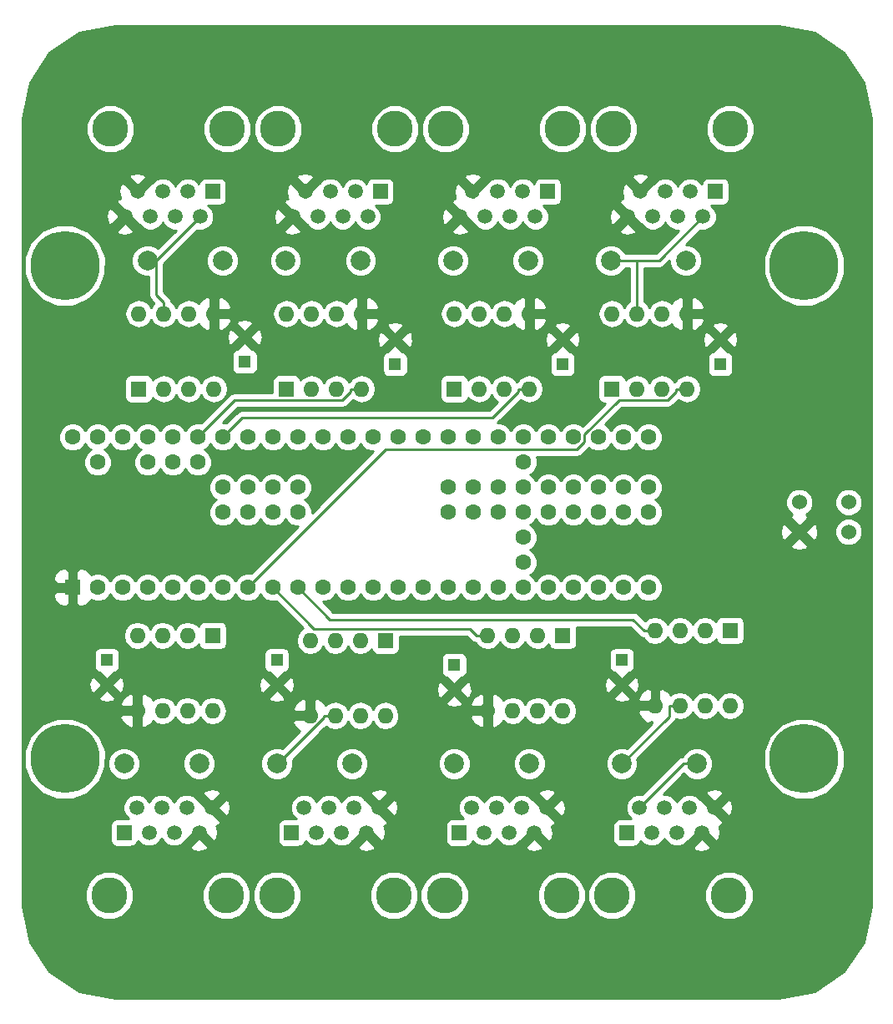
<source format=gbl>
G04 #@! TF.FileFunction,Copper,L2,Bot,Signal*
%FSLAX46Y46*%
G04 Gerber Fmt 4.6, Leading zero omitted, Abs format (unit mm)*
G04 Created by KiCad (PCBNEW 4.0.5) date Sun Apr  9 10:36:56 2017*
%MOMM*%
%LPD*%
G01*
G04 APERTURE LIST*
%ADD10C,0.100000*%
%ADD11C,7.000000*%
%ADD12C,3.650000*%
%ADD13R,1.500000X1.500000*%
%ADD14C,1.500000*%
%ADD15C,1.600000*%
%ADD16R,1.600000X1.600000*%
%ADD17O,1.600000X1.600000*%
%ADD18R,1.300000X1.300000*%
%ADD19C,1.300000*%
%ADD20C,1.998980*%
%ADD21C,1.524000*%
%ADD22C,0.250000*%
%ADD23C,0.254000*%
G04 APERTURE END LIST*
D10*
D11*
X175000000Y-120000000D03*
X175000000Y-70000000D03*
D12*
X104620000Y-56150000D03*
X116490000Y-56150000D03*
D13*
X115000000Y-62500000D03*
D14*
X113730000Y-65040000D03*
X112460000Y-62500000D03*
X111190000Y-65040000D03*
X109920000Y-62500000D03*
X108650000Y-65040000D03*
X107380000Y-62500000D03*
X106110000Y-65040000D03*
D12*
X116380000Y-133850000D03*
X104510000Y-133850000D03*
D13*
X106000000Y-127500000D03*
D14*
X107270000Y-124960000D03*
X108540000Y-127500000D03*
X109810000Y-124960000D03*
X111080000Y-127500000D03*
X112350000Y-124960000D03*
X113620000Y-127500000D03*
X114890000Y-124960000D03*
D12*
X133380000Y-133850000D03*
X121510000Y-133850000D03*
D13*
X123000000Y-127500000D03*
D14*
X124270000Y-124960000D03*
X125540000Y-127500000D03*
X126810000Y-124960000D03*
X128080000Y-127500000D03*
X129350000Y-124960000D03*
X130620000Y-127500000D03*
X131890000Y-124960000D03*
D12*
X150380000Y-133850000D03*
X138510000Y-133850000D03*
D13*
X140000000Y-127500000D03*
D14*
X141270000Y-124960000D03*
X142540000Y-127500000D03*
X143810000Y-124960000D03*
X145080000Y-127500000D03*
X146350000Y-124960000D03*
X147620000Y-127500000D03*
X148890000Y-124960000D03*
D12*
X167380000Y-133850000D03*
X155510000Y-133850000D03*
D13*
X157000000Y-127500000D03*
D14*
X158270000Y-124960000D03*
X159540000Y-127500000D03*
X160810000Y-124960000D03*
X162080000Y-127500000D03*
X163350000Y-124960000D03*
X164620000Y-127500000D03*
X165890000Y-124960000D03*
D12*
X155620000Y-56150000D03*
X167490000Y-56150000D03*
D13*
X166000000Y-62500000D03*
D14*
X164730000Y-65040000D03*
X163460000Y-62500000D03*
X162190000Y-65040000D03*
X160920000Y-62500000D03*
X159650000Y-65040000D03*
X158380000Y-62500000D03*
X157110000Y-65040000D03*
D12*
X138620000Y-56150000D03*
X150490000Y-56150000D03*
D13*
X149000000Y-62500000D03*
D14*
X147730000Y-65040000D03*
X146460000Y-62500000D03*
X145190000Y-65040000D03*
X143920000Y-62500000D03*
X142650000Y-65040000D03*
X141380000Y-62500000D03*
X140110000Y-65040000D03*
D12*
X121620000Y-56150000D03*
X133490000Y-56150000D03*
D13*
X132000000Y-62500000D03*
D14*
X130730000Y-65040000D03*
X129460000Y-62500000D03*
X128190000Y-65040000D03*
X126920000Y-62500000D03*
X125650000Y-65040000D03*
X124380000Y-62500000D03*
X123110000Y-65040000D03*
D15*
X141430000Y-102620000D03*
X143970000Y-102620000D03*
X146510000Y-102620000D03*
X149050000Y-102620000D03*
X138890000Y-102620000D03*
X136350000Y-102620000D03*
X133810000Y-102620000D03*
X151590000Y-102620000D03*
X154130000Y-102620000D03*
X156670000Y-102620000D03*
X159210000Y-102620000D03*
X146510000Y-100080000D03*
X146510000Y-97540000D03*
X146510000Y-95000000D03*
X146510000Y-92460000D03*
X146510000Y-89920000D03*
X159210000Y-87380000D03*
X156670000Y-87380000D03*
X154130000Y-87380000D03*
X151590000Y-87380000D03*
X149050000Y-87380000D03*
X146510000Y-87380000D03*
X143970000Y-87380000D03*
X141430000Y-87380000D03*
X131270000Y-102620000D03*
X128730000Y-102620000D03*
X126190000Y-102620000D03*
X123650000Y-102620000D03*
X121110000Y-102620000D03*
X118570000Y-102620000D03*
X116030000Y-102620000D03*
X113490000Y-102620000D03*
X110950000Y-102620000D03*
X108410000Y-102620000D03*
X105870000Y-102620000D03*
X103330000Y-102620000D03*
D16*
X100790000Y-102620000D03*
D15*
X138890000Y-87380000D03*
X136350000Y-87380000D03*
X133810000Y-87380000D03*
X131270000Y-87380000D03*
X128730000Y-87380000D03*
X126190000Y-87380000D03*
X123650000Y-87380000D03*
X121110000Y-87380000D03*
X118570000Y-87380000D03*
X116030000Y-87380000D03*
X113490000Y-87380000D03*
X110950000Y-87380000D03*
X108410000Y-87380000D03*
X105870000Y-87380000D03*
X103330000Y-87380000D03*
X100790000Y-87380000D03*
X103330000Y-89920000D03*
X108410000Y-89920000D03*
X110950000Y-89920000D03*
X113490000Y-89920000D03*
X116030000Y-95000000D03*
X118570000Y-95000000D03*
X121110000Y-95000000D03*
X123650000Y-95000000D03*
X138890000Y-95000000D03*
X141430000Y-95000000D03*
X143970000Y-95000000D03*
X149050000Y-95000000D03*
X151590000Y-95000000D03*
X154130000Y-95000000D03*
X156670000Y-95000000D03*
X159210000Y-95000000D03*
X159210000Y-92460000D03*
X156670000Y-92460000D03*
X154130000Y-92460000D03*
X151590000Y-92460000D03*
X149050000Y-92460000D03*
X143970000Y-92460000D03*
X141430000Y-92460000D03*
X138890000Y-92460000D03*
X123650000Y-92460000D03*
X121110000Y-92460000D03*
X118570000Y-92460000D03*
X116030000Y-92460000D03*
D16*
X115000000Y-107500000D03*
D17*
X107380000Y-115120000D03*
X112460000Y-107500000D03*
X109920000Y-115120000D03*
X109920000Y-107500000D03*
X112460000Y-115120000D03*
X107380000Y-107500000D03*
X115000000Y-115120000D03*
D16*
X132500000Y-108000000D03*
D17*
X124880000Y-115620000D03*
X129960000Y-108000000D03*
X127420000Y-115620000D03*
X127420000Y-108000000D03*
X129960000Y-115620000D03*
X124880000Y-108000000D03*
X132500000Y-115620000D03*
D16*
X150500000Y-107500000D03*
D17*
X142880000Y-115120000D03*
X147960000Y-107500000D03*
X145420000Y-115120000D03*
X145420000Y-107500000D03*
X147960000Y-115120000D03*
X142880000Y-107500000D03*
X150500000Y-115120000D03*
D16*
X167500000Y-107000000D03*
D17*
X159880000Y-114620000D03*
X164960000Y-107000000D03*
X162420000Y-114620000D03*
X162420000Y-107000000D03*
X164960000Y-114620000D03*
X159880000Y-107000000D03*
X167500000Y-114620000D03*
D16*
X155500000Y-82500000D03*
D17*
X163120000Y-74880000D03*
X158040000Y-82500000D03*
X160580000Y-74880000D03*
X160580000Y-82500000D03*
X158040000Y-74880000D03*
X163120000Y-82500000D03*
X155500000Y-74880000D03*
D16*
X139500000Y-82500000D03*
D17*
X147120000Y-74880000D03*
X142040000Y-82500000D03*
X144580000Y-74880000D03*
X144580000Y-82500000D03*
X142040000Y-74880000D03*
X147120000Y-82500000D03*
X139500000Y-74880000D03*
D16*
X122500000Y-82500000D03*
D17*
X130120000Y-74880000D03*
X125040000Y-82500000D03*
X127580000Y-74880000D03*
X127580000Y-82500000D03*
X125040000Y-74880000D03*
X130120000Y-82500000D03*
X122500000Y-74880000D03*
D16*
X107500000Y-82500000D03*
D17*
X115120000Y-74880000D03*
X110040000Y-82500000D03*
X112580000Y-74880000D03*
X112580000Y-82500000D03*
X110040000Y-74880000D03*
X115120000Y-82500000D03*
X107500000Y-74880000D03*
D18*
X104250000Y-110000000D03*
D19*
X104250000Y-112500000D03*
D18*
X133500000Y-80000000D03*
D19*
X133500000Y-77500000D03*
D18*
X150500000Y-80000000D03*
D19*
X150500000Y-77500000D03*
D18*
X118250000Y-79750000D03*
D19*
X118250000Y-77250000D03*
D18*
X156500000Y-110000000D03*
D19*
X156500000Y-112500000D03*
D18*
X139500000Y-110500000D03*
D19*
X139500000Y-113000000D03*
D18*
X121500000Y-110000000D03*
D19*
X121500000Y-112500000D03*
D18*
X166500000Y-80000000D03*
D19*
X166500000Y-77500000D03*
D20*
X106000000Y-120500000D03*
X113620000Y-120500000D03*
X121500000Y-120500000D03*
X129120000Y-120500000D03*
X139500000Y-120500000D03*
X147120000Y-120500000D03*
X156500000Y-120500000D03*
X164120000Y-120500000D03*
X163000000Y-69500000D03*
X155380000Y-69500000D03*
X147000000Y-69500000D03*
X139380000Y-69500000D03*
X130000000Y-69500000D03*
X122380000Y-69500000D03*
X116000000Y-69500000D03*
X108380000Y-69500000D03*
D11*
X100000000Y-70000000D03*
X100000000Y-120000000D03*
D21*
X174500000Y-94000000D03*
X179500000Y-94000000D03*
X174500000Y-97000000D03*
X179500000Y-97000000D03*
D22*
X121630000Y-120500000D02*
X121500000Y-120500000D01*
X126294700Y-115835300D02*
X121630000Y-120500000D01*
X126294700Y-115620000D02*
X126294700Y-115835300D01*
X127420000Y-115620000D02*
X126294700Y-115620000D01*
X161294700Y-115705300D02*
X156500000Y-120500000D01*
X161294700Y-114620000D02*
X161294700Y-115705300D01*
X162420000Y-114620000D02*
X161294700Y-114620000D01*
X162730000Y-120500000D02*
X158270000Y-124960000D01*
X164120000Y-120500000D02*
X162730000Y-120500000D01*
X158040000Y-69500000D02*
X158040000Y-74880000D01*
X155380000Y-69500000D02*
X158040000Y-69500000D01*
X160270000Y-69500000D02*
X164730000Y-65040000D01*
X158040000Y-69500000D02*
X160270000Y-69500000D01*
X109270000Y-72984700D02*
X110040000Y-73754700D01*
X109270000Y-69500000D02*
X109270000Y-72984700D01*
X108380000Y-69500000D02*
X109270000Y-69500000D01*
X109270000Y-69500000D02*
X113730000Y-65040000D01*
X110040000Y-74880000D02*
X110040000Y-73754700D01*
X126904700Y-105874700D02*
X123650000Y-102620000D01*
X157629400Y-105874700D02*
X126904700Y-105874700D01*
X158754700Y-107000000D02*
X157629400Y-105874700D01*
X159880000Y-107000000D02*
X158754700Y-107000000D01*
X125300700Y-106810700D02*
X121110000Y-102620000D01*
X141065400Y-106810700D02*
X125300700Y-106810700D01*
X141754700Y-107500000D02*
X141065400Y-106810700D01*
X142880000Y-107500000D02*
X141754700Y-107500000D01*
X132540000Y-88650000D02*
X118570000Y-102620000D01*
X151959400Y-88650000D02*
X132540000Y-88650000D01*
X152715400Y-87894000D02*
X151959400Y-88650000D01*
X152715400Y-87137900D02*
X152715400Y-87894000D01*
X156228000Y-83625300D02*
X152715400Y-87137900D01*
X161150800Y-83625300D02*
X156228000Y-83625300D01*
X161994700Y-82781400D02*
X161150800Y-83625300D01*
X161994700Y-82500000D02*
X161994700Y-82781400D01*
X163120000Y-82500000D02*
X161994700Y-82500000D01*
X117981200Y-85428800D02*
X116030000Y-87380000D01*
X143347200Y-85428800D02*
X117981200Y-85428800D01*
X145994700Y-82781300D02*
X143347200Y-85428800D01*
X145994700Y-82500000D02*
X145994700Y-82781300D01*
X147120000Y-82500000D02*
X145994700Y-82500000D01*
X117244700Y-83625300D02*
X113490000Y-87380000D01*
X128150800Y-83625300D02*
X117244700Y-83625300D01*
X128994700Y-82781400D02*
X128150800Y-83625300D01*
X128994700Y-82500000D02*
X128994700Y-82781400D01*
X130120000Y-82500000D02*
X128994700Y-82500000D01*
D23*
G36*
X176049805Y-46430010D02*
X179059187Y-48440814D01*
X181069989Y-51450193D01*
X181790000Y-55069931D01*
X181790000Y-134930069D01*
X181069989Y-138549807D01*
X179059187Y-141559186D01*
X176049805Y-143569990D01*
X172430069Y-144290000D01*
X105069931Y-144290000D01*
X101450193Y-143569989D01*
X98440814Y-141559187D01*
X96430010Y-138549805D01*
X95710000Y-134930069D01*
X95710000Y-134337177D01*
X102049574Y-134337177D01*
X102423298Y-135241657D01*
X103114703Y-135934270D01*
X104018529Y-136309572D01*
X104997177Y-136310426D01*
X105901657Y-135936702D01*
X106594270Y-135245297D01*
X106969572Y-134341471D01*
X106969575Y-134337177D01*
X113919574Y-134337177D01*
X114293298Y-135241657D01*
X114984703Y-135934270D01*
X115888529Y-136309572D01*
X116867177Y-136310426D01*
X117771657Y-135936702D01*
X118464270Y-135245297D01*
X118839572Y-134341471D01*
X118839575Y-134337177D01*
X119049574Y-134337177D01*
X119423298Y-135241657D01*
X120114703Y-135934270D01*
X121018529Y-136309572D01*
X121997177Y-136310426D01*
X122901657Y-135936702D01*
X123594270Y-135245297D01*
X123969572Y-134341471D01*
X123969575Y-134337177D01*
X130919574Y-134337177D01*
X131293298Y-135241657D01*
X131984703Y-135934270D01*
X132888529Y-136309572D01*
X133867177Y-136310426D01*
X134771657Y-135936702D01*
X135464270Y-135245297D01*
X135839572Y-134341471D01*
X135839575Y-134337177D01*
X136049574Y-134337177D01*
X136423298Y-135241657D01*
X137114703Y-135934270D01*
X138018529Y-136309572D01*
X138997177Y-136310426D01*
X139901657Y-135936702D01*
X140594270Y-135245297D01*
X140969572Y-134341471D01*
X140969575Y-134337177D01*
X147919574Y-134337177D01*
X148293298Y-135241657D01*
X148984703Y-135934270D01*
X149888529Y-136309572D01*
X150867177Y-136310426D01*
X151771657Y-135936702D01*
X152464270Y-135245297D01*
X152839572Y-134341471D01*
X152839575Y-134337177D01*
X153049574Y-134337177D01*
X153423298Y-135241657D01*
X154114703Y-135934270D01*
X155018529Y-136309572D01*
X155997177Y-136310426D01*
X156901657Y-135936702D01*
X157594270Y-135245297D01*
X157969572Y-134341471D01*
X157969575Y-134337177D01*
X164919574Y-134337177D01*
X165293298Y-135241657D01*
X165984703Y-135934270D01*
X166888529Y-136309572D01*
X167867177Y-136310426D01*
X168771657Y-135936702D01*
X169464270Y-135245297D01*
X169839572Y-134341471D01*
X169840426Y-133362823D01*
X169466702Y-132458343D01*
X168775297Y-131765730D01*
X167871471Y-131390428D01*
X166892823Y-131389574D01*
X165988343Y-131763298D01*
X165295730Y-132454703D01*
X164920428Y-133358529D01*
X164919574Y-134337177D01*
X157969575Y-134337177D01*
X157970426Y-133362823D01*
X157596702Y-132458343D01*
X156905297Y-131765730D01*
X156001471Y-131390428D01*
X155022823Y-131389574D01*
X154118343Y-131763298D01*
X153425730Y-132454703D01*
X153050428Y-133358529D01*
X153049574Y-134337177D01*
X152839575Y-134337177D01*
X152840426Y-133362823D01*
X152466702Y-132458343D01*
X151775297Y-131765730D01*
X150871471Y-131390428D01*
X149892823Y-131389574D01*
X148988343Y-131763298D01*
X148295730Y-132454703D01*
X147920428Y-133358529D01*
X147919574Y-134337177D01*
X140969575Y-134337177D01*
X140970426Y-133362823D01*
X140596702Y-132458343D01*
X139905297Y-131765730D01*
X139001471Y-131390428D01*
X138022823Y-131389574D01*
X137118343Y-131763298D01*
X136425730Y-132454703D01*
X136050428Y-133358529D01*
X136049574Y-134337177D01*
X135839575Y-134337177D01*
X135840426Y-133362823D01*
X135466702Y-132458343D01*
X134775297Y-131765730D01*
X133871471Y-131390428D01*
X132892823Y-131389574D01*
X131988343Y-131763298D01*
X131295730Y-132454703D01*
X130920428Y-133358529D01*
X130919574Y-134337177D01*
X123969575Y-134337177D01*
X123970426Y-133362823D01*
X123596702Y-132458343D01*
X122905297Y-131765730D01*
X122001471Y-131390428D01*
X121022823Y-131389574D01*
X120118343Y-131763298D01*
X119425730Y-132454703D01*
X119050428Y-133358529D01*
X119049574Y-134337177D01*
X118839575Y-134337177D01*
X118840426Y-133362823D01*
X118466702Y-132458343D01*
X117775297Y-131765730D01*
X116871471Y-131390428D01*
X115892823Y-131389574D01*
X114988343Y-131763298D01*
X114295730Y-132454703D01*
X113920428Y-133358529D01*
X113919574Y-134337177D01*
X106969575Y-134337177D01*
X106970426Y-133362823D01*
X106596702Y-132458343D01*
X105905297Y-131765730D01*
X105001471Y-131390428D01*
X104022823Y-131389574D01*
X103118343Y-131763298D01*
X102425730Y-132454703D01*
X102050428Y-133358529D01*
X102049574Y-134337177D01*
X95710000Y-134337177D01*
X95710000Y-126750000D01*
X104602560Y-126750000D01*
X104602560Y-128250000D01*
X104646838Y-128485317D01*
X104785910Y-128701441D01*
X104998110Y-128846431D01*
X105250000Y-128897440D01*
X106750000Y-128897440D01*
X106804309Y-128887221D01*
X112760280Y-128887221D01*
X112818449Y-129237827D01*
X113544501Y-129412284D01*
X114282047Y-129295613D01*
X114421551Y-129237827D01*
X114479720Y-128887221D01*
X113620000Y-128027502D01*
X112760280Y-128887221D01*
X106804309Y-128887221D01*
X106985317Y-128853162D01*
X107201441Y-128714090D01*
X107346431Y-128501890D01*
X107386355Y-128304738D01*
X107754436Y-128673461D01*
X108263298Y-128884759D01*
X108814285Y-128885240D01*
X109323515Y-128674831D01*
X109713461Y-128285564D01*
X109809976Y-128053130D01*
X109905169Y-128283515D01*
X110294436Y-128673461D01*
X110803298Y-128884759D01*
X111354285Y-128885240D01*
X111863515Y-128674831D01*
X112186815Y-128352094D01*
X112232779Y-128359720D01*
X113092498Y-127500000D01*
X113078356Y-127485858D01*
X113605858Y-126958356D01*
X113620000Y-126972498D01*
X113634142Y-126958356D01*
X114161644Y-127485858D01*
X114147502Y-127500000D01*
X115007221Y-128359720D01*
X115357827Y-128301551D01*
X115532284Y-127575499D01*
X115415613Y-126837953D01*
X115391993Y-126780932D01*
X115552047Y-126755613D01*
X115565597Y-126750000D01*
X121602560Y-126750000D01*
X121602560Y-128250000D01*
X121646838Y-128485317D01*
X121785910Y-128701441D01*
X121998110Y-128846431D01*
X122250000Y-128897440D01*
X123750000Y-128897440D01*
X123804309Y-128887221D01*
X129760280Y-128887221D01*
X129818449Y-129237827D01*
X130544501Y-129412284D01*
X131282047Y-129295613D01*
X131421551Y-129237827D01*
X131479720Y-128887221D01*
X130620000Y-128027502D01*
X129760280Y-128887221D01*
X123804309Y-128887221D01*
X123985317Y-128853162D01*
X124201441Y-128714090D01*
X124346431Y-128501890D01*
X124386355Y-128304738D01*
X124754436Y-128673461D01*
X125263298Y-128884759D01*
X125814285Y-128885240D01*
X126323515Y-128674831D01*
X126713461Y-128285564D01*
X126809976Y-128053130D01*
X126905169Y-128283515D01*
X127294436Y-128673461D01*
X127803298Y-128884759D01*
X128354285Y-128885240D01*
X128863515Y-128674831D01*
X129186815Y-128352094D01*
X129232779Y-128359720D01*
X130092498Y-127500000D01*
X130078356Y-127485858D01*
X130605858Y-126958356D01*
X130620000Y-126972498D01*
X130634142Y-126958356D01*
X131161644Y-127485858D01*
X131147502Y-127500000D01*
X132007221Y-128359720D01*
X132357827Y-128301551D01*
X132532284Y-127575499D01*
X132415613Y-126837953D01*
X132391993Y-126780932D01*
X132552047Y-126755613D01*
X132565597Y-126750000D01*
X138602560Y-126750000D01*
X138602560Y-128250000D01*
X138646838Y-128485317D01*
X138785910Y-128701441D01*
X138998110Y-128846431D01*
X139250000Y-128897440D01*
X140750000Y-128897440D01*
X140804309Y-128887221D01*
X146760280Y-128887221D01*
X146818449Y-129237827D01*
X147544501Y-129412284D01*
X148282047Y-129295613D01*
X148421551Y-129237827D01*
X148479720Y-128887221D01*
X147620000Y-128027502D01*
X146760280Y-128887221D01*
X140804309Y-128887221D01*
X140985317Y-128853162D01*
X141201441Y-128714090D01*
X141346431Y-128501890D01*
X141386355Y-128304738D01*
X141754436Y-128673461D01*
X142263298Y-128884759D01*
X142814285Y-128885240D01*
X143323515Y-128674831D01*
X143713461Y-128285564D01*
X143809976Y-128053130D01*
X143905169Y-128283515D01*
X144294436Y-128673461D01*
X144803298Y-128884759D01*
X145354285Y-128885240D01*
X145863515Y-128674831D01*
X146186815Y-128352094D01*
X146232779Y-128359720D01*
X147092498Y-127500000D01*
X147078356Y-127485858D01*
X147605858Y-126958356D01*
X147620000Y-126972498D01*
X147634142Y-126958356D01*
X148161644Y-127485858D01*
X148147502Y-127500000D01*
X149007221Y-128359720D01*
X149357827Y-128301551D01*
X149532284Y-127575499D01*
X149415613Y-126837953D01*
X149391993Y-126780932D01*
X149552047Y-126755613D01*
X149565597Y-126750000D01*
X155602560Y-126750000D01*
X155602560Y-128250000D01*
X155646838Y-128485317D01*
X155785910Y-128701441D01*
X155998110Y-128846431D01*
X156250000Y-128897440D01*
X157750000Y-128897440D01*
X157804309Y-128887221D01*
X163760280Y-128887221D01*
X163818449Y-129237827D01*
X164544501Y-129412284D01*
X165282047Y-129295613D01*
X165421551Y-129237827D01*
X165479720Y-128887221D01*
X164620000Y-128027502D01*
X163760280Y-128887221D01*
X157804309Y-128887221D01*
X157985317Y-128853162D01*
X158201441Y-128714090D01*
X158346431Y-128501890D01*
X158386355Y-128304738D01*
X158754436Y-128673461D01*
X159263298Y-128884759D01*
X159814285Y-128885240D01*
X160323515Y-128674831D01*
X160713461Y-128285564D01*
X160809976Y-128053130D01*
X160905169Y-128283515D01*
X161294436Y-128673461D01*
X161803298Y-128884759D01*
X162354285Y-128885240D01*
X162863515Y-128674831D01*
X163186815Y-128352094D01*
X163232779Y-128359720D01*
X164092498Y-127500000D01*
X164078356Y-127485858D01*
X164605858Y-126958356D01*
X164620000Y-126972498D01*
X164634142Y-126958356D01*
X165161644Y-127485858D01*
X165147502Y-127500000D01*
X166007221Y-128359720D01*
X166357827Y-128301551D01*
X166532284Y-127575499D01*
X166415613Y-126837953D01*
X166391993Y-126780932D01*
X166552047Y-126755613D01*
X166691551Y-126697827D01*
X166749720Y-126347221D01*
X165890000Y-125487502D01*
X165875858Y-125501644D01*
X165348356Y-124974142D01*
X165362498Y-124960000D01*
X166417502Y-124960000D01*
X167277221Y-125819720D01*
X167627827Y-125761551D01*
X167802284Y-125035499D01*
X167685613Y-124297953D01*
X167627827Y-124158449D01*
X167277221Y-124100280D01*
X166417502Y-124960000D01*
X165362498Y-124960000D01*
X164502779Y-124100280D01*
X164456434Y-124107969D01*
X164135564Y-123786539D01*
X163626702Y-123575241D01*
X163075715Y-123574760D01*
X162566485Y-123785169D01*
X162176539Y-124174436D01*
X162080024Y-124406870D01*
X161984831Y-124176485D01*
X161595564Y-123786539D01*
X161086702Y-123575241D01*
X160729873Y-123574929D01*
X160732023Y-123572779D01*
X165030280Y-123572779D01*
X165890000Y-124432498D01*
X166749720Y-123572779D01*
X166691551Y-123222173D01*
X165965499Y-123047716D01*
X165227953Y-123164387D01*
X165088449Y-123222173D01*
X165030280Y-123572779D01*
X160732023Y-123572779D01*
X162806779Y-121498023D01*
X163192927Y-121884846D01*
X163793453Y-122134206D01*
X164443694Y-122134774D01*
X165044655Y-121886462D01*
X165504846Y-121427073D01*
X165754206Y-120826547D01*
X165754212Y-120818894D01*
X170864284Y-120818894D01*
X171492474Y-122339229D01*
X172654653Y-123503438D01*
X174173889Y-124134280D01*
X175818894Y-124135716D01*
X177339229Y-123507526D01*
X178503438Y-122345347D01*
X179134280Y-120826111D01*
X179135716Y-119181106D01*
X178507526Y-117660771D01*
X177345347Y-116496562D01*
X175826111Y-115865720D01*
X174181106Y-115864284D01*
X172660771Y-116492474D01*
X171496562Y-117654653D01*
X170865720Y-119173889D01*
X170864284Y-120818894D01*
X165754212Y-120818894D01*
X165754774Y-120176306D01*
X165506462Y-119575345D01*
X165047073Y-119115154D01*
X164446547Y-118865794D01*
X163796306Y-118865226D01*
X163195345Y-119113538D01*
X162735154Y-119572927D01*
X162659997Y-119753925D01*
X162439161Y-119797852D01*
X162439159Y-119797853D01*
X162439160Y-119797853D01*
X162192599Y-119962599D01*
X158570200Y-123584998D01*
X158546702Y-123575241D01*
X157995715Y-123574760D01*
X157486485Y-123785169D01*
X157096539Y-124174436D01*
X156885241Y-124683298D01*
X156884760Y-125234285D01*
X157095169Y-125743515D01*
X157453589Y-126102560D01*
X156250000Y-126102560D01*
X156014683Y-126146838D01*
X155798559Y-126285910D01*
X155653569Y-126498110D01*
X155602560Y-126750000D01*
X149565597Y-126750000D01*
X149691551Y-126697827D01*
X149749720Y-126347221D01*
X148890000Y-125487502D01*
X148875858Y-125501644D01*
X148348356Y-124974142D01*
X148362498Y-124960000D01*
X149417502Y-124960000D01*
X150277221Y-125819720D01*
X150627827Y-125761551D01*
X150802284Y-125035499D01*
X150685613Y-124297953D01*
X150627827Y-124158449D01*
X150277221Y-124100280D01*
X149417502Y-124960000D01*
X148362498Y-124960000D01*
X147502779Y-124100280D01*
X147456434Y-124107969D01*
X147135564Y-123786539D01*
X146626702Y-123575241D01*
X146075715Y-123574760D01*
X145566485Y-123785169D01*
X145176539Y-124174436D01*
X145080024Y-124406870D01*
X144984831Y-124176485D01*
X144595564Y-123786539D01*
X144086702Y-123575241D01*
X143535715Y-123574760D01*
X143026485Y-123785169D01*
X142636539Y-124174436D01*
X142540024Y-124406870D01*
X142444831Y-124176485D01*
X142055564Y-123786539D01*
X141546702Y-123575241D01*
X140995715Y-123574760D01*
X140486485Y-123785169D01*
X140096539Y-124174436D01*
X139885241Y-124683298D01*
X139884760Y-125234285D01*
X140095169Y-125743515D01*
X140453589Y-126102560D01*
X139250000Y-126102560D01*
X139014683Y-126146838D01*
X138798559Y-126285910D01*
X138653569Y-126498110D01*
X138602560Y-126750000D01*
X132565597Y-126750000D01*
X132691551Y-126697827D01*
X132749720Y-126347221D01*
X131890000Y-125487502D01*
X131875858Y-125501644D01*
X131348356Y-124974142D01*
X131362498Y-124960000D01*
X132417502Y-124960000D01*
X133277221Y-125819720D01*
X133627827Y-125761551D01*
X133802284Y-125035499D01*
X133685613Y-124297953D01*
X133627827Y-124158449D01*
X133277221Y-124100280D01*
X132417502Y-124960000D01*
X131362498Y-124960000D01*
X130502779Y-124100280D01*
X130456434Y-124107969D01*
X130135564Y-123786539D01*
X129626702Y-123575241D01*
X129075715Y-123574760D01*
X128566485Y-123785169D01*
X128176539Y-124174436D01*
X128080024Y-124406870D01*
X127984831Y-124176485D01*
X127595564Y-123786539D01*
X127086702Y-123575241D01*
X126535715Y-123574760D01*
X126026485Y-123785169D01*
X125636539Y-124174436D01*
X125540024Y-124406870D01*
X125444831Y-124176485D01*
X125055564Y-123786539D01*
X124546702Y-123575241D01*
X123995715Y-123574760D01*
X123486485Y-123785169D01*
X123096539Y-124174436D01*
X122885241Y-124683298D01*
X122884760Y-125234285D01*
X123095169Y-125743515D01*
X123453589Y-126102560D01*
X122250000Y-126102560D01*
X122014683Y-126146838D01*
X121798559Y-126285910D01*
X121653569Y-126498110D01*
X121602560Y-126750000D01*
X115565597Y-126750000D01*
X115691551Y-126697827D01*
X115749720Y-126347221D01*
X114890000Y-125487502D01*
X114875858Y-125501644D01*
X114348356Y-124974142D01*
X114362498Y-124960000D01*
X115417502Y-124960000D01*
X116277221Y-125819720D01*
X116627827Y-125761551D01*
X116802284Y-125035499D01*
X116685613Y-124297953D01*
X116627827Y-124158449D01*
X116277221Y-124100280D01*
X115417502Y-124960000D01*
X114362498Y-124960000D01*
X113502779Y-124100280D01*
X113456434Y-124107969D01*
X113135564Y-123786539D01*
X112626702Y-123575241D01*
X112075715Y-123574760D01*
X111566485Y-123785169D01*
X111176539Y-124174436D01*
X111080024Y-124406870D01*
X110984831Y-124176485D01*
X110595564Y-123786539D01*
X110086702Y-123575241D01*
X109535715Y-123574760D01*
X109026485Y-123785169D01*
X108636539Y-124174436D01*
X108540024Y-124406870D01*
X108444831Y-124176485D01*
X108055564Y-123786539D01*
X107546702Y-123575241D01*
X106995715Y-123574760D01*
X106486485Y-123785169D01*
X106096539Y-124174436D01*
X105885241Y-124683298D01*
X105884760Y-125234285D01*
X106095169Y-125743515D01*
X106453589Y-126102560D01*
X105250000Y-126102560D01*
X105014683Y-126146838D01*
X104798559Y-126285910D01*
X104653569Y-126498110D01*
X104602560Y-126750000D01*
X95710000Y-126750000D01*
X95710000Y-120818894D01*
X95864284Y-120818894D01*
X96492474Y-122339229D01*
X97654653Y-123503438D01*
X99173889Y-124134280D01*
X100818894Y-124135716D01*
X102181304Y-123572779D01*
X114030280Y-123572779D01*
X114890000Y-124432498D01*
X115749720Y-123572779D01*
X131030280Y-123572779D01*
X131890000Y-124432498D01*
X132749720Y-123572779D01*
X148030280Y-123572779D01*
X148890000Y-124432498D01*
X149749720Y-123572779D01*
X149691551Y-123222173D01*
X148965499Y-123047716D01*
X148227953Y-123164387D01*
X148088449Y-123222173D01*
X148030280Y-123572779D01*
X132749720Y-123572779D01*
X132691551Y-123222173D01*
X131965499Y-123047716D01*
X131227953Y-123164387D01*
X131088449Y-123222173D01*
X131030280Y-123572779D01*
X115749720Y-123572779D01*
X115691551Y-123222173D01*
X114965499Y-123047716D01*
X114227953Y-123164387D01*
X114088449Y-123222173D01*
X114030280Y-123572779D01*
X102181304Y-123572779D01*
X102339229Y-123507526D01*
X103503438Y-122345347D01*
X104134280Y-120826111D01*
X104134282Y-120823694D01*
X104365226Y-120823694D01*
X104613538Y-121424655D01*
X105072927Y-121884846D01*
X105673453Y-122134206D01*
X106323694Y-122134774D01*
X106924655Y-121886462D01*
X107384846Y-121427073D01*
X107634206Y-120826547D01*
X107634208Y-120823694D01*
X111985226Y-120823694D01*
X112233538Y-121424655D01*
X112692927Y-121884846D01*
X113293453Y-122134206D01*
X113943694Y-122134774D01*
X114544655Y-121886462D01*
X115004846Y-121427073D01*
X115254206Y-120826547D01*
X115254208Y-120823694D01*
X119865226Y-120823694D01*
X120113538Y-121424655D01*
X120572927Y-121884846D01*
X121173453Y-122134206D01*
X121823694Y-122134774D01*
X122424655Y-121886462D01*
X122884846Y-121427073D01*
X123134206Y-120826547D01*
X123134208Y-120823694D01*
X127485226Y-120823694D01*
X127733538Y-121424655D01*
X128192927Y-121884846D01*
X128793453Y-122134206D01*
X129443694Y-122134774D01*
X130044655Y-121886462D01*
X130504846Y-121427073D01*
X130754206Y-120826547D01*
X130754208Y-120823694D01*
X137865226Y-120823694D01*
X138113538Y-121424655D01*
X138572927Y-121884846D01*
X139173453Y-122134206D01*
X139823694Y-122134774D01*
X140424655Y-121886462D01*
X140884846Y-121427073D01*
X141134206Y-120826547D01*
X141134208Y-120823694D01*
X145485226Y-120823694D01*
X145733538Y-121424655D01*
X146192927Y-121884846D01*
X146793453Y-122134206D01*
X147443694Y-122134774D01*
X148044655Y-121886462D01*
X148504846Y-121427073D01*
X148754206Y-120826547D01*
X148754208Y-120823694D01*
X154865226Y-120823694D01*
X155113538Y-121424655D01*
X155572927Y-121884846D01*
X156173453Y-122134206D01*
X156823694Y-122134774D01*
X157424655Y-121886462D01*
X157884846Y-121427073D01*
X158134206Y-120826547D01*
X158134774Y-120176306D01*
X158065691Y-120009111D01*
X161832101Y-116242701D01*
X161995194Y-115998614D01*
X162420000Y-116083113D01*
X162969151Y-115973880D01*
X163434698Y-115662811D01*
X163690000Y-115280725D01*
X163945302Y-115662811D01*
X164410849Y-115973880D01*
X164960000Y-116083113D01*
X165509151Y-115973880D01*
X165974698Y-115662811D01*
X166230000Y-115280725D01*
X166485302Y-115662811D01*
X166950849Y-115973880D01*
X167500000Y-116083113D01*
X168049151Y-115973880D01*
X168514698Y-115662811D01*
X168825767Y-115197264D01*
X168935000Y-114648113D01*
X168935000Y-114591887D01*
X168825767Y-114042736D01*
X168514698Y-113577189D01*
X168049151Y-113266120D01*
X167500000Y-113156887D01*
X166950849Y-113266120D01*
X166485302Y-113577189D01*
X166230000Y-113959275D01*
X165974698Y-113577189D01*
X165509151Y-113266120D01*
X164960000Y-113156887D01*
X164410849Y-113266120D01*
X163945302Y-113577189D01*
X163690000Y-113959275D01*
X163434698Y-113577189D01*
X162969151Y-113266120D01*
X162420000Y-113156887D01*
X161870849Y-113266120D01*
X161442533Y-113552312D01*
X161297091Y-113314141D01*
X160689491Y-112871246D01*
X160544156Y-112811071D01*
X160253000Y-113017590D01*
X160253000Y-114247000D01*
X160273000Y-114247000D01*
X160273000Y-114993000D01*
X160253000Y-114993000D01*
X160253000Y-115013000D01*
X159507000Y-115013000D01*
X159507000Y-114993000D01*
X158271172Y-114993000D01*
X158071048Y-115284159D01*
X158462909Y-115925859D01*
X159070509Y-116368754D01*
X159215844Y-116428929D01*
X159506998Y-116222411D01*
X159506998Y-116418200D01*
X156991083Y-118934115D01*
X156826547Y-118865794D01*
X156176306Y-118865226D01*
X155575345Y-119113538D01*
X155115154Y-119572927D01*
X154865794Y-120173453D01*
X154865226Y-120823694D01*
X148754208Y-120823694D01*
X148754774Y-120176306D01*
X148506462Y-119575345D01*
X148047073Y-119115154D01*
X147446547Y-118865794D01*
X146796306Y-118865226D01*
X146195345Y-119113538D01*
X145735154Y-119572927D01*
X145485794Y-120173453D01*
X145485226Y-120823694D01*
X141134208Y-120823694D01*
X141134774Y-120176306D01*
X140886462Y-119575345D01*
X140427073Y-119115154D01*
X139826547Y-118865794D01*
X139176306Y-118865226D01*
X138575345Y-119113538D01*
X138115154Y-119572927D01*
X137865794Y-120173453D01*
X137865226Y-120823694D01*
X130754208Y-120823694D01*
X130754774Y-120176306D01*
X130506462Y-119575345D01*
X130047073Y-119115154D01*
X129446547Y-118865794D01*
X128796306Y-118865226D01*
X128195345Y-119113538D01*
X127735154Y-119572927D01*
X127485794Y-120173453D01*
X127485226Y-120823694D01*
X123134208Y-120823694D01*
X123134774Y-120176306D01*
X123103700Y-120101102D01*
X126230143Y-116974659D01*
X126297091Y-116925859D01*
X126325555Y-116879247D01*
X126487241Y-116717561D01*
X126870849Y-116973880D01*
X127420000Y-117083113D01*
X127969151Y-116973880D01*
X128434698Y-116662811D01*
X128690000Y-116280725D01*
X128945302Y-116662811D01*
X129410849Y-116973880D01*
X129960000Y-117083113D01*
X130509151Y-116973880D01*
X130974698Y-116662811D01*
X131230000Y-116280725D01*
X131485302Y-116662811D01*
X131950849Y-116973880D01*
X132500000Y-117083113D01*
X133049151Y-116973880D01*
X133514698Y-116662811D01*
X133825767Y-116197264D01*
X133907938Y-115784159D01*
X141071048Y-115784159D01*
X141462909Y-116425859D01*
X142070509Y-116868754D01*
X142215844Y-116928929D01*
X142507000Y-116722410D01*
X142507000Y-115493000D01*
X141271172Y-115493000D01*
X141071048Y-115784159D01*
X133907938Y-115784159D01*
X133935000Y-115648113D01*
X133935000Y-115591887D01*
X133825767Y-115042736D01*
X133514698Y-114577189D01*
X133080459Y-114287039D01*
X138672580Y-114287039D01*
X138715247Y-114633043D01*
X139399921Y-114809047D01*
X140099832Y-114709640D01*
X140284753Y-114633043D01*
X140306604Y-114455841D01*
X141071048Y-114455841D01*
X141271172Y-114747000D01*
X142507000Y-114747000D01*
X142507000Y-113517590D01*
X143253000Y-113517590D01*
X143253000Y-114747000D01*
X143273000Y-114747000D01*
X143273000Y-115493000D01*
X143253000Y-115493000D01*
X143253000Y-116722410D01*
X143544156Y-116928929D01*
X143689491Y-116868754D01*
X144297091Y-116425859D01*
X144442533Y-116187688D01*
X144870849Y-116473880D01*
X145420000Y-116583113D01*
X145969151Y-116473880D01*
X146434698Y-116162811D01*
X146690000Y-115780725D01*
X146945302Y-116162811D01*
X147410849Y-116473880D01*
X147960000Y-116583113D01*
X148509151Y-116473880D01*
X148974698Y-116162811D01*
X149230000Y-115780725D01*
X149485302Y-116162811D01*
X149950849Y-116473880D01*
X150500000Y-116583113D01*
X151049151Y-116473880D01*
X151514698Y-116162811D01*
X151825767Y-115697264D01*
X151935000Y-115148113D01*
X151935000Y-115091887D01*
X151825767Y-114542736D01*
X151514698Y-114077189D01*
X151080459Y-113787039D01*
X155672580Y-113787039D01*
X155715247Y-114133043D01*
X156399921Y-114309047D01*
X157099832Y-114209640D01*
X157284753Y-114133043D01*
X157306604Y-113955841D01*
X158071048Y-113955841D01*
X158271172Y-114247000D01*
X159507000Y-114247000D01*
X159507000Y-113017590D01*
X159215844Y-112811071D01*
X159070509Y-112871246D01*
X158462909Y-113314141D01*
X158071048Y-113955841D01*
X157306604Y-113955841D01*
X157327420Y-113787039D01*
X156500000Y-112959619D01*
X155672580Y-113787039D01*
X151080459Y-113787039D01*
X151049151Y-113766120D01*
X150500000Y-113656887D01*
X149950849Y-113766120D01*
X149485302Y-114077189D01*
X149230000Y-114459275D01*
X148974698Y-114077189D01*
X148509151Y-113766120D01*
X147960000Y-113656887D01*
X147410849Y-113766120D01*
X146945302Y-114077189D01*
X146690000Y-114459275D01*
X146434698Y-114077189D01*
X145969151Y-113766120D01*
X145420000Y-113656887D01*
X144870849Y-113766120D01*
X144442533Y-114052312D01*
X144297091Y-113814141D01*
X143689491Y-113371246D01*
X143544156Y-113311071D01*
X143253000Y-113517590D01*
X142507000Y-113517590D01*
X142215844Y-113311071D01*
X142070509Y-113371246D01*
X141462909Y-113814141D01*
X141071048Y-114455841D01*
X140306604Y-114455841D01*
X140327420Y-114287039D01*
X139500000Y-113459619D01*
X138672580Y-114287039D01*
X133080459Y-114287039D01*
X133049151Y-114266120D01*
X132500000Y-114156887D01*
X131950849Y-114266120D01*
X131485302Y-114577189D01*
X131230000Y-114959275D01*
X130974698Y-114577189D01*
X130509151Y-114266120D01*
X129960000Y-114156887D01*
X129410849Y-114266120D01*
X128945302Y-114577189D01*
X128690000Y-114959275D01*
X128434698Y-114577189D01*
X127969151Y-114266120D01*
X127420000Y-114156887D01*
X126870849Y-114266120D01*
X126442533Y-114552312D01*
X126297091Y-114314141D01*
X125689491Y-113871246D01*
X125544156Y-113811071D01*
X125253000Y-114017590D01*
X125253000Y-115247000D01*
X125273000Y-115247000D01*
X125273000Y-115782198D01*
X125042198Y-116013000D01*
X124507000Y-116013000D01*
X124507000Y-115993000D01*
X123271172Y-115993000D01*
X123071048Y-116284159D01*
X123462909Y-116925859D01*
X123848368Y-117206830D01*
X122082940Y-118972258D01*
X121826547Y-118865794D01*
X121176306Y-118865226D01*
X120575345Y-119113538D01*
X120115154Y-119572927D01*
X119865794Y-120173453D01*
X119865226Y-120823694D01*
X115254208Y-120823694D01*
X115254774Y-120176306D01*
X115006462Y-119575345D01*
X114547073Y-119115154D01*
X113946547Y-118865794D01*
X113296306Y-118865226D01*
X112695345Y-119113538D01*
X112235154Y-119572927D01*
X111985794Y-120173453D01*
X111985226Y-120823694D01*
X107634208Y-120823694D01*
X107634774Y-120176306D01*
X107386462Y-119575345D01*
X106927073Y-119115154D01*
X106326547Y-118865794D01*
X105676306Y-118865226D01*
X105075345Y-119113538D01*
X104615154Y-119572927D01*
X104365794Y-120173453D01*
X104365226Y-120823694D01*
X104134282Y-120823694D01*
X104135716Y-119181106D01*
X103507526Y-117660771D01*
X102345347Y-116496562D01*
X100826111Y-115865720D01*
X99181106Y-115864284D01*
X97660771Y-116492474D01*
X96496562Y-117654653D01*
X95865720Y-119173889D01*
X95864284Y-120818894D01*
X95710000Y-120818894D01*
X95710000Y-115784159D01*
X105571048Y-115784159D01*
X105962909Y-116425859D01*
X106570509Y-116868754D01*
X106715844Y-116928929D01*
X107007000Y-116722410D01*
X107007000Y-115493000D01*
X105771172Y-115493000D01*
X105571048Y-115784159D01*
X95710000Y-115784159D01*
X95710000Y-114455841D01*
X105571048Y-114455841D01*
X105771172Y-114747000D01*
X107007000Y-114747000D01*
X107007000Y-113517590D01*
X107753000Y-113517590D01*
X107753000Y-114747000D01*
X107773000Y-114747000D01*
X107773000Y-115493000D01*
X107753000Y-115493000D01*
X107753000Y-116722410D01*
X108044156Y-116928929D01*
X108189491Y-116868754D01*
X108797091Y-116425859D01*
X108942533Y-116187688D01*
X109370849Y-116473880D01*
X109920000Y-116583113D01*
X110469151Y-116473880D01*
X110934698Y-116162811D01*
X111190000Y-115780725D01*
X111445302Y-116162811D01*
X111910849Y-116473880D01*
X112460000Y-116583113D01*
X113009151Y-116473880D01*
X113474698Y-116162811D01*
X113730000Y-115780725D01*
X113985302Y-116162811D01*
X114450849Y-116473880D01*
X115000000Y-116583113D01*
X115549151Y-116473880D01*
X116014698Y-116162811D01*
X116325767Y-115697264D01*
X116435000Y-115148113D01*
X116435000Y-115091887D01*
X116407939Y-114955841D01*
X123071048Y-114955841D01*
X123271172Y-115247000D01*
X124507000Y-115247000D01*
X124507000Y-114017590D01*
X124215844Y-113811071D01*
X124070509Y-113871246D01*
X123462909Y-114314141D01*
X123071048Y-114955841D01*
X116407939Y-114955841D01*
X116325767Y-114542736D01*
X116014698Y-114077189D01*
X115580459Y-113787039D01*
X120672580Y-113787039D01*
X120715247Y-114133043D01*
X121399921Y-114309047D01*
X122099832Y-114209640D01*
X122284753Y-114133043D01*
X122327420Y-113787039D01*
X121500000Y-112959619D01*
X120672580Y-113787039D01*
X115580459Y-113787039D01*
X115549151Y-113766120D01*
X115000000Y-113656887D01*
X114450849Y-113766120D01*
X113985302Y-114077189D01*
X113730000Y-114459275D01*
X113474698Y-114077189D01*
X113009151Y-113766120D01*
X112460000Y-113656887D01*
X111910849Y-113766120D01*
X111445302Y-114077189D01*
X111190000Y-114459275D01*
X110934698Y-114077189D01*
X110469151Y-113766120D01*
X109920000Y-113656887D01*
X109370849Y-113766120D01*
X108942533Y-114052312D01*
X108797091Y-113814141D01*
X108189491Y-113371246D01*
X108044156Y-113311071D01*
X107753000Y-113517590D01*
X107007000Y-113517590D01*
X106715844Y-113311071D01*
X106570509Y-113371246D01*
X105962909Y-113814141D01*
X105571048Y-114455841D01*
X95710000Y-114455841D01*
X95710000Y-113787039D01*
X103422580Y-113787039D01*
X103465247Y-114133043D01*
X104149921Y-114309047D01*
X104849832Y-114209640D01*
X105034753Y-114133043D01*
X105077420Y-113787039D01*
X104250000Y-112959619D01*
X103422580Y-113787039D01*
X95710000Y-113787039D01*
X95710000Y-112399921D01*
X102440953Y-112399921D01*
X102540360Y-113099832D01*
X102616957Y-113284753D01*
X102962961Y-113327420D01*
X103790381Y-112500000D01*
X104709619Y-112500000D01*
X105537039Y-113327420D01*
X105883043Y-113284753D01*
X106059047Y-112600079D01*
X106030619Y-112399921D01*
X119690953Y-112399921D01*
X119790360Y-113099832D01*
X119866957Y-113284753D01*
X120212961Y-113327420D01*
X121040381Y-112500000D01*
X121959619Y-112500000D01*
X122787039Y-113327420D01*
X123133043Y-113284753D01*
X123231968Y-112899921D01*
X137690953Y-112899921D01*
X137790360Y-113599832D01*
X137866957Y-113784753D01*
X138212961Y-113827420D01*
X139040381Y-113000000D01*
X139959619Y-113000000D01*
X140787039Y-113827420D01*
X141133043Y-113784753D01*
X141309047Y-113100079D01*
X141209640Y-112400168D01*
X141209538Y-112399921D01*
X154690953Y-112399921D01*
X154790360Y-113099832D01*
X154866957Y-113284753D01*
X155212961Y-113327420D01*
X156040381Y-112500000D01*
X156959619Y-112500000D01*
X157787039Y-113327420D01*
X158133043Y-113284753D01*
X158309047Y-112600079D01*
X158209640Y-111900168D01*
X158133043Y-111715247D01*
X157787039Y-111672580D01*
X156959619Y-112500000D01*
X156040381Y-112500000D01*
X155212961Y-111672580D01*
X154866957Y-111715247D01*
X154690953Y-112399921D01*
X141209538Y-112399921D01*
X141133043Y-112215247D01*
X140787039Y-112172580D01*
X139959619Y-113000000D01*
X139040381Y-113000000D01*
X138212961Y-112172580D01*
X137866957Y-112215247D01*
X137690953Y-112899921D01*
X123231968Y-112899921D01*
X123309047Y-112600079D01*
X123209640Y-111900168D01*
X123133043Y-111715247D01*
X122787039Y-111672580D01*
X121959619Y-112500000D01*
X121040381Y-112500000D01*
X120212961Y-111672580D01*
X119866957Y-111715247D01*
X119690953Y-112399921D01*
X106030619Y-112399921D01*
X105959640Y-111900168D01*
X105883043Y-111715247D01*
X105537039Y-111672580D01*
X104709619Y-112500000D01*
X103790381Y-112500000D01*
X102962961Y-111672580D01*
X102616957Y-111715247D01*
X102440953Y-112399921D01*
X95710000Y-112399921D01*
X95710000Y-109350000D01*
X102952560Y-109350000D01*
X102952560Y-110650000D01*
X102996838Y-110885317D01*
X103135910Y-111101441D01*
X103348110Y-111246431D01*
X103483459Y-111273840D01*
X104250000Y-112040381D01*
X105014482Y-111275899D01*
X105135317Y-111253162D01*
X105351441Y-111114090D01*
X105496431Y-110901890D01*
X105547440Y-110650000D01*
X105547440Y-109350000D01*
X120202560Y-109350000D01*
X120202560Y-110650000D01*
X120246838Y-110885317D01*
X120385910Y-111101441D01*
X120598110Y-111246431D01*
X120733459Y-111273840D01*
X121500000Y-112040381D01*
X122264482Y-111275899D01*
X122385317Y-111253162D01*
X122601441Y-111114090D01*
X122746431Y-110901890D01*
X122797440Y-110650000D01*
X122797440Y-109850000D01*
X138202560Y-109850000D01*
X138202560Y-111150000D01*
X138246838Y-111385317D01*
X138385910Y-111601441D01*
X138598110Y-111746431D01*
X138733459Y-111773840D01*
X139500000Y-112540381D01*
X140264482Y-111775899D01*
X140385317Y-111753162D01*
X140601441Y-111614090D01*
X140746431Y-111401890D01*
X140797440Y-111150000D01*
X140797440Y-109850000D01*
X140753162Y-109614683D01*
X140614090Y-109398559D01*
X140543022Y-109350000D01*
X155202560Y-109350000D01*
X155202560Y-110650000D01*
X155246838Y-110885317D01*
X155385910Y-111101441D01*
X155598110Y-111246431D01*
X155733459Y-111273840D01*
X156500000Y-112040381D01*
X157264482Y-111275899D01*
X157385317Y-111253162D01*
X157601441Y-111114090D01*
X157746431Y-110901890D01*
X157797440Y-110650000D01*
X157797440Y-109350000D01*
X157753162Y-109114683D01*
X157614090Y-108898559D01*
X157401890Y-108753569D01*
X157150000Y-108702560D01*
X155850000Y-108702560D01*
X155614683Y-108746838D01*
X155398559Y-108885910D01*
X155253569Y-109098110D01*
X155202560Y-109350000D01*
X140543022Y-109350000D01*
X140401890Y-109253569D01*
X140150000Y-109202560D01*
X138850000Y-109202560D01*
X138614683Y-109246838D01*
X138398559Y-109385910D01*
X138253569Y-109598110D01*
X138202560Y-109850000D01*
X122797440Y-109850000D01*
X122797440Y-109350000D01*
X122753162Y-109114683D01*
X122614090Y-108898559D01*
X122401890Y-108753569D01*
X122150000Y-108702560D01*
X120850000Y-108702560D01*
X120614683Y-108746838D01*
X120398559Y-108885910D01*
X120253569Y-109098110D01*
X120202560Y-109350000D01*
X105547440Y-109350000D01*
X105503162Y-109114683D01*
X105364090Y-108898559D01*
X105151890Y-108753569D01*
X104900000Y-108702560D01*
X103600000Y-108702560D01*
X103364683Y-108746838D01*
X103148559Y-108885910D01*
X103003569Y-109098110D01*
X102952560Y-109350000D01*
X95710000Y-109350000D01*
X95710000Y-107471887D01*
X105945000Y-107471887D01*
X105945000Y-107528113D01*
X106054233Y-108077264D01*
X106365302Y-108542811D01*
X106830849Y-108853880D01*
X107380000Y-108963113D01*
X107929151Y-108853880D01*
X108394698Y-108542811D01*
X108650000Y-108160725D01*
X108905302Y-108542811D01*
X109370849Y-108853880D01*
X109920000Y-108963113D01*
X110469151Y-108853880D01*
X110934698Y-108542811D01*
X111190000Y-108160725D01*
X111445302Y-108542811D01*
X111910849Y-108853880D01*
X112460000Y-108963113D01*
X113009151Y-108853880D01*
X113474698Y-108542811D01*
X113571101Y-108398535D01*
X113596838Y-108535317D01*
X113735910Y-108751441D01*
X113948110Y-108896431D01*
X114200000Y-108947440D01*
X115800000Y-108947440D01*
X116035317Y-108903162D01*
X116251441Y-108764090D01*
X116396431Y-108551890D01*
X116447440Y-108300000D01*
X116447440Y-106700000D01*
X116403162Y-106464683D01*
X116264090Y-106248559D01*
X116051890Y-106103569D01*
X115800000Y-106052560D01*
X114200000Y-106052560D01*
X113964683Y-106096838D01*
X113748559Y-106235910D01*
X113603569Y-106448110D01*
X113572185Y-106603089D01*
X113474698Y-106457189D01*
X113009151Y-106146120D01*
X112460000Y-106036887D01*
X111910849Y-106146120D01*
X111445302Y-106457189D01*
X111190000Y-106839275D01*
X110934698Y-106457189D01*
X110469151Y-106146120D01*
X109920000Y-106036887D01*
X109370849Y-106146120D01*
X108905302Y-106457189D01*
X108650000Y-106839275D01*
X108394698Y-106457189D01*
X107929151Y-106146120D01*
X107380000Y-106036887D01*
X106830849Y-106146120D01*
X106365302Y-106457189D01*
X106054233Y-106922736D01*
X105945000Y-107471887D01*
X95710000Y-107471887D01*
X95710000Y-103274750D01*
X98863000Y-103274750D01*
X98863000Y-103644174D01*
X99034576Y-104058394D01*
X99351606Y-104375425D01*
X99765826Y-104547000D01*
X100135250Y-104547000D01*
X100417000Y-104265250D01*
X100417000Y-102993000D01*
X99144750Y-102993000D01*
X98863000Y-103274750D01*
X95710000Y-103274750D01*
X95710000Y-101595826D01*
X98863000Y-101595826D01*
X98863000Y-101965250D01*
X99144750Y-102247000D01*
X100417000Y-102247000D01*
X100417000Y-100974750D01*
X100135250Y-100693000D01*
X99765826Y-100693000D01*
X99351606Y-100864575D01*
X99034576Y-101181606D01*
X98863000Y-101595826D01*
X95710000Y-101595826D01*
X95710000Y-87664187D01*
X99354752Y-87664187D01*
X99572757Y-88191800D01*
X99976077Y-88595824D01*
X100503309Y-88814750D01*
X101074187Y-88815248D01*
X101601800Y-88597243D01*
X102005824Y-88193923D01*
X102059862Y-88063785D01*
X102112757Y-88191800D01*
X102516077Y-88595824D01*
X102646215Y-88649862D01*
X102518200Y-88702757D01*
X102114176Y-89106077D01*
X101895250Y-89633309D01*
X101894752Y-90204187D01*
X102112757Y-90731800D01*
X102516077Y-91135824D01*
X103043309Y-91354750D01*
X103614187Y-91355248D01*
X104141800Y-91137243D01*
X104545824Y-90733923D01*
X104764750Y-90206691D01*
X104765248Y-89635813D01*
X104547243Y-89108200D01*
X104143923Y-88704176D01*
X104013785Y-88650138D01*
X104141800Y-88597243D01*
X104545824Y-88193923D01*
X104599862Y-88063785D01*
X104652757Y-88191800D01*
X105056077Y-88595824D01*
X105583309Y-88814750D01*
X106154187Y-88815248D01*
X106681800Y-88597243D01*
X107085824Y-88193923D01*
X107139862Y-88063785D01*
X107192757Y-88191800D01*
X107596077Y-88595824D01*
X107726215Y-88649862D01*
X107598200Y-88702757D01*
X107194176Y-89106077D01*
X106975250Y-89633309D01*
X106974752Y-90204187D01*
X107192757Y-90731800D01*
X107596077Y-91135824D01*
X108123309Y-91354750D01*
X108694187Y-91355248D01*
X109221800Y-91137243D01*
X109625824Y-90733923D01*
X109679862Y-90603785D01*
X109732757Y-90731800D01*
X110136077Y-91135824D01*
X110663309Y-91354750D01*
X111234187Y-91355248D01*
X111761800Y-91137243D01*
X112165824Y-90733923D01*
X112219862Y-90603785D01*
X112272757Y-90731800D01*
X112676077Y-91135824D01*
X113203309Y-91354750D01*
X113774187Y-91355248D01*
X114301800Y-91137243D01*
X114705824Y-90733923D01*
X114924750Y-90206691D01*
X114925248Y-89635813D01*
X114707243Y-89108200D01*
X114303923Y-88704176D01*
X114173785Y-88650138D01*
X114301800Y-88597243D01*
X114705824Y-88193923D01*
X114759862Y-88063785D01*
X114812757Y-88191800D01*
X115216077Y-88595824D01*
X115743309Y-88814750D01*
X116314187Y-88815248D01*
X116841800Y-88597243D01*
X117245824Y-88193923D01*
X117299862Y-88063785D01*
X117352757Y-88191800D01*
X117756077Y-88595824D01*
X118283309Y-88814750D01*
X118854187Y-88815248D01*
X119381800Y-88597243D01*
X119785824Y-88193923D01*
X119839862Y-88063785D01*
X119892757Y-88191800D01*
X120296077Y-88595824D01*
X120823309Y-88814750D01*
X121394187Y-88815248D01*
X121921800Y-88597243D01*
X122325824Y-88193923D01*
X122379862Y-88063785D01*
X122432757Y-88191800D01*
X122836077Y-88595824D01*
X123363309Y-88814750D01*
X123934187Y-88815248D01*
X124461800Y-88597243D01*
X124865824Y-88193923D01*
X124919862Y-88063785D01*
X124972757Y-88191800D01*
X125376077Y-88595824D01*
X125903309Y-88814750D01*
X126474187Y-88815248D01*
X127001800Y-88597243D01*
X127405824Y-88193923D01*
X127459862Y-88063785D01*
X127512757Y-88191800D01*
X127916077Y-88595824D01*
X128443309Y-88814750D01*
X129014187Y-88815248D01*
X129541800Y-88597243D01*
X129945824Y-88193923D01*
X129999862Y-88063785D01*
X130052757Y-88191800D01*
X130456077Y-88595824D01*
X130983309Y-88814750D01*
X131300172Y-88815026D01*
X125084974Y-95030224D01*
X125085248Y-94715813D01*
X124867243Y-94188200D01*
X124463923Y-93784176D01*
X124333785Y-93730138D01*
X124461800Y-93677243D01*
X124865824Y-93273923D01*
X125084750Y-92746691D01*
X125085248Y-92175813D01*
X124867243Y-91648200D01*
X124463923Y-91244176D01*
X123936691Y-91025250D01*
X123365813Y-91024752D01*
X122838200Y-91242757D01*
X122434176Y-91646077D01*
X122380138Y-91776215D01*
X122327243Y-91648200D01*
X121923923Y-91244176D01*
X121396691Y-91025250D01*
X120825813Y-91024752D01*
X120298200Y-91242757D01*
X119894176Y-91646077D01*
X119840138Y-91776215D01*
X119787243Y-91648200D01*
X119383923Y-91244176D01*
X118856691Y-91025250D01*
X118285813Y-91024752D01*
X117758200Y-91242757D01*
X117354176Y-91646077D01*
X117300138Y-91776215D01*
X117247243Y-91648200D01*
X116843923Y-91244176D01*
X116316691Y-91025250D01*
X115745813Y-91024752D01*
X115218200Y-91242757D01*
X114814176Y-91646077D01*
X114595250Y-92173309D01*
X114594752Y-92744187D01*
X114812757Y-93271800D01*
X115216077Y-93675824D01*
X115346215Y-93729862D01*
X115218200Y-93782757D01*
X114814176Y-94186077D01*
X114595250Y-94713309D01*
X114594752Y-95284187D01*
X114812757Y-95811800D01*
X115216077Y-96215824D01*
X115743309Y-96434750D01*
X116314187Y-96435248D01*
X116841800Y-96217243D01*
X117245824Y-95813923D01*
X117299862Y-95683785D01*
X117352757Y-95811800D01*
X117756077Y-96215824D01*
X118283309Y-96434750D01*
X118854187Y-96435248D01*
X119381800Y-96217243D01*
X119785824Y-95813923D01*
X119839862Y-95683785D01*
X119892757Y-95811800D01*
X120296077Y-96215824D01*
X120823309Y-96434750D01*
X121394187Y-96435248D01*
X121921800Y-96217243D01*
X122325824Y-95813923D01*
X122379862Y-95683785D01*
X122432757Y-95811800D01*
X122836077Y-96215824D01*
X123363309Y-96434750D01*
X123680172Y-96435026D01*
X118908454Y-101206744D01*
X118856691Y-101185250D01*
X118285813Y-101184752D01*
X117758200Y-101402757D01*
X117354176Y-101806077D01*
X117300138Y-101936215D01*
X117247243Y-101808200D01*
X116843923Y-101404176D01*
X116316691Y-101185250D01*
X115745813Y-101184752D01*
X115218200Y-101402757D01*
X114814176Y-101806077D01*
X114760138Y-101936215D01*
X114707243Y-101808200D01*
X114303923Y-101404176D01*
X113776691Y-101185250D01*
X113205813Y-101184752D01*
X112678200Y-101402757D01*
X112274176Y-101806077D01*
X112220138Y-101936215D01*
X112167243Y-101808200D01*
X111763923Y-101404176D01*
X111236691Y-101185250D01*
X110665813Y-101184752D01*
X110138200Y-101402757D01*
X109734176Y-101806077D01*
X109680138Y-101936215D01*
X109627243Y-101808200D01*
X109223923Y-101404176D01*
X108696691Y-101185250D01*
X108125813Y-101184752D01*
X107598200Y-101402757D01*
X107194176Y-101806077D01*
X107140138Y-101936215D01*
X107087243Y-101808200D01*
X106683923Y-101404176D01*
X106156691Y-101185250D01*
X105585813Y-101184752D01*
X105058200Y-101402757D01*
X104654176Y-101806077D01*
X104600138Y-101936215D01*
X104547243Y-101808200D01*
X104143923Y-101404176D01*
X103616691Y-101185250D01*
X103045813Y-101184752D01*
X102619663Y-101360834D01*
X102545424Y-101181606D01*
X102228394Y-100864575D01*
X101814174Y-100693000D01*
X101444750Y-100693000D01*
X101163000Y-100974750D01*
X101163000Y-102247000D01*
X101183000Y-102247000D01*
X101183000Y-102993000D01*
X101163000Y-102993000D01*
X101163000Y-104265250D01*
X101444750Y-104547000D01*
X101814174Y-104547000D01*
X102228394Y-104375425D01*
X102545424Y-104058394D01*
X102619779Y-103878885D01*
X103043309Y-104054750D01*
X103614187Y-104055248D01*
X104141800Y-103837243D01*
X104545824Y-103433923D01*
X104599862Y-103303785D01*
X104652757Y-103431800D01*
X105056077Y-103835824D01*
X105583309Y-104054750D01*
X106154187Y-104055248D01*
X106681800Y-103837243D01*
X107085824Y-103433923D01*
X107139862Y-103303785D01*
X107192757Y-103431800D01*
X107596077Y-103835824D01*
X108123309Y-104054750D01*
X108694187Y-104055248D01*
X109221800Y-103837243D01*
X109625824Y-103433923D01*
X109679862Y-103303785D01*
X109732757Y-103431800D01*
X110136077Y-103835824D01*
X110663309Y-104054750D01*
X111234187Y-104055248D01*
X111761800Y-103837243D01*
X112165824Y-103433923D01*
X112219862Y-103303785D01*
X112272757Y-103431800D01*
X112676077Y-103835824D01*
X113203309Y-104054750D01*
X113774187Y-104055248D01*
X114301800Y-103837243D01*
X114705824Y-103433923D01*
X114759862Y-103303785D01*
X114812757Y-103431800D01*
X115216077Y-103835824D01*
X115743309Y-104054750D01*
X116314187Y-104055248D01*
X116841800Y-103837243D01*
X117245824Y-103433923D01*
X117299862Y-103303785D01*
X117352757Y-103431800D01*
X117756077Y-103835824D01*
X118283309Y-104054750D01*
X118854187Y-104055248D01*
X119381800Y-103837243D01*
X119785824Y-103433923D01*
X119839862Y-103303785D01*
X119892757Y-103431800D01*
X120296077Y-103835824D01*
X120823309Y-104054750D01*
X121394187Y-104055248D01*
X121448149Y-104032951D01*
X124169277Y-106754079D01*
X123865302Y-106957189D01*
X123554233Y-107422736D01*
X123445000Y-107971887D01*
X123445000Y-108028113D01*
X123554233Y-108577264D01*
X123865302Y-109042811D01*
X124330849Y-109353880D01*
X124880000Y-109463113D01*
X125429151Y-109353880D01*
X125894698Y-109042811D01*
X126150000Y-108660725D01*
X126405302Y-109042811D01*
X126870849Y-109353880D01*
X127420000Y-109463113D01*
X127969151Y-109353880D01*
X128434698Y-109042811D01*
X128690000Y-108660725D01*
X128945302Y-109042811D01*
X129410849Y-109353880D01*
X129960000Y-109463113D01*
X130509151Y-109353880D01*
X130974698Y-109042811D01*
X131071101Y-108898535D01*
X131096838Y-109035317D01*
X131235910Y-109251441D01*
X131448110Y-109396431D01*
X131700000Y-109447440D01*
X133300000Y-109447440D01*
X133535317Y-109403162D01*
X133751441Y-109264090D01*
X133896431Y-109051890D01*
X133947440Y-108800000D01*
X133947440Y-107570700D01*
X140750598Y-107570700D01*
X141217299Y-108037401D01*
X141463860Y-108202148D01*
X141512114Y-108211746D01*
X141664321Y-108242022D01*
X141865302Y-108542811D01*
X142330849Y-108853880D01*
X142880000Y-108963113D01*
X143429151Y-108853880D01*
X143894698Y-108542811D01*
X144150000Y-108160725D01*
X144405302Y-108542811D01*
X144870849Y-108853880D01*
X145420000Y-108963113D01*
X145969151Y-108853880D01*
X146434698Y-108542811D01*
X146690000Y-108160725D01*
X146945302Y-108542811D01*
X147410849Y-108853880D01*
X147960000Y-108963113D01*
X148509151Y-108853880D01*
X148974698Y-108542811D01*
X149071101Y-108398535D01*
X149096838Y-108535317D01*
X149235910Y-108751441D01*
X149448110Y-108896431D01*
X149700000Y-108947440D01*
X151300000Y-108947440D01*
X151535317Y-108903162D01*
X151751441Y-108764090D01*
X151896431Y-108551890D01*
X151947440Y-108300000D01*
X151947440Y-106700000D01*
X151935153Y-106634700D01*
X157314598Y-106634700D01*
X158217299Y-107537401D01*
X158463861Y-107702148D01*
X158664321Y-107742022D01*
X158865302Y-108042811D01*
X159330849Y-108353880D01*
X159880000Y-108463113D01*
X160429151Y-108353880D01*
X160894698Y-108042811D01*
X161150000Y-107660725D01*
X161405302Y-108042811D01*
X161870849Y-108353880D01*
X162420000Y-108463113D01*
X162969151Y-108353880D01*
X163434698Y-108042811D01*
X163690000Y-107660725D01*
X163945302Y-108042811D01*
X164410849Y-108353880D01*
X164960000Y-108463113D01*
X165509151Y-108353880D01*
X165974698Y-108042811D01*
X166071101Y-107898535D01*
X166096838Y-108035317D01*
X166235910Y-108251441D01*
X166448110Y-108396431D01*
X166700000Y-108447440D01*
X168300000Y-108447440D01*
X168535317Y-108403162D01*
X168751441Y-108264090D01*
X168896431Y-108051890D01*
X168947440Y-107800000D01*
X168947440Y-106200000D01*
X168903162Y-105964683D01*
X168764090Y-105748559D01*
X168551890Y-105603569D01*
X168300000Y-105552560D01*
X166700000Y-105552560D01*
X166464683Y-105596838D01*
X166248559Y-105735910D01*
X166103569Y-105948110D01*
X166072185Y-106103089D01*
X165974698Y-105957189D01*
X165509151Y-105646120D01*
X164960000Y-105536887D01*
X164410849Y-105646120D01*
X163945302Y-105957189D01*
X163690000Y-106339275D01*
X163434698Y-105957189D01*
X162969151Y-105646120D01*
X162420000Y-105536887D01*
X161870849Y-105646120D01*
X161405302Y-105957189D01*
X161150000Y-106339275D01*
X160894698Y-105957189D01*
X160429151Y-105646120D01*
X159880000Y-105536887D01*
X159330849Y-105646120D01*
X158865302Y-105957189D01*
X158833815Y-106004313D01*
X158166801Y-105337299D01*
X157920239Y-105172552D01*
X157629400Y-105114700D01*
X127219502Y-105114700D01*
X126159776Y-104054974D01*
X126474187Y-104055248D01*
X127001800Y-103837243D01*
X127405824Y-103433923D01*
X127459862Y-103303785D01*
X127512757Y-103431800D01*
X127916077Y-103835824D01*
X128443309Y-104054750D01*
X129014187Y-104055248D01*
X129541800Y-103837243D01*
X129945824Y-103433923D01*
X129999862Y-103303785D01*
X130052757Y-103431800D01*
X130456077Y-103835824D01*
X130983309Y-104054750D01*
X131554187Y-104055248D01*
X132081800Y-103837243D01*
X132485824Y-103433923D01*
X132539862Y-103303785D01*
X132592757Y-103431800D01*
X132996077Y-103835824D01*
X133523309Y-104054750D01*
X134094187Y-104055248D01*
X134621800Y-103837243D01*
X135025824Y-103433923D01*
X135079862Y-103303785D01*
X135132757Y-103431800D01*
X135536077Y-103835824D01*
X136063309Y-104054750D01*
X136634187Y-104055248D01*
X137161800Y-103837243D01*
X137565824Y-103433923D01*
X137619862Y-103303785D01*
X137672757Y-103431800D01*
X138076077Y-103835824D01*
X138603309Y-104054750D01*
X139174187Y-104055248D01*
X139701800Y-103837243D01*
X140105824Y-103433923D01*
X140159862Y-103303785D01*
X140212757Y-103431800D01*
X140616077Y-103835824D01*
X141143309Y-104054750D01*
X141714187Y-104055248D01*
X142241800Y-103837243D01*
X142645824Y-103433923D01*
X142699862Y-103303785D01*
X142752757Y-103431800D01*
X143156077Y-103835824D01*
X143683309Y-104054750D01*
X144254187Y-104055248D01*
X144781800Y-103837243D01*
X145185824Y-103433923D01*
X145239862Y-103303785D01*
X145292757Y-103431800D01*
X145696077Y-103835824D01*
X146223309Y-104054750D01*
X146794187Y-104055248D01*
X147321800Y-103837243D01*
X147725824Y-103433923D01*
X147779862Y-103303785D01*
X147832757Y-103431800D01*
X148236077Y-103835824D01*
X148763309Y-104054750D01*
X149334187Y-104055248D01*
X149861800Y-103837243D01*
X150265824Y-103433923D01*
X150319862Y-103303785D01*
X150372757Y-103431800D01*
X150776077Y-103835824D01*
X151303309Y-104054750D01*
X151874187Y-104055248D01*
X152401800Y-103837243D01*
X152805824Y-103433923D01*
X152859862Y-103303785D01*
X152912757Y-103431800D01*
X153316077Y-103835824D01*
X153843309Y-104054750D01*
X154414187Y-104055248D01*
X154941800Y-103837243D01*
X155345824Y-103433923D01*
X155399862Y-103303785D01*
X155452757Y-103431800D01*
X155856077Y-103835824D01*
X156383309Y-104054750D01*
X156954187Y-104055248D01*
X157481800Y-103837243D01*
X157885824Y-103433923D01*
X157939862Y-103303785D01*
X157992757Y-103431800D01*
X158396077Y-103835824D01*
X158923309Y-104054750D01*
X159494187Y-104055248D01*
X160021800Y-103837243D01*
X160425824Y-103433923D01*
X160644750Y-102906691D01*
X160645248Y-102335813D01*
X160427243Y-101808200D01*
X160023923Y-101404176D01*
X159496691Y-101185250D01*
X158925813Y-101184752D01*
X158398200Y-101402757D01*
X157994176Y-101806077D01*
X157940138Y-101936215D01*
X157887243Y-101808200D01*
X157483923Y-101404176D01*
X156956691Y-101185250D01*
X156385813Y-101184752D01*
X155858200Y-101402757D01*
X155454176Y-101806077D01*
X155400138Y-101936215D01*
X155347243Y-101808200D01*
X154943923Y-101404176D01*
X154416691Y-101185250D01*
X153845813Y-101184752D01*
X153318200Y-101402757D01*
X152914176Y-101806077D01*
X152860138Y-101936215D01*
X152807243Y-101808200D01*
X152403923Y-101404176D01*
X151876691Y-101185250D01*
X151305813Y-101184752D01*
X150778200Y-101402757D01*
X150374176Y-101806077D01*
X150320138Y-101936215D01*
X150267243Y-101808200D01*
X149863923Y-101404176D01*
X149336691Y-101185250D01*
X148765813Y-101184752D01*
X148238200Y-101402757D01*
X147834176Y-101806077D01*
X147780138Y-101936215D01*
X147727243Y-101808200D01*
X147323923Y-101404176D01*
X147193785Y-101350138D01*
X147321800Y-101297243D01*
X147725824Y-100893923D01*
X147944750Y-100366691D01*
X147945248Y-99795813D01*
X147727243Y-99268200D01*
X147323923Y-98864176D01*
X147193785Y-98810138D01*
X147321800Y-98757243D01*
X147683567Y-98396106D01*
X173631396Y-98396106D01*
X173691117Y-98747918D01*
X174421589Y-98924411D01*
X175163997Y-98807931D01*
X175308883Y-98747918D01*
X175368604Y-98396106D01*
X174500000Y-97527502D01*
X173631396Y-98396106D01*
X147683567Y-98396106D01*
X147725824Y-98353923D01*
X147944750Y-97826691D01*
X147945248Y-97255813D01*
X147807150Y-96921589D01*
X172575589Y-96921589D01*
X172692069Y-97663997D01*
X172752082Y-97808883D01*
X173103894Y-97868604D01*
X173972498Y-97000000D01*
X175027502Y-97000000D01*
X175896106Y-97868604D01*
X176247918Y-97808883D01*
X176376510Y-97276661D01*
X178102758Y-97276661D01*
X178314990Y-97790303D01*
X178707630Y-98183629D01*
X179220900Y-98396757D01*
X179776661Y-98397242D01*
X180290303Y-98185010D01*
X180683629Y-97792370D01*
X180896757Y-97279100D01*
X180897242Y-96723339D01*
X180685010Y-96209697D01*
X180292370Y-95816371D01*
X179779100Y-95603243D01*
X179223339Y-95602758D01*
X178709697Y-95814990D01*
X178316371Y-96207630D01*
X178103243Y-96720900D01*
X178102758Y-97276661D01*
X176376510Y-97276661D01*
X176424411Y-97078411D01*
X176307931Y-96336003D01*
X176247918Y-96191117D01*
X175896106Y-96131396D01*
X175027502Y-97000000D01*
X173972498Y-97000000D01*
X173103894Y-96131396D01*
X172752082Y-96191117D01*
X172575589Y-96921589D01*
X147807150Y-96921589D01*
X147727243Y-96728200D01*
X147323923Y-96324176D01*
X147193785Y-96270138D01*
X147321800Y-96217243D01*
X147725824Y-95813923D01*
X147779862Y-95683785D01*
X147832757Y-95811800D01*
X148236077Y-96215824D01*
X148763309Y-96434750D01*
X149334187Y-96435248D01*
X149861800Y-96217243D01*
X150265824Y-95813923D01*
X150319862Y-95683785D01*
X150372757Y-95811800D01*
X150776077Y-96215824D01*
X151303309Y-96434750D01*
X151874187Y-96435248D01*
X152401800Y-96217243D01*
X152805824Y-95813923D01*
X152859862Y-95683785D01*
X152912757Y-95811800D01*
X153316077Y-96215824D01*
X153843309Y-96434750D01*
X154414187Y-96435248D01*
X154941800Y-96217243D01*
X155345824Y-95813923D01*
X155399862Y-95683785D01*
X155452757Y-95811800D01*
X155856077Y-96215824D01*
X156383309Y-96434750D01*
X156954187Y-96435248D01*
X157481800Y-96217243D01*
X157885824Y-95813923D01*
X157939862Y-95683785D01*
X157992757Y-95811800D01*
X158396077Y-96215824D01*
X158923309Y-96434750D01*
X159494187Y-96435248D01*
X160021800Y-96217243D01*
X160425824Y-95813923D01*
X160644750Y-95286691D01*
X160645248Y-94715813D01*
X160463795Y-94276661D01*
X173102758Y-94276661D01*
X173314990Y-94790303D01*
X173707630Y-95183629D01*
X173781912Y-95214474D01*
X173691117Y-95252082D01*
X173631396Y-95603894D01*
X174500000Y-96472498D01*
X175368604Y-95603894D01*
X175308883Y-95252082D01*
X175194728Y-95224501D01*
X175290303Y-95185010D01*
X175683629Y-94792370D01*
X175896757Y-94279100D01*
X175896759Y-94276661D01*
X178102758Y-94276661D01*
X178314990Y-94790303D01*
X178707630Y-95183629D01*
X179220900Y-95396757D01*
X179776661Y-95397242D01*
X180290303Y-95185010D01*
X180683629Y-94792370D01*
X180896757Y-94279100D01*
X180897242Y-93723339D01*
X180685010Y-93209697D01*
X180292370Y-92816371D01*
X179779100Y-92603243D01*
X179223339Y-92602758D01*
X178709697Y-92814990D01*
X178316371Y-93207630D01*
X178103243Y-93720900D01*
X178102758Y-94276661D01*
X175896759Y-94276661D01*
X175897242Y-93723339D01*
X175685010Y-93209697D01*
X175292370Y-92816371D01*
X174779100Y-92603243D01*
X174223339Y-92602758D01*
X173709697Y-92814990D01*
X173316371Y-93207630D01*
X173103243Y-93720900D01*
X173102758Y-94276661D01*
X160463795Y-94276661D01*
X160427243Y-94188200D01*
X160023923Y-93784176D01*
X159893785Y-93730138D01*
X160021800Y-93677243D01*
X160425824Y-93273923D01*
X160644750Y-92746691D01*
X160645248Y-92175813D01*
X160427243Y-91648200D01*
X160023923Y-91244176D01*
X159496691Y-91025250D01*
X158925813Y-91024752D01*
X158398200Y-91242757D01*
X157994176Y-91646077D01*
X157940138Y-91776215D01*
X157887243Y-91648200D01*
X157483923Y-91244176D01*
X156956691Y-91025250D01*
X156385813Y-91024752D01*
X155858200Y-91242757D01*
X155454176Y-91646077D01*
X155400138Y-91776215D01*
X155347243Y-91648200D01*
X154943923Y-91244176D01*
X154416691Y-91025250D01*
X153845813Y-91024752D01*
X153318200Y-91242757D01*
X152914176Y-91646077D01*
X152860138Y-91776215D01*
X152807243Y-91648200D01*
X152403923Y-91244176D01*
X151876691Y-91025250D01*
X151305813Y-91024752D01*
X150778200Y-91242757D01*
X150374176Y-91646077D01*
X150320138Y-91776215D01*
X150267243Y-91648200D01*
X149863923Y-91244176D01*
X149336691Y-91025250D01*
X148765813Y-91024752D01*
X148238200Y-91242757D01*
X147834176Y-91646077D01*
X147780138Y-91776215D01*
X147727243Y-91648200D01*
X147323923Y-91244176D01*
X147193785Y-91190138D01*
X147321800Y-91137243D01*
X147725824Y-90733923D01*
X147944750Y-90206691D01*
X147945248Y-89635813D01*
X147851944Y-89410000D01*
X151959400Y-89410000D01*
X152250239Y-89352148D01*
X152496801Y-89187401D01*
X153202327Y-88481875D01*
X153316077Y-88595824D01*
X153843309Y-88814750D01*
X154414187Y-88815248D01*
X154941800Y-88597243D01*
X155345824Y-88193923D01*
X155399862Y-88063785D01*
X155452757Y-88191800D01*
X155856077Y-88595824D01*
X156383309Y-88814750D01*
X156954187Y-88815248D01*
X157481800Y-88597243D01*
X157885824Y-88193923D01*
X157939862Y-88063785D01*
X157992757Y-88191800D01*
X158396077Y-88595824D01*
X158923309Y-88814750D01*
X159494187Y-88815248D01*
X160021800Y-88597243D01*
X160425824Y-88193923D01*
X160644750Y-87666691D01*
X160645248Y-87095813D01*
X160427243Y-86568200D01*
X160023923Y-86164176D01*
X159496691Y-85945250D01*
X158925813Y-85944752D01*
X158398200Y-86162757D01*
X157994176Y-86566077D01*
X157940138Y-86696215D01*
X157887243Y-86568200D01*
X157483923Y-86164176D01*
X156956691Y-85945250D01*
X156385813Y-85944752D01*
X155858200Y-86162757D01*
X155454176Y-86566077D01*
X155400138Y-86696215D01*
X155347243Y-86568200D01*
X154943923Y-86164176D01*
X154816738Y-86111364D01*
X156542802Y-84385300D01*
X161150800Y-84385300D01*
X161441639Y-84327448D01*
X161688201Y-84162701D01*
X162226865Y-83624037D01*
X162570849Y-83853880D01*
X163120000Y-83963113D01*
X163669151Y-83853880D01*
X164134698Y-83542811D01*
X164445767Y-83077264D01*
X164555000Y-82528113D01*
X164555000Y-82471887D01*
X164445767Y-81922736D01*
X164134698Y-81457189D01*
X163669151Y-81146120D01*
X163120000Y-81036887D01*
X162570849Y-81146120D01*
X162105302Y-81457189D01*
X161904321Y-81757978D01*
X161808424Y-81777053D01*
X161594698Y-81457189D01*
X161129151Y-81146120D01*
X160580000Y-81036887D01*
X160030849Y-81146120D01*
X159565302Y-81457189D01*
X159310000Y-81839275D01*
X159054698Y-81457189D01*
X158589151Y-81146120D01*
X158040000Y-81036887D01*
X157490849Y-81146120D01*
X157025302Y-81457189D01*
X156928899Y-81601465D01*
X156903162Y-81464683D01*
X156764090Y-81248559D01*
X156551890Y-81103569D01*
X156300000Y-81052560D01*
X154700000Y-81052560D01*
X154464683Y-81096838D01*
X154248559Y-81235910D01*
X154103569Y-81448110D01*
X154052560Y-81700000D01*
X154052560Y-83300000D01*
X154096838Y-83535317D01*
X154235910Y-83751441D01*
X154448110Y-83896431D01*
X154700000Y-83947440D01*
X154831058Y-83947440D01*
X152509031Y-86269467D01*
X152403923Y-86164176D01*
X151876691Y-85945250D01*
X151305813Y-85944752D01*
X150778200Y-86162757D01*
X150374176Y-86566077D01*
X150320138Y-86696215D01*
X150267243Y-86568200D01*
X149863923Y-86164176D01*
X149336691Y-85945250D01*
X148765813Y-85944752D01*
X148238200Y-86162757D01*
X147834176Y-86566077D01*
X147780138Y-86696215D01*
X147727243Y-86568200D01*
X147323923Y-86164176D01*
X146796691Y-85945250D01*
X146225813Y-85944752D01*
X145698200Y-86162757D01*
X145294176Y-86566077D01*
X145240138Y-86696215D01*
X145187243Y-86568200D01*
X144783923Y-86164176D01*
X144256691Y-85945250D01*
X143905858Y-85944944D01*
X146226805Y-83623997D01*
X146570849Y-83853880D01*
X147120000Y-83963113D01*
X147669151Y-83853880D01*
X148134698Y-83542811D01*
X148445767Y-83077264D01*
X148555000Y-82528113D01*
X148555000Y-82471887D01*
X148445767Y-81922736D01*
X148134698Y-81457189D01*
X147669151Y-81146120D01*
X147120000Y-81036887D01*
X146570849Y-81146120D01*
X146105302Y-81457189D01*
X145904321Y-81757978D01*
X145808424Y-81777053D01*
X145594698Y-81457189D01*
X145129151Y-81146120D01*
X144580000Y-81036887D01*
X144030849Y-81146120D01*
X143565302Y-81457189D01*
X143310000Y-81839275D01*
X143054698Y-81457189D01*
X142589151Y-81146120D01*
X142040000Y-81036887D01*
X141490849Y-81146120D01*
X141025302Y-81457189D01*
X140928899Y-81601465D01*
X140903162Y-81464683D01*
X140764090Y-81248559D01*
X140551890Y-81103569D01*
X140300000Y-81052560D01*
X138700000Y-81052560D01*
X138464683Y-81096838D01*
X138248559Y-81235910D01*
X138103569Y-81448110D01*
X138052560Y-81700000D01*
X138052560Y-83300000D01*
X138096838Y-83535317D01*
X138235910Y-83751441D01*
X138448110Y-83896431D01*
X138700000Y-83947440D01*
X140300000Y-83947440D01*
X140535317Y-83903162D01*
X140751441Y-83764090D01*
X140896431Y-83551890D01*
X140927815Y-83396911D01*
X141025302Y-83542811D01*
X141490849Y-83853880D01*
X142040000Y-83963113D01*
X142589151Y-83853880D01*
X143054698Y-83542811D01*
X143310000Y-83160725D01*
X143565302Y-83542811D01*
X143920830Y-83780368D01*
X143032398Y-84668800D01*
X117981200Y-84668800D01*
X117690361Y-84726652D01*
X117443799Y-84891398D01*
X116368454Y-85966744D01*
X116316691Y-85945250D01*
X115999828Y-85944974D01*
X117559502Y-84385300D01*
X128150800Y-84385300D01*
X128441639Y-84327448D01*
X128688201Y-84162701D01*
X129226865Y-83624037D01*
X129570849Y-83853880D01*
X130120000Y-83963113D01*
X130669151Y-83853880D01*
X131134698Y-83542811D01*
X131445767Y-83077264D01*
X131555000Y-82528113D01*
X131555000Y-82471887D01*
X131445767Y-81922736D01*
X131134698Y-81457189D01*
X130669151Y-81146120D01*
X130120000Y-81036887D01*
X129570849Y-81146120D01*
X129105302Y-81457189D01*
X128904321Y-81757978D01*
X128808424Y-81777053D01*
X128594698Y-81457189D01*
X128129151Y-81146120D01*
X127580000Y-81036887D01*
X127030849Y-81146120D01*
X126565302Y-81457189D01*
X126310000Y-81839275D01*
X126054698Y-81457189D01*
X125589151Y-81146120D01*
X125040000Y-81036887D01*
X124490849Y-81146120D01*
X124025302Y-81457189D01*
X123928899Y-81601465D01*
X123903162Y-81464683D01*
X123764090Y-81248559D01*
X123551890Y-81103569D01*
X123300000Y-81052560D01*
X121700000Y-81052560D01*
X121464683Y-81096838D01*
X121248559Y-81235910D01*
X121103569Y-81448110D01*
X121052560Y-81700000D01*
X121052560Y-82865300D01*
X117244700Y-82865300D01*
X116953861Y-82923152D01*
X116707299Y-83087899D01*
X113828454Y-85966744D01*
X113776691Y-85945250D01*
X113205813Y-85944752D01*
X112678200Y-86162757D01*
X112274176Y-86566077D01*
X112220138Y-86696215D01*
X112167243Y-86568200D01*
X111763923Y-86164176D01*
X111236691Y-85945250D01*
X110665813Y-85944752D01*
X110138200Y-86162757D01*
X109734176Y-86566077D01*
X109680138Y-86696215D01*
X109627243Y-86568200D01*
X109223923Y-86164176D01*
X108696691Y-85945250D01*
X108125813Y-85944752D01*
X107598200Y-86162757D01*
X107194176Y-86566077D01*
X107140138Y-86696215D01*
X107087243Y-86568200D01*
X106683923Y-86164176D01*
X106156691Y-85945250D01*
X105585813Y-85944752D01*
X105058200Y-86162757D01*
X104654176Y-86566077D01*
X104600138Y-86696215D01*
X104547243Y-86568200D01*
X104143923Y-86164176D01*
X103616691Y-85945250D01*
X103045813Y-85944752D01*
X102518200Y-86162757D01*
X102114176Y-86566077D01*
X102060138Y-86696215D01*
X102007243Y-86568200D01*
X101603923Y-86164176D01*
X101076691Y-85945250D01*
X100505813Y-85944752D01*
X99978200Y-86162757D01*
X99574176Y-86566077D01*
X99355250Y-87093309D01*
X99354752Y-87664187D01*
X95710000Y-87664187D01*
X95710000Y-81700000D01*
X106052560Y-81700000D01*
X106052560Y-83300000D01*
X106096838Y-83535317D01*
X106235910Y-83751441D01*
X106448110Y-83896431D01*
X106700000Y-83947440D01*
X108300000Y-83947440D01*
X108535317Y-83903162D01*
X108751441Y-83764090D01*
X108896431Y-83551890D01*
X108927815Y-83396911D01*
X109025302Y-83542811D01*
X109490849Y-83853880D01*
X110040000Y-83963113D01*
X110589151Y-83853880D01*
X111054698Y-83542811D01*
X111310000Y-83160725D01*
X111565302Y-83542811D01*
X112030849Y-83853880D01*
X112580000Y-83963113D01*
X113129151Y-83853880D01*
X113594698Y-83542811D01*
X113850000Y-83160725D01*
X114105302Y-83542811D01*
X114570849Y-83853880D01*
X115120000Y-83963113D01*
X115669151Y-83853880D01*
X116134698Y-83542811D01*
X116445767Y-83077264D01*
X116555000Y-82528113D01*
X116555000Y-82471887D01*
X116445767Y-81922736D01*
X116134698Y-81457189D01*
X115669151Y-81146120D01*
X115120000Y-81036887D01*
X114570849Y-81146120D01*
X114105302Y-81457189D01*
X113850000Y-81839275D01*
X113594698Y-81457189D01*
X113129151Y-81146120D01*
X112580000Y-81036887D01*
X112030849Y-81146120D01*
X111565302Y-81457189D01*
X111310000Y-81839275D01*
X111054698Y-81457189D01*
X110589151Y-81146120D01*
X110040000Y-81036887D01*
X109490849Y-81146120D01*
X109025302Y-81457189D01*
X108928899Y-81601465D01*
X108903162Y-81464683D01*
X108764090Y-81248559D01*
X108551890Y-81103569D01*
X108300000Y-81052560D01*
X106700000Y-81052560D01*
X106464683Y-81096838D01*
X106248559Y-81235910D01*
X106103569Y-81448110D01*
X106052560Y-81700000D01*
X95710000Y-81700000D01*
X95710000Y-79100000D01*
X116952560Y-79100000D01*
X116952560Y-80400000D01*
X116996838Y-80635317D01*
X117135910Y-80851441D01*
X117348110Y-80996431D01*
X117600000Y-81047440D01*
X118900000Y-81047440D01*
X119135317Y-81003162D01*
X119351441Y-80864090D01*
X119496431Y-80651890D01*
X119547440Y-80400000D01*
X119547440Y-79350000D01*
X132202560Y-79350000D01*
X132202560Y-80650000D01*
X132246838Y-80885317D01*
X132385910Y-81101441D01*
X132598110Y-81246431D01*
X132850000Y-81297440D01*
X134150000Y-81297440D01*
X134385317Y-81253162D01*
X134601441Y-81114090D01*
X134746431Y-80901890D01*
X134797440Y-80650000D01*
X134797440Y-79350000D01*
X149202560Y-79350000D01*
X149202560Y-80650000D01*
X149246838Y-80885317D01*
X149385910Y-81101441D01*
X149598110Y-81246431D01*
X149850000Y-81297440D01*
X151150000Y-81297440D01*
X151385317Y-81253162D01*
X151601441Y-81114090D01*
X151746431Y-80901890D01*
X151797440Y-80650000D01*
X151797440Y-79350000D01*
X165202560Y-79350000D01*
X165202560Y-80650000D01*
X165246838Y-80885317D01*
X165385910Y-81101441D01*
X165598110Y-81246431D01*
X165850000Y-81297440D01*
X167150000Y-81297440D01*
X167385317Y-81253162D01*
X167601441Y-81114090D01*
X167746431Y-80901890D01*
X167797440Y-80650000D01*
X167797440Y-79350000D01*
X167753162Y-79114683D01*
X167614090Y-78898559D01*
X167401890Y-78753569D01*
X167266541Y-78726160D01*
X166500000Y-77959619D01*
X165735518Y-78724101D01*
X165614683Y-78746838D01*
X165398559Y-78885910D01*
X165253569Y-79098110D01*
X165202560Y-79350000D01*
X151797440Y-79350000D01*
X151753162Y-79114683D01*
X151614090Y-78898559D01*
X151401890Y-78753569D01*
X151266541Y-78726160D01*
X150500000Y-77959619D01*
X149735518Y-78724101D01*
X149614683Y-78746838D01*
X149398559Y-78885910D01*
X149253569Y-79098110D01*
X149202560Y-79350000D01*
X134797440Y-79350000D01*
X134753162Y-79114683D01*
X134614090Y-78898559D01*
X134401890Y-78753569D01*
X134266541Y-78726160D01*
X133500000Y-77959619D01*
X132735518Y-78724101D01*
X132614683Y-78746838D01*
X132398559Y-78885910D01*
X132253569Y-79098110D01*
X132202560Y-79350000D01*
X119547440Y-79350000D01*
X119547440Y-79100000D01*
X119503162Y-78864683D01*
X119364090Y-78648559D01*
X119151890Y-78503569D01*
X119016541Y-78476160D01*
X118250000Y-77709619D01*
X117485518Y-78474101D01*
X117364683Y-78496838D01*
X117148559Y-78635910D01*
X117003569Y-78848110D01*
X116952560Y-79100000D01*
X95710000Y-79100000D01*
X95710000Y-77149921D01*
X116440953Y-77149921D01*
X116540360Y-77849832D01*
X116616957Y-78034753D01*
X116962961Y-78077420D01*
X117790381Y-77250000D01*
X118709619Y-77250000D01*
X119537039Y-78077420D01*
X119883043Y-78034753D01*
X120046234Y-77399921D01*
X131690953Y-77399921D01*
X131790360Y-78099832D01*
X131866957Y-78284753D01*
X132212961Y-78327420D01*
X133040381Y-77500000D01*
X133959619Y-77500000D01*
X134787039Y-78327420D01*
X135133043Y-78284753D01*
X135309047Y-77600079D01*
X135280619Y-77399921D01*
X148690953Y-77399921D01*
X148790360Y-78099832D01*
X148866957Y-78284753D01*
X149212961Y-78327420D01*
X150040381Y-77500000D01*
X150959619Y-77500000D01*
X151787039Y-78327420D01*
X152133043Y-78284753D01*
X152309047Y-77600079D01*
X152280619Y-77399921D01*
X164690953Y-77399921D01*
X164790360Y-78099832D01*
X164866957Y-78284753D01*
X165212961Y-78327420D01*
X166040381Y-77500000D01*
X166959619Y-77500000D01*
X167787039Y-78327420D01*
X168133043Y-78284753D01*
X168309047Y-77600079D01*
X168209640Y-76900168D01*
X168133043Y-76715247D01*
X167787039Y-76672580D01*
X166959619Y-77500000D01*
X166040381Y-77500000D01*
X165212961Y-76672580D01*
X164866957Y-76715247D01*
X164690953Y-77399921D01*
X152280619Y-77399921D01*
X152209640Y-76900168D01*
X152133043Y-76715247D01*
X151787039Y-76672580D01*
X150959619Y-77500000D01*
X150040381Y-77500000D01*
X149212961Y-76672580D01*
X148866957Y-76715247D01*
X148690953Y-77399921D01*
X135280619Y-77399921D01*
X135209640Y-76900168D01*
X135133043Y-76715247D01*
X134787039Y-76672580D01*
X133959619Y-77500000D01*
X133040381Y-77500000D01*
X132212961Y-76672580D01*
X131866957Y-76715247D01*
X131690953Y-77399921D01*
X120046234Y-77399921D01*
X120059047Y-77350079D01*
X119959640Y-76650168D01*
X119883043Y-76465247D01*
X119537039Y-76422580D01*
X118709619Y-77250000D01*
X117790381Y-77250000D01*
X116962961Y-76422580D01*
X116616957Y-76465247D01*
X116440953Y-77149921D01*
X95710000Y-77149921D01*
X95710000Y-70818894D01*
X95864284Y-70818894D01*
X96492474Y-72339229D01*
X97654653Y-73503438D01*
X99173889Y-74134280D01*
X100818894Y-74135716D01*
X102339229Y-73507526D01*
X103503438Y-72345347D01*
X104134280Y-70826111D01*
X104135716Y-69181106D01*
X103507526Y-67660771D01*
X102345347Y-66496562D01*
X102178356Y-66427221D01*
X105250280Y-66427221D01*
X105308449Y-66777827D01*
X106034501Y-66952284D01*
X106772047Y-66835613D01*
X106911551Y-66777827D01*
X106969720Y-66427221D01*
X106110000Y-65567502D01*
X105250280Y-66427221D01*
X102178356Y-66427221D01*
X100826111Y-65865720D01*
X99181106Y-65864284D01*
X97660771Y-66492474D01*
X96496562Y-67654653D01*
X95865720Y-69173889D01*
X95864284Y-70818894D01*
X95710000Y-70818894D01*
X95710000Y-64964501D01*
X104197716Y-64964501D01*
X104314387Y-65702047D01*
X104372173Y-65841551D01*
X104722779Y-65899720D01*
X105582498Y-65040000D01*
X104722779Y-64180280D01*
X104372173Y-64238449D01*
X104197716Y-64964501D01*
X95710000Y-64964501D01*
X95710000Y-63652779D01*
X105250280Y-63652779D01*
X106110000Y-64512498D01*
X106124142Y-64498356D01*
X106651644Y-65025858D01*
X106637502Y-65040000D01*
X107497221Y-65899720D01*
X107543566Y-65892031D01*
X107864436Y-66213461D01*
X108373298Y-66424759D01*
X108924285Y-66425240D01*
X109433515Y-66214831D01*
X109823461Y-65825564D01*
X109919976Y-65593130D01*
X110015169Y-65823515D01*
X110404436Y-66213461D01*
X110913298Y-66424759D01*
X111270127Y-66425071D01*
X109443439Y-68251759D01*
X109307073Y-68115154D01*
X108706547Y-67865794D01*
X108056306Y-67865226D01*
X107455345Y-68113538D01*
X106995154Y-68572927D01*
X106745794Y-69173453D01*
X106745226Y-69823694D01*
X106993538Y-70424655D01*
X107452927Y-70884846D01*
X108053453Y-71134206D01*
X108510000Y-71134605D01*
X108510000Y-72984700D01*
X108567852Y-73275539D01*
X108732599Y-73522101D01*
X109038721Y-73828223D01*
X109025302Y-73837189D01*
X108770000Y-74219275D01*
X108514698Y-73837189D01*
X108049151Y-73526120D01*
X107500000Y-73416887D01*
X106950849Y-73526120D01*
X106485302Y-73837189D01*
X106174233Y-74302736D01*
X106065000Y-74851887D01*
X106065000Y-74908113D01*
X106174233Y-75457264D01*
X106485302Y-75922811D01*
X106950849Y-76233880D01*
X107500000Y-76343113D01*
X108049151Y-76233880D01*
X108514698Y-75922811D01*
X108770000Y-75540725D01*
X109025302Y-75922811D01*
X109490849Y-76233880D01*
X110040000Y-76343113D01*
X110589151Y-76233880D01*
X111054698Y-75922811D01*
X111310000Y-75540725D01*
X111565302Y-75922811D01*
X112030849Y-76233880D01*
X112580000Y-76343113D01*
X113129151Y-76233880D01*
X113557467Y-75947688D01*
X113702909Y-76185859D01*
X114310509Y-76628754D01*
X114455844Y-76688929D01*
X114747000Y-76482410D01*
X114747000Y-75253000D01*
X115493000Y-75253000D01*
X115493000Y-76482410D01*
X115784156Y-76688929D01*
X115929491Y-76628754D01*
X116537091Y-76185859D01*
X116673206Y-75962961D01*
X117422580Y-75962961D01*
X118250000Y-76790381D01*
X119077420Y-75962961D01*
X119034753Y-75616957D01*
X118350079Y-75440953D01*
X117650168Y-75540360D01*
X117465247Y-75616957D01*
X117422580Y-75962961D01*
X116673206Y-75962961D01*
X116928952Y-75544159D01*
X116728828Y-75253000D01*
X115493000Y-75253000D01*
X114747000Y-75253000D01*
X114727000Y-75253000D01*
X114727000Y-74851887D01*
X121065000Y-74851887D01*
X121065000Y-74908113D01*
X121174233Y-75457264D01*
X121485302Y-75922811D01*
X121950849Y-76233880D01*
X122500000Y-76343113D01*
X123049151Y-76233880D01*
X123514698Y-75922811D01*
X123770000Y-75540725D01*
X124025302Y-75922811D01*
X124490849Y-76233880D01*
X125040000Y-76343113D01*
X125589151Y-76233880D01*
X126054698Y-75922811D01*
X126310000Y-75540725D01*
X126565302Y-75922811D01*
X127030849Y-76233880D01*
X127580000Y-76343113D01*
X128129151Y-76233880D01*
X128557467Y-75947688D01*
X128702909Y-76185859D01*
X129310509Y-76628754D01*
X129455844Y-76688929D01*
X129747000Y-76482410D01*
X129747000Y-75253000D01*
X130493000Y-75253000D01*
X130493000Y-76482410D01*
X130784156Y-76688929D01*
X130929491Y-76628754D01*
X131499910Y-76212961D01*
X132672580Y-76212961D01*
X133500000Y-77040381D01*
X134327420Y-76212961D01*
X134284753Y-75866957D01*
X133600079Y-75690953D01*
X132900168Y-75790360D01*
X132715247Y-75866957D01*
X132672580Y-76212961D01*
X131499910Y-76212961D01*
X131537091Y-76185859D01*
X131928952Y-75544159D01*
X131728828Y-75253000D01*
X130493000Y-75253000D01*
X129747000Y-75253000D01*
X129727000Y-75253000D01*
X129727000Y-74851887D01*
X138065000Y-74851887D01*
X138065000Y-74908113D01*
X138174233Y-75457264D01*
X138485302Y-75922811D01*
X138950849Y-76233880D01*
X139500000Y-76343113D01*
X140049151Y-76233880D01*
X140514698Y-75922811D01*
X140770000Y-75540725D01*
X141025302Y-75922811D01*
X141490849Y-76233880D01*
X142040000Y-76343113D01*
X142589151Y-76233880D01*
X143054698Y-75922811D01*
X143310000Y-75540725D01*
X143565302Y-75922811D01*
X144030849Y-76233880D01*
X144580000Y-76343113D01*
X145129151Y-76233880D01*
X145557467Y-75947688D01*
X145702909Y-76185859D01*
X146310509Y-76628754D01*
X146455844Y-76688929D01*
X146747000Y-76482410D01*
X146747000Y-75253000D01*
X147493000Y-75253000D01*
X147493000Y-76482410D01*
X147784156Y-76688929D01*
X147929491Y-76628754D01*
X148499910Y-76212961D01*
X149672580Y-76212961D01*
X150500000Y-77040381D01*
X151327420Y-76212961D01*
X151284753Y-75866957D01*
X150600079Y-75690953D01*
X149900168Y-75790360D01*
X149715247Y-75866957D01*
X149672580Y-76212961D01*
X148499910Y-76212961D01*
X148537091Y-76185859D01*
X148928952Y-75544159D01*
X148728828Y-75253000D01*
X147493000Y-75253000D01*
X146747000Y-75253000D01*
X146727000Y-75253000D01*
X146727000Y-74507000D01*
X146747000Y-74507000D01*
X146747000Y-73277590D01*
X147493000Y-73277590D01*
X147493000Y-74507000D01*
X148728828Y-74507000D01*
X148928952Y-74215841D01*
X148537091Y-73574141D01*
X147929491Y-73131246D01*
X147784156Y-73071071D01*
X147493000Y-73277590D01*
X146747000Y-73277590D01*
X146455844Y-73071071D01*
X146310509Y-73131246D01*
X145702909Y-73574141D01*
X145557467Y-73812312D01*
X145129151Y-73526120D01*
X144580000Y-73416887D01*
X144030849Y-73526120D01*
X143565302Y-73837189D01*
X143310000Y-74219275D01*
X143054698Y-73837189D01*
X142589151Y-73526120D01*
X142040000Y-73416887D01*
X141490849Y-73526120D01*
X141025302Y-73837189D01*
X140770000Y-74219275D01*
X140514698Y-73837189D01*
X140049151Y-73526120D01*
X139500000Y-73416887D01*
X138950849Y-73526120D01*
X138485302Y-73837189D01*
X138174233Y-74302736D01*
X138065000Y-74851887D01*
X129727000Y-74851887D01*
X129727000Y-74507000D01*
X129747000Y-74507000D01*
X129747000Y-73277590D01*
X130493000Y-73277590D01*
X130493000Y-74507000D01*
X131728828Y-74507000D01*
X131928952Y-74215841D01*
X131537091Y-73574141D01*
X130929491Y-73131246D01*
X130784156Y-73071071D01*
X130493000Y-73277590D01*
X129747000Y-73277590D01*
X129455844Y-73071071D01*
X129310509Y-73131246D01*
X128702909Y-73574141D01*
X128557467Y-73812312D01*
X128129151Y-73526120D01*
X127580000Y-73416887D01*
X127030849Y-73526120D01*
X126565302Y-73837189D01*
X126310000Y-74219275D01*
X126054698Y-73837189D01*
X125589151Y-73526120D01*
X125040000Y-73416887D01*
X124490849Y-73526120D01*
X124025302Y-73837189D01*
X123770000Y-74219275D01*
X123514698Y-73837189D01*
X123049151Y-73526120D01*
X122500000Y-73416887D01*
X121950849Y-73526120D01*
X121485302Y-73837189D01*
X121174233Y-74302736D01*
X121065000Y-74851887D01*
X114727000Y-74851887D01*
X114727000Y-74507000D01*
X114747000Y-74507000D01*
X114747000Y-73277590D01*
X115493000Y-73277590D01*
X115493000Y-74507000D01*
X116728828Y-74507000D01*
X116928952Y-74215841D01*
X116537091Y-73574141D01*
X115929491Y-73131246D01*
X115784156Y-73071071D01*
X115493000Y-73277590D01*
X114747000Y-73277590D01*
X114455844Y-73071071D01*
X114310509Y-73131246D01*
X113702909Y-73574141D01*
X113557467Y-73812312D01*
X113129151Y-73526120D01*
X112580000Y-73416887D01*
X112030849Y-73526120D01*
X111565302Y-73837189D01*
X111310000Y-74219275D01*
X111054698Y-73837189D01*
X110779882Y-73653563D01*
X110742148Y-73463861D01*
X110742148Y-73463860D01*
X110577401Y-73217299D01*
X110030000Y-72669898D01*
X110030000Y-69823694D01*
X114365226Y-69823694D01*
X114613538Y-70424655D01*
X115072927Y-70884846D01*
X115673453Y-71134206D01*
X116323694Y-71134774D01*
X116924655Y-70886462D01*
X117384846Y-70427073D01*
X117634206Y-69826547D01*
X117634208Y-69823694D01*
X120745226Y-69823694D01*
X120993538Y-70424655D01*
X121452927Y-70884846D01*
X122053453Y-71134206D01*
X122703694Y-71134774D01*
X123304655Y-70886462D01*
X123764846Y-70427073D01*
X124014206Y-69826547D01*
X124014208Y-69823694D01*
X128365226Y-69823694D01*
X128613538Y-70424655D01*
X129072927Y-70884846D01*
X129673453Y-71134206D01*
X130323694Y-71134774D01*
X130924655Y-70886462D01*
X131384846Y-70427073D01*
X131634206Y-69826547D01*
X131634208Y-69823694D01*
X137745226Y-69823694D01*
X137993538Y-70424655D01*
X138452927Y-70884846D01*
X139053453Y-71134206D01*
X139703694Y-71134774D01*
X140304655Y-70886462D01*
X140764846Y-70427073D01*
X141014206Y-69826547D01*
X141014208Y-69823694D01*
X145365226Y-69823694D01*
X145613538Y-70424655D01*
X146072927Y-70884846D01*
X146673453Y-71134206D01*
X147323694Y-71134774D01*
X147924655Y-70886462D01*
X148384846Y-70427073D01*
X148634206Y-69826547D01*
X148634208Y-69823694D01*
X153745226Y-69823694D01*
X153993538Y-70424655D01*
X154452927Y-70884846D01*
X155053453Y-71134206D01*
X155703694Y-71134774D01*
X156304655Y-70886462D01*
X156764846Y-70427073D01*
X156834221Y-70260000D01*
X157280000Y-70260000D01*
X157280000Y-73667005D01*
X157025302Y-73837189D01*
X156770000Y-74219275D01*
X156514698Y-73837189D01*
X156049151Y-73526120D01*
X155500000Y-73416887D01*
X154950849Y-73526120D01*
X154485302Y-73837189D01*
X154174233Y-74302736D01*
X154065000Y-74851887D01*
X154065000Y-74908113D01*
X154174233Y-75457264D01*
X154485302Y-75922811D01*
X154950849Y-76233880D01*
X155500000Y-76343113D01*
X156049151Y-76233880D01*
X156514698Y-75922811D01*
X156770000Y-75540725D01*
X157025302Y-75922811D01*
X157490849Y-76233880D01*
X158040000Y-76343113D01*
X158589151Y-76233880D01*
X159054698Y-75922811D01*
X159310000Y-75540725D01*
X159565302Y-75922811D01*
X160030849Y-76233880D01*
X160580000Y-76343113D01*
X161129151Y-76233880D01*
X161557467Y-75947688D01*
X161702909Y-76185859D01*
X162310509Y-76628754D01*
X162455844Y-76688929D01*
X162747000Y-76482410D01*
X162747000Y-75253000D01*
X163493000Y-75253000D01*
X163493000Y-76482410D01*
X163784156Y-76688929D01*
X163929491Y-76628754D01*
X164499910Y-76212961D01*
X165672580Y-76212961D01*
X166500000Y-77040381D01*
X167327420Y-76212961D01*
X167284753Y-75866957D01*
X166600079Y-75690953D01*
X165900168Y-75790360D01*
X165715247Y-75866957D01*
X165672580Y-76212961D01*
X164499910Y-76212961D01*
X164537091Y-76185859D01*
X164928952Y-75544159D01*
X164728828Y-75253000D01*
X163493000Y-75253000D01*
X162747000Y-75253000D01*
X162727000Y-75253000D01*
X162727000Y-74507000D01*
X162747000Y-74507000D01*
X162747000Y-73277590D01*
X163493000Y-73277590D01*
X163493000Y-74507000D01*
X164728828Y-74507000D01*
X164928952Y-74215841D01*
X164537091Y-73574141D01*
X163929491Y-73131246D01*
X163784156Y-73071071D01*
X163493000Y-73277590D01*
X162747000Y-73277590D01*
X162455844Y-73071071D01*
X162310509Y-73131246D01*
X161702909Y-73574141D01*
X161557467Y-73812312D01*
X161129151Y-73526120D01*
X160580000Y-73416887D01*
X160030849Y-73526120D01*
X159565302Y-73837189D01*
X159310000Y-74219275D01*
X159054698Y-73837189D01*
X158800000Y-73667005D01*
X158800000Y-70260000D01*
X160270000Y-70260000D01*
X160560839Y-70202148D01*
X160807401Y-70037401D01*
X161365527Y-69479275D01*
X161365226Y-69823694D01*
X161613538Y-70424655D01*
X162072927Y-70884846D01*
X162673453Y-71134206D01*
X163323694Y-71134774D01*
X163924655Y-70886462D01*
X163992340Y-70818894D01*
X170864284Y-70818894D01*
X171492474Y-72339229D01*
X172654653Y-73503438D01*
X174173889Y-74134280D01*
X175818894Y-74135716D01*
X177339229Y-73507526D01*
X178503438Y-72345347D01*
X179134280Y-70826111D01*
X179135716Y-69181106D01*
X178507526Y-67660771D01*
X177345347Y-66496562D01*
X175826111Y-65865720D01*
X174181106Y-65864284D01*
X172660771Y-66492474D01*
X171496562Y-67654653D01*
X170865720Y-69173889D01*
X170864284Y-70818894D01*
X163992340Y-70818894D01*
X164384846Y-70427073D01*
X164634206Y-69826547D01*
X164634774Y-69176306D01*
X164386462Y-68575345D01*
X163927073Y-68115154D01*
X163326547Y-67865794D01*
X162979311Y-67865491D01*
X164429800Y-66415002D01*
X164453298Y-66424759D01*
X165004285Y-66425240D01*
X165513515Y-66214831D01*
X165903461Y-65825564D01*
X166114759Y-65316702D01*
X166115240Y-64765715D01*
X165904831Y-64256485D01*
X165546411Y-63897440D01*
X166750000Y-63897440D01*
X166985317Y-63853162D01*
X167201441Y-63714090D01*
X167346431Y-63501890D01*
X167397440Y-63250000D01*
X167397440Y-61750000D01*
X167353162Y-61514683D01*
X167214090Y-61298559D01*
X167001890Y-61153569D01*
X166750000Y-61102560D01*
X165250000Y-61102560D01*
X165014683Y-61146838D01*
X164798559Y-61285910D01*
X164653569Y-61498110D01*
X164613645Y-61695262D01*
X164245564Y-61326539D01*
X163736702Y-61115241D01*
X163185715Y-61114760D01*
X162676485Y-61325169D01*
X162286539Y-61714436D01*
X162190024Y-61946870D01*
X162094831Y-61716485D01*
X161705564Y-61326539D01*
X161196702Y-61115241D01*
X160645715Y-61114760D01*
X160136485Y-61325169D01*
X159813185Y-61647906D01*
X159767221Y-61640280D01*
X158907502Y-62500000D01*
X158921644Y-62514142D01*
X158394142Y-63041644D01*
X158380000Y-63027502D01*
X158365858Y-63041644D01*
X157838356Y-62514142D01*
X157852498Y-62500000D01*
X156992779Y-61640280D01*
X156642173Y-61698449D01*
X156467716Y-62424501D01*
X156584387Y-63162047D01*
X156608007Y-63219068D01*
X156447953Y-63244387D01*
X156308449Y-63302173D01*
X156250280Y-63652779D01*
X157110000Y-64512498D01*
X157124142Y-64498356D01*
X157651644Y-65025858D01*
X157637502Y-65040000D01*
X158497221Y-65899720D01*
X158543566Y-65892031D01*
X158864436Y-66213461D01*
X159373298Y-66424759D01*
X159924285Y-66425240D01*
X160433515Y-66214831D01*
X160823461Y-65825564D01*
X160919976Y-65593130D01*
X161015169Y-65823515D01*
X161404436Y-66213461D01*
X161913298Y-66424759D01*
X162270127Y-66425071D01*
X159955198Y-68740000D01*
X156834496Y-68740000D01*
X156766462Y-68575345D01*
X156307073Y-68115154D01*
X155706547Y-67865794D01*
X155056306Y-67865226D01*
X154455345Y-68113538D01*
X153995154Y-68572927D01*
X153745794Y-69173453D01*
X153745226Y-69823694D01*
X148634208Y-69823694D01*
X148634774Y-69176306D01*
X148386462Y-68575345D01*
X147927073Y-68115154D01*
X147326547Y-67865794D01*
X146676306Y-67865226D01*
X146075345Y-68113538D01*
X145615154Y-68572927D01*
X145365794Y-69173453D01*
X145365226Y-69823694D01*
X141014208Y-69823694D01*
X141014774Y-69176306D01*
X140766462Y-68575345D01*
X140307073Y-68115154D01*
X139706547Y-67865794D01*
X139056306Y-67865226D01*
X138455345Y-68113538D01*
X137995154Y-68572927D01*
X137745794Y-69173453D01*
X137745226Y-69823694D01*
X131634208Y-69823694D01*
X131634774Y-69176306D01*
X131386462Y-68575345D01*
X130927073Y-68115154D01*
X130326547Y-67865794D01*
X129676306Y-67865226D01*
X129075345Y-68113538D01*
X128615154Y-68572927D01*
X128365794Y-69173453D01*
X128365226Y-69823694D01*
X124014208Y-69823694D01*
X124014774Y-69176306D01*
X123766462Y-68575345D01*
X123307073Y-68115154D01*
X122706547Y-67865794D01*
X122056306Y-67865226D01*
X121455345Y-68113538D01*
X120995154Y-68572927D01*
X120745794Y-69173453D01*
X120745226Y-69823694D01*
X117634208Y-69823694D01*
X117634774Y-69176306D01*
X117386462Y-68575345D01*
X116927073Y-68115154D01*
X116326547Y-67865794D01*
X115676306Y-67865226D01*
X115075345Y-68113538D01*
X114615154Y-68572927D01*
X114365794Y-69173453D01*
X114365226Y-69823694D01*
X110030000Y-69823694D01*
X110030000Y-69814802D01*
X113417581Y-66427221D01*
X122250280Y-66427221D01*
X122308449Y-66777827D01*
X123034501Y-66952284D01*
X123772047Y-66835613D01*
X123911551Y-66777827D01*
X123969720Y-66427221D01*
X139250280Y-66427221D01*
X139308449Y-66777827D01*
X140034501Y-66952284D01*
X140772047Y-66835613D01*
X140911551Y-66777827D01*
X140969720Y-66427221D01*
X156250280Y-66427221D01*
X156308449Y-66777827D01*
X157034501Y-66952284D01*
X157772047Y-66835613D01*
X157911551Y-66777827D01*
X157969720Y-66427221D01*
X157110000Y-65567502D01*
X156250280Y-66427221D01*
X140969720Y-66427221D01*
X140110000Y-65567502D01*
X139250280Y-66427221D01*
X123969720Y-66427221D01*
X123110000Y-65567502D01*
X122250280Y-66427221D01*
X113417581Y-66427221D01*
X113429800Y-66415002D01*
X113453298Y-66424759D01*
X114004285Y-66425240D01*
X114513515Y-66214831D01*
X114903461Y-65825564D01*
X115114759Y-65316702D01*
X115115066Y-64964501D01*
X121197716Y-64964501D01*
X121314387Y-65702047D01*
X121372173Y-65841551D01*
X121722779Y-65899720D01*
X122582498Y-65040000D01*
X121722779Y-64180280D01*
X121372173Y-64238449D01*
X121197716Y-64964501D01*
X115115066Y-64964501D01*
X115115240Y-64765715D01*
X114904831Y-64256485D01*
X114546411Y-63897440D01*
X115750000Y-63897440D01*
X115985317Y-63853162D01*
X116201441Y-63714090D01*
X116243332Y-63652779D01*
X122250280Y-63652779D01*
X123110000Y-64512498D01*
X123124142Y-64498356D01*
X123651644Y-65025858D01*
X123637502Y-65040000D01*
X124497221Y-65899720D01*
X124543566Y-65892031D01*
X124864436Y-66213461D01*
X125373298Y-66424759D01*
X125924285Y-66425240D01*
X126433515Y-66214831D01*
X126823461Y-65825564D01*
X126919976Y-65593130D01*
X127015169Y-65823515D01*
X127404436Y-66213461D01*
X127913298Y-66424759D01*
X128464285Y-66425240D01*
X128973515Y-66214831D01*
X129363461Y-65825564D01*
X129459976Y-65593130D01*
X129555169Y-65823515D01*
X129944436Y-66213461D01*
X130453298Y-66424759D01*
X131004285Y-66425240D01*
X131513515Y-66214831D01*
X131903461Y-65825564D01*
X132114759Y-65316702D01*
X132115066Y-64964501D01*
X138197716Y-64964501D01*
X138314387Y-65702047D01*
X138372173Y-65841551D01*
X138722779Y-65899720D01*
X139582498Y-65040000D01*
X138722779Y-64180280D01*
X138372173Y-64238449D01*
X138197716Y-64964501D01*
X132115066Y-64964501D01*
X132115240Y-64765715D01*
X131904831Y-64256485D01*
X131546411Y-63897440D01*
X132750000Y-63897440D01*
X132985317Y-63853162D01*
X133201441Y-63714090D01*
X133243332Y-63652779D01*
X139250280Y-63652779D01*
X140110000Y-64512498D01*
X140124142Y-64498356D01*
X140651644Y-65025858D01*
X140637502Y-65040000D01*
X141497221Y-65899720D01*
X141543566Y-65892031D01*
X141864436Y-66213461D01*
X142373298Y-66424759D01*
X142924285Y-66425240D01*
X143433515Y-66214831D01*
X143823461Y-65825564D01*
X143919976Y-65593130D01*
X144015169Y-65823515D01*
X144404436Y-66213461D01*
X144913298Y-66424759D01*
X145464285Y-66425240D01*
X145973515Y-66214831D01*
X146363461Y-65825564D01*
X146459976Y-65593130D01*
X146555169Y-65823515D01*
X146944436Y-66213461D01*
X147453298Y-66424759D01*
X148004285Y-66425240D01*
X148513515Y-66214831D01*
X148903461Y-65825564D01*
X149114759Y-65316702D01*
X149115066Y-64964501D01*
X155197716Y-64964501D01*
X155314387Y-65702047D01*
X155372173Y-65841551D01*
X155722779Y-65899720D01*
X156582498Y-65040000D01*
X155722779Y-64180280D01*
X155372173Y-64238449D01*
X155197716Y-64964501D01*
X149115066Y-64964501D01*
X149115240Y-64765715D01*
X148904831Y-64256485D01*
X148546411Y-63897440D01*
X149750000Y-63897440D01*
X149985317Y-63853162D01*
X150201441Y-63714090D01*
X150346431Y-63501890D01*
X150397440Y-63250000D01*
X150397440Y-61750000D01*
X150353162Y-61514683D01*
X150214090Y-61298559D01*
X150001890Y-61153569D01*
X149800463Y-61112779D01*
X157520280Y-61112779D01*
X158380000Y-61972498D01*
X159239720Y-61112779D01*
X159181551Y-60762173D01*
X158455499Y-60587716D01*
X157717953Y-60704387D01*
X157578449Y-60762173D01*
X157520280Y-61112779D01*
X149800463Y-61112779D01*
X149750000Y-61102560D01*
X148250000Y-61102560D01*
X148014683Y-61146838D01*
X147798559Y-61285910D01*
X147653569Y-61498110D01*
X147613645Y-61695262D01*
X147245564Y-61326539D01*
X146736702Y-61115241D01*
X146185715Y-61114760D01*
X145676485Y-61325169D01*
X145286539Y-61714436D01*
X145190024Y-61946870D01*
X145094831Y-61716485D01*
X144705564Y-61326539D01*
X144196702Y-61115241D01*
X143645715Y-61114760D01*
X143136485Y-61325169D01*
X142813185Y-61647906D01*
X142767221Y-61640280D01*
X141907502Y-62500000D01*
X141921644Y-62514142D01*
X141394142Y-63041644D01*
X141380000Y-63027502D01*
X141365858Y-63041644D01*
X140838356Y-62514142D01*
X140852498Y-62500000D01*
X139992779Y-61640280D01*
X139642173Y-61698449D01*
X139467716Y-62424501D01*
X139584387Y-63162047D01*
X139608007Y-63219068D01*
X139447953Y-63244387D01*
X139308449Y-63302173D01*
X139250280Y-63652779D01*
X133243332Y-63652779D01*
X133346431Y-63501890D01*
X133397440Y-63250000D01*
X133397440Y-61750000D01*
X133353162Y-61514683D01*
X133214090Y-61298559D01*
X133001890Y-61153569D01*
X132800463Y-61112779D01*
X140520280Y-61112779D01*
X141380000Y-61972498D01*
X142239720Y-61112779D01*
X142181551Y-60762173D01*
X141455499Y-60587716D01*
X140717953Y-60704387D01*
X140578449Y-60762173D01*
X140520280Y-61112779D01*
X132800463Y-61112779D01*
X132750000Y-61102560D01*
X131250000Y-61102560D01*
X131014683Y-61146838D01*
X130798559Y-61285910D01*
X130653569Y-61498110D01*
X130613645Y-61695262D01*
X130245564Y-61326539D01*
X129736702Y-61115241D01*
X129185715Y-61114760D01*
X128676485Y-61325169D01*
X128286539Y-61714436D01*
X128190024Y-61946870D01*
X128094831Y-61716485D01*
X127705564Y-61326539D01*
X127196702Y-61115241D01*
X126645715Y-61114760D01*
X126136485Y-61325169D01*
X125813185Y-61647906D01*
X125767221Y-61640280D01*
X124907502Y-62500000D01*
X124921644Y-62514142D01*
X124394142Y-63041644D01*
X124380000Y-63027502D01*
X124365858Y-63041644D01*
X123838356Y-62514142D01*
X123852498Y-62500000D01*
X122992779Y-61640280D01*
X122642173Y-61698449D01*
X122467716Y-62424501D01*
X122584387Y-63162047D01*
X122608007Y-63219068D01*
X122447953Y-63244387D01*
X122308449Y-63302173D01*
X122250280Y-63652779D01*
X116243332Y-63652779D01*
X116346431Y-63501890D01*
X116397440Y-63250000D01*
X116397440Y-61750000D01*
X116353162Y-61514683D01*
X116214090Y-61298559D01*
X116001890Y-61153569D01*
X115800463Y-61112779D01*
X123520280Y-61112779D01*
X124380000Y-61972498D01*
X125239720Y-61112779D01*
X125181551Y-60762173D01*
X124455499Y-60587716D01*
X123717953Y-60704387D01*
X123578449Y-60762173D01*
X123520280Y-61112779D01*
X115800463Y-61112779D01*
X115750000Y-61102560D01*
X114250000Y-61102560D01*
X114014683Y-61146838D01*
X113798559Y-61285910D01*
X113653569Y-61498110D01*
X113613645Y-61695262D01*
X113245564Y-61326539D01*
X112736702Y-61115241D01*
X112185715Y-61114760D01*
X111676485Y-61325169D01*
X111286539Y-61714436D01*
X111190024Y-61946870D01*
X111094831Y-61716485D01*
X110705564Y-61326539D01*
X110196702Y-61115241D01*
X109645715Y-61114760D01*
X109136485Y-61325169D01*
X108813185Y-61647906D01*
X108767221Y-61640280D01*
X107907502Y-62500000D01*
X107921644Y-62514142D01*
X107394142Y-63041644D01*
X107380000Y-63027502D01*
X107365858Y-63041644D01*
X106838356Y-62514142D01*
X106852498Y-62500000D01*
X105992779Y-61640280D01*
X105642173Y-61698449D01*
X105467716Y-62424501D01*
X105584387Y-63162047D01*
X105608007Y-63219068D01*
X105447953Y-63244387D01*
X105308449Y-63302173D01*
X105250280Y-63652779D01*
X95710000Y-63652779D01*
X95710000Y-61112779D01*
X106520280Y-61112779D01*
X107380000Y-61972498D01*
X108239720Y-61112779D01*
X108181551Y-60762173D01*
X107455499Y-60587716D01*
X106717953Y-60704387D01*
X106578449Y-60762173D01*
X106520280Y-61112779D01*
X95710000Y-61112779D01*
X95710000Y-56637177D01*
X102159574Y-56637177D01*
X102533298Y-57541657D01*
X103224703Y-58234270D01*
X104128529Y-58609572D01*
X105107177Y-58610426D01*
X106011657Y-58236702D01*
X106704270Y-57545297D01*
X107079572Y-56641471D01*
X107079575Y-56637177D01*
X114029574Y-56637177D01*
X114403298Y-57541657D01*
X115094703Y-58234270D01*
X115998529Y-58609572D01*
X116977177Y-58610426D01*
X117881657Y-58236702D01*
X118574270Y-57545297D01*
X118949572Y-56641471D01*
X118949575Y-56637177D01*
X119159574Y-56637177D01*
X119533298Y-57541657D01*
X120224703Y-58234270D01*
X121128529Y-58609572D01*
X122107177Y-58610426D01*
X123011657Y-58236702D01*
X123704270Y-57545297D01*
X124079572Y-56641471D01*
X124079575Y-56637177D01*
X131029574Y-56637177D01*
X131403298Y-57541657D01*
X132094703Y-58234270D01*
X132998529Y-58609572D01*
X133977177Y-58610426D01*
X134881657Y-58236702D01*
X135574270Y-57545297D01*
X135949572Y-56641471D01*
X135949575Y-56637177D01*
X136159574Y-56637177D01*
X136533298Y-57541657D01*
X137224703Y-58234270D01*
X138128529Y-58609572D01*
X139107177Y-58610426D01*
X140011657Y-58236702D01*
X140704270Y-57545297D01*
X141079572Y-56641471D01*
X141079575Y-56637177D01*
X148029574Y-56637177D01*
X148403298Y-57541657D01*
X149094703Y-58234270D01*
X149998529Y-58609572D01*
X150977177Y-58610426D01*
X151881657Y-58236702D01*
X152574270Y-57545297D01*
X152949572Y-56641471D01*
X152949575Y-56637177D01*
X153159574Y-56637177D01*
X153533298Y-57541657D01*
X154224703Y-58234270D01*
X155128529Y-58609572D01*
X156107177Y-58610426D01*
X157011657Y-58236702D01*
X157704270Y-57545297D01*
X158079572Y-56641471D01*
X158079575Y-56637177D01*
X165029574Y-56637177D01*
X165403298Y-57541657D01*
X166094703Y-58234270D01*
X166998529Y-58609572D01*
X167977177Y-58610426D01*
X168881657Y-58236702D01*
X169574270Y-57545297D01*
X169949572Y-56641471D01*
X169950426Y-55662823D01*
X169576702Y-54758343D01*
X168885297Y-54065730D01*
X167981471Y-53690428D01*
X167002823Y-53689574D01*
X166098343Y-54063298D01*
X165405730Y-54754703D01*
X165030428Y-55658529D01*
X165029574Y-56637177D01*
X158079575Y-56637177D01*
X158080426Y-55662823D01*
X157706702Y-54758343D01*
X157015297Y-54065730D01*
X156111471Y-53690428D01*
X155132823Y-53689574D01*
X154228343Y-54063298D01*
X153535730Y-54754703D01*
X153160428Y-55658529D01*
X153159574Y-56637177D01*
X152949575Y-56637177D01*
X152950426Y-55662823D01*
X152576702Y-54758343D01*
X151885297Y-54065730D01*
X150981471Y-53690428D01*
X150002823Y-53689574D01*
X149098343Y-54063298D01*
X148405730Y-54754703D01*
X148030428Y-55658529D01*
X148029574Y-56637177D01*
X141079575Y-56637177D01*
X141080426Y-55662823D01*
X140706702Y-54758343D01*
X140015297Y-54065730D01*
X139111471Y-53690428D01*
X138132823Y-53689574D01*
X137228343Y-54063298D01*
X136535730Y-54754703D01*
X136160428Y-55658529D01*
X136159574Y-56637177D01*
X135949575Y-56637177D01*
X135950426Y-55662823D01*
X135576702Y-54758343D01*
X134885297Y-54065730D01*
X133981471Y-53690428D01*
X133002823Y-53689574D01*
X132098343Y-54063298D01*
X131405730Y-54754703D01*
X131030428Y-55658529D01*
X131029574Y-56637177D01*
X124079575Y-56637177D01*
X124080426Y-55662823D01*
X123706702Y-54758343D01*
X123015297Y-54065730D01*
X122111471Y-53690428D01*
X121132823Y-53689574D01*
X120228343Y-54063298D01*
X119535730Y-54754703D01*
X119160428Y-55658529D01*
X119159574Y-56637177D01*
X118949575Y-56637177D01*
X118950426Y-55662823D01*
X118576702Y-54758343D01*
X117885297Y-54065730D01*
X116981471Y-53690428D01*
X116002823Y-53689574D01*
X115098343Y-54063298D01*
X114405730Y-54754703D01*
X114030428Y-55658529D01*
X114029574Y-56637177D01*
X107079575Y-56637177D01*
X107080426Y-55662823D01*
X106706702Y-54758343D01*
X106015297Y-54065730D01*
X105111471Y-53690428D01*
X104132823Y-53689574D01*
X103228343Y-54063298D01*
X102535730Y-54754703D01*
X102160428Y-55658529D01*
X102159574Y-56637177D01*
X95710000Y-56637177D01*
X95710000Y-55069931D01*
X96430010Y-51450195D01*
X98440814Y-48440813D01*
X101450193Y-46430011D01*
X105069931Y-45710000D01*
X172430069Y-45710000D01*
X176049805Y-46430010D01*
X176049805Y-46430010D01*
G37*
X176049805Y-46430010D02*
X179059187Y-48440814D01*
X181069989Y-51450193D01*
X181790000Y-55069931D01*
X181790000Y-134930069D01*
X181069989Y-138549807D01*
X179059187Y-141559186D01*
X176049805Y-143569990D01*
X172430069Y-144290000D01*
X105069931Y-144290000D01*
X101450193Y-143569989D01*
X98440814Y-141559187D01*
X96430010Y-138549805D01*
X95710000Y-134930069D01*
X95710000Y-134337177D01*
X102049574Y-134337177D01*
X102423298Y-135241657D01*
X103114703Y-135934270D01*
X104018529Y-136309572D01*
X104997177Y-136310426D01*
X105901657Y-135936702D01*
X106594270Y-135245297D01*
X106969572Y-134341471D01*
X106969575Y-134337177D01*
X113919574Y-134337177D01*
X114293298Y-135241657D01*
X114984703Y-135934270D01*
X115888529Y-136309572D01*
X116867177Y-136310426D01*
X117771657Y-135936702D01*
X118464270Y-135245297D01*
X118839572Y-134341471D01*
X118839575Y-134337177D01*
X119049574Y-134337177D01*
X119423298Y-135241657D01*
X120114703Y-135934270D01*
X121018529Y-136309572D01*
X121997177Y-136310426D01*
X122901657Y-135936702D01*
X123594270Y-135245297D01*
X123969572Y-134341471D01*
X123969575Y-134337177D01*
X130919574Y-134337177D01*
X131293298Y-135241657D01*
X131984703Y-135934270D01*
X132888529Y-136309572D01*
X133867177Y-136310426D01*
X134771657Y-135936702D01*
X135464270Y-135245297D01*
X135839572Y-134341471D01*
X135839575Y-134337177D01*
X136049574Y-134337177D01*
X136423298Y-135241657D01*
X137114703Y-135934270D01*
X138018529Y-136309572D01*
X138997177Y-136310426D01*
X139901657Y-135936702D01*
X140594270Y-135245297D01*
X140969572Y-134341471D01*
X140969575Y-134337177D01*
X147919574Y-134337177D01*
X148293298Y-135241657D01*
X148984703Y-135934270D01*
X149888529Y-136309572D01*
X150867177Y-136310426D01*
X151771657Y-135936702D01*
X152464270Y-135245297D01*
X152839572Y-134341471D01*
X152839575Y-134337177D01*
X153049574Y-134337177D01*
X153423298Y-135241657D01*
X154114703Y-135934270D01*
X155018529Y-136309572D01*
X155997177Y-136310426D01*
X156901657Y-135936702D01*
X157594270Y-135245297D01*
X157969572Y-134341471D01*
X157969575Y-134337177D01*
X164919574Y-134337177D01*
X165293298Y-135241657D01*
X165984703Y-135934270D01*
X166888529Y-136309572D01*
X167867177Y-136310426D01*
X168771657Y-135936702D01*
X169464270Y-135245297D01*
X169839572Y-134341471D01*
X169840426Y-133362823D01*
X169466702Y-132458343D01*
X168775297Y-131765730D01*
X167871471Y-131390428D01*
X166892823Y-131389574D01*
X165988343Y-131763298D01*
X165295730Y-132454703D01*
X164920428Y-133358529D01*
X164919574Y-134337177D01*
X157969575Y-134337177D01*
X157970426Y-133362823D01*
X157596702Y-132458343D01*
X156905297Y-131765730D01*
X156001471Y-131390428D01*
X155022823Y-131389574D01*
X154118343Y-131763298D01*
X153425730Y-132454703D01*
X153050428Y-133358529D01*
X153049574Y-134337177D01*
X152839575Y-134337177D01*
X152840426Y-133362823D01*
X152466702Y-132458343D01*
X151775297Y-131765730D01*
X150871471Y-131390428D01*
X149892823Y-131389574D01*
X148988343Y-131763298D01*
X148295730Y-132454703D01*
X147920428Y-133358529D01*
X147919574Y-134337177D01*
X140969575Y-134337177D01*
X140970426Y-133362823D01*
X140596702Y-132458343D01*
X139905297Y-131765730D01*
X139001471Y-131390428D01*
X138022823Y-131389574D01*
X137118343Y-131763298D01*
X136425730Y-132454703D01*
X136050428Y-133358529D01*
X136049574Y-134337177D01*
X135839575Y-134337177D01*
X135840426Y-133362823D01*
X135466702Y-132458343D01*
X134775297Y-131765730D01*
X133871471Y-131390428D01*
X132892823Y-131389574D01*
X131988343Y-131763298D01*
X131295730Y-132454703D01*
X130920428Y-133358529D01*
X130919574Y-134337177D01*
X123969575Y-134337177D01*
X123970426Y-133362823D01*
X123596702Y-132458343D01*
X122905297Y-131765730D01*
X122001471Y-131390428D01*
X121022823Y-131389574D01*
X120118343Y-131763298D01*
X119425730Y-132454703D01*
X119050428Y-133358529D01*
X119049574Y-134337177D01*
X118839575Y-134337177D01*
X118840426Y-133362823D01*
X118466702Y-132458343D01*
X117775297Y-131765730D01*
X116871471Y-131390428D01*
X115892823Y-131389574D01*
X114988343Y-131763298D01*
X114295730Y-132454703D01*
X113920428Y-133358529D01*
X113919574Y-134337177D01*
X106969575Y-134337177D01*
X106970426Y-133362823D01*
X106596702Y-132458343D01*
X105905297Y-131765730D01*
X105001471Y-131390428D01*
X104022823Y-131389574D01*
X103118343Y-131763298D01*
X102425730Y-132454703D01*
X102050428Y-133358529D01*
X102049574Y-134337177D01*
X95710000Y-134337177D01*
X95710000Y-126750000D01*
X104602560Y-126750000D01*
X104602560Y-128250000D01*
X104646838Y-128485317D01*
X104785910Y-128701441D01*
X104998110Y-128846431D01*
X105250000Y-128897440D01*
X106750000Y-128897440D01*
X106804309Y-128887221D01*
X112760280Y-128887221D01*
X112818449Y-129237827D01*
X113544501Y-129412284D01*
X114282047Y-129295613D01*
X114421551Y-129237827D01*
X114479720Y-128887221D01*
X113620000Y-128027502D01*
X112760280Y-128887221D01*
X106804309Y-128887221D01*
X106985317Y-128853162D01*
X107201441Y-128714090D01*
X107346431Y-128501890D01*
X107386355Y-128304738D01*
X107754436Y-128673461D01*
X108263298Y-128884759D01*
X108814285Y-128885240D01*
X109323515Y-128674831D01*
X109713461Y-128285564D01*
X109809976Y-128053130D01*
X109905169Y-128283515D01*
X110294436Y-128673461D01*
X110803298Y-128884759D01*
X111354285Y-128885240D01*
X111863515Y-128674831D01*
X112186815Y-128352094D01*
X112232779Y-128359720D01*
X113092498Y-127500000D01*
X113078356Y-127485858D01*
X113605858Y-126958356D01*
X113620000Y-126972498D01*
X113634142Y-126958356D01*
X114161644Y-127485858D01*
X114147502Y-127500000D01*
X115007221Y-128359720D01*
X115357827Y-128301551D01*
X115532284Y-127575499D01*
X115415613Y-126837953D01*
X115391993Y-126780932D01*
X115552047Y-126755613D01*
X115565597Y-126750000D01*
X121602560Y-126750000D01*
X121602560Y-128250000D01*
X121646838Y-128485317D01*
X121785910Y-128701441D01*
X121998110Y-128846431D01*
X122250000Y-128897440D01*
X123750000Y-128897440D01*
X123804309Y-128887221D01*
X129760280Y-128887221D01*
X129818449Y-129237827D01*
X130544501Y-129412284D01*
X131282047Y-129295613D01*
X131421551Y-129237827D01*
X131479720Y-128887221D01*
X130620000Y-128027502D01*
X129760280Y-128887221D01*
X123804309Y-128887221D01*
X123985317Y-128853162D01*
X124201441Y-128714090D01*
X124346431Y-128501890D01*
X124386355Y-128304738D01*
X124754436Y-128673461D01*
X125263298Y-128884759D01*
X125814285Y-128885240D01*
X126323515Y-128674831D01*
X126713461Y-128285564D01*
X126809976Y-128053130D01*
X126905169Y-128283515D01*
X127294436Y-128673461D01*
X127803298Y-128884759D01*
X128354285Y-128885240D01*
X128863515Y-128674831D01*
X129186815Y-128352094D01*
X129232779Y-128359720D01*
X130092498Y-127500000D01*
X130078356Y-127485858D01*
X130605858Y-126958356D01*
X130620000Y-126972498D01*
X130634142Y-126958356D01*
X131161644Y-127485858D01*
X131147502Y-127500000D01*
X132007221Y-128359720D01*
X132357827Y-128301551D01*
X132532284Y-127575499D01*
X132415613Y-126837953D01*
X132391993Y-126780932D01*
X132552047Y-126755613D01*
X132565597Y-126750000D01*
X138602560Y-126750000D01*
X138602560Y-128250000D01*
X138646838Y-128485317D01*
X138785910Y-128701441D01*
X138998110Y-128846431D01*
X139250000Y-128897440D01*
X140750000Y-128897440D01*
X140804309Y-128887221D01*
X146760280Y-128887221D01*
X146818449Y-129237827D01*
X147544501Y-129412284D01*
X148282047Y-129295613D01*
X148421551Y-129237827D01*
X148479720Y-128887221D01*
X147620000Y-128027502D01*
X146760280Y-128887221D01*
X140804309Y-128887221D01*
X140985317Y-128853162D01*
X141201441Y-128714090D01*
X141346431Y-128501890D01*
X141386355Y-128304738D01*
X141754436Y-128673461D01*
X142263298Y-128884759D01*
X142814285Y-128885240D01*
X143323515Y-128674831D01*
X143713461Y-128285564D01*
X143809976Y-128053130D01*
X143905169Y-128283515D01*
X144294436Y-128673461D01*
X144803298Y-128884759D01*
X145354285Y-128885240D01*
X145863515Y-128674831D01*
X146186815Y-128352094D01*
X146232779Y-128359720D01*
X147092498Y-127500000D01*
X147078356Y-127485858D01*
X147605858Y-126958356D01*
X147620000Y-126972498D01*
X147634142Y-126958356D01*
X148161644Y-127485858D01*
X148147502Y-127500000D01*
X149007221Y-128359720D01*
X149357827Y-128301551D01*
X149532284Y-127575499D01*
X149415613Y-126837953D01*
X149391993Y-126780932D01*
X149552047Y-126755613D01*
X149565597Y-126750000D01*
X155602560Y-126750000D01*
X155602560Y-128250000D01*
X155646838Y-128485317D01*
X155785910Y-128701441D01*
X155998110Y-128846431D01*
X156250000Y-128897440D01*
X157750000Y-128897440D01*
X157804309Y-128887221D01*
X163760280Y-128887221D01*
X163818449Y-129237827D01*
X164544501Y-129412284D01*
X165282047Y-129295613D01*
X165421551Y-129237827D01*
X165479720Y-128887221D01*
X164620000Y-128027502D01*
X163760280Y-128887221D01*
X157804309Y-128887221D01*
X157985317Y-128853162D01*
X158201441Y-128714090D01*
X158346431Y-128501890D01*
X158386355Y-128304738D01*
X158754436Y-128673461D01*
X159263298Y-128884759D01*
X159814285Y-128885240D01*
X160323515Y-128674831D01*
X160713461Y-128285564D01*
X160809976Y-128053130D01*
X160905169Y-128283515D01*
X161294436Y-128673461D01*
X161803298Y-128884759D01*
X162354285Y-128885240D01*
X162863515Y-128674831D01*
X163186815Y-128352094D01*
X163232779Y-128359720D01*
X164092498Y-127500000D01*
X164078356Y-127485858D01*
X164605858Y-126958356D01*
X164620000Y-126972498D01*
X164634142Y-126958356D01*
X165161644Y-127485858D01*
X165147502Y-127500000D01*
X166007221Y-128359720D01*
X166357827Y-128301551D01*
X166532284Y-127575499D01*
X166415613Y-126837953D01*
X166391993Y-126780932D01*
X166552047Y-126755613D01*
X166691551Y-126697827D01*
X166749720Y-126347221D01*
X165890000Y-125487502D01*
X165875858Y-125501644D01*
X165348356Y-124974142D01*
X165362498Y-124960000D01*
X166417502Y-124960000D01*
X167277221Y-125819720D01*
X167627827Y-125761551D01*
X167802284Y-125035499D01*
X167685613Y-124297953D01*
X167627827Y-124158449D01*
X167277221Y-124100280D01*
X166417502Y-124960000D01*
X165362498Y-124960000D01*
X164502779Y-124100280D01*
X164456434Y-124107969D01*
X164135564Y-123786539D01*
X163626702Y-123575241D01*
X163075715Y-123574760D01*
X162566485Y-123785169D01*
X162176539Y-124174436D01*
X162080024Y-124406870D01*
X161984831Y-124176485D01*
X161595564Y-123786539D01*
X161086702Y-123575241D01*
X160729873Y-123574929D01*
X160732023Y-123572779D01*
X165030280Y-123572779D01*
X165890000Y-124432498D01*
X166749720Y-123572779D01*
X166691551Y-123222173D01*
X165965499Y-123047716D01*
X165227953Y-123164387D01*
X165088449Y-123222173D01*
X165030280Y-123572779D01*
X160732023Y-123572779D01*
X162806779Y-121498023D01*
X163192927Y-121884846D01*
X163793453Y-122134206D01*
X164443694Y-122134774D01*
X165044655Y-121886462D01*
X165504846Y-121427073D01*
X165754206Y-120826547D01*
X165754212Y-120818894D01*
X170864284Y-120818894D01*
X171492474Y-122339229D01*
X172654653Y-123503438D01*
X174173889Y-124134280D01*
X175818894Y-124135716D01*
X177339229Y-123507526D01*
X178503438Y-122345347D01*
X179134280Y-120826111D01*
X179135716Y-119181106D01*
X178507526Y-117660771D01*
X177345347Y-116496562D01*
X175826111Y-115865720D01*
X174181106Y-115864284D01*
X172660771Y-116492474D01*
X171496562Y-117654653D01*
X170865720Y-119173889D01*
X170864284Y-120818894D01*
X165754212Y-120818894D01*
X165754774Y-120176306D01*
X165506462Y-119575345D01*
X165047073Y-119115154D01*
X164446547Y-118865794D01*
X163796306Y-118865226D01*
X163195345Y-119113538D01*
X162735154Y-119572927D01*
X162659997Y-119753925D01*
X162439161Y-119797852D01*
X162439159Y-119797853D01*
X162439160Y-119797853D01*
X162192599Y-119962599D01*
X158570200Y-123584998D01*
X158546702Y-123575241D01*
X157995715Y-123574760D01*
X157486485Y-123785169D01*
X157096539Y-124174436D01*
X156885241Y-124683298D01*
X156884760Y-125234285D01*
X157095169Y-125743515D01*
X157453589Y-126102560D01*
X156250000Y-126102560D01*
X156014683Y-126146838D01*
X155798559Y-126285910D01*
X155653569Y-126498110D01*
X155602560Y-126750000D01*
X149565597Y-126750000D01*
X149691551Y-126697827D01*
X149749720Y-126347221D01*
X148890000Y-125487502D01*
X148875858Y-125501644D01*
X148348356Y-124974142D01*
X148362498Y-124960000D01*
X149417502Y-124960000D01*
X150277221Y-125819720D01*
X150627827Y-125761551D01*
X150802284Y-125035499D01*
X150685613Y-124297953D01*
X150627827Y-124158449D01*
X150277221Y-124100280D01*
X149417502Y-124960000D01*
X148362498Y-124960000D01*
X147502779Y-124100280D01*
X147456434Y-124107969D01*
X147135564Y-123786539D01*
X146626702Y-123575241D01*
X146075715Y-123574760D01*
X145566485Y-123785169D01*
X145176539Y-124174436D01*
X145080024Y-124406870D01*
X144984831Y-124176485D01*
X144595564Y-123786539D01*
X144086702Y-123575241D01*
X143535715Y-123574760D01*
X143026485Y-123785169D01*
X142636539Y-124174436D01*
X142540024Y-124406870D01*
X142444831Y-124176485D01*
X142055564Y-123786539D01*
X141546702Y-123575241D01*
X140995715Y-123574760D01*
X140486485Y-123785169D01*
X140096539Y-124174436D01*
X139885241Y-124683298D01*
X139884760Y-125234285D01*
X140095169Y-125743515D01*
X140453589Y-126102560D01*
X139250000Y-126102560D01*
X139014683Y-126146838D01*
X138798559Y-126285910D01*
X138653569Y-126498110D01*
X138602560Y-126750000D01*
X132565597Y-126750000D01*
X132691551Y-126697827D01*
X132749720Y-126347221D01*
X131890000Y-125487502D01*
X131875858Y-125501644D01*
X131348356Y-124974142D01*
X131362498Y-124960000D01*
X132417502Y-124960000D01*
X133277221Y-125819720D01*
X133627827Y-125761551D01*
X133802284Y-125035499D01*
X133685613Y-124297953D01*
X133627827Y-124158449D01*
X133277221Y-124100280D01*
X132417502Y-124960000D01*
X131362498Y-124960000D01*
X130502779Y-124100280D01*
X130456434Y-124107969D01*
X130135564Y-123786539D01*
X129626702Y-123575241D01*
X129075715Y-123574760D01*
X128566485Y-123785169D01*
X128176539Y-124174436D01*
X128080024Y-124406870D01*
X127984831Y-124176485D01*
X127595564Y-123786539D01*
X127086702Y-123575241D01*
X126535715Y-123574760D01*
X126026485Y-123785169D01*
X125636539Y-124174436D01*
X125540024Y-124406870D01*
X125444831Y-124176485D01*
X125055564Y-123786539D01*
X124546702Y-123575241D01*
X123995715Y-123574760D01*
X123486485Y-123785169D01*
X123096539Y-124174436D01*
X122885241Y-124683298D01*
X122884760Y-125234285D01*
X123095169Y-125743515D01*
X123453589Y-126102560D01*
X122250000Y-126102560D01*
X122014683Y-126146838D01*
X121798559Y-126285910D01*
X121653569Y-126498110D01*
X121602560Y-126750000D01*
X115565597Y-126750000D01*
X115691551Y-126697827D01*
X115749720Y-126347221D01*
X114890000Y-125487502D01*
X114875858Y-125501644D01*
X114348356Y-124974142D01*
X114362498Y-124960000D01*
X115417502Y-124960000D01*
X116277221Y-125819720D01*
X116627827Y-125761551D01*
X116802284Y-125035499D01*
X116685613Y-124297953D01*
X116627827Y-124158449D01*
X116277221Y-124100280D01*
X115417502Y-124960000D01*
X114362498Y-124960000D01*
X113502779Y-124100280D01*
X113456434Y-124107969D01*
X113135564Y-123786539D01*
X112626702Y-123575241D01*
X112075715Y-123574760D01*
X111566485Y-123785169D01*
X111176539Y-124174436D01*
X111080024Y-124406870D01*
X110984831Y-124176485D01*
X110595564Y-123786539D01*
X110086702Y-123575241D01*
X109535715Y-123574760D01*
X109026485Y-123785169D01*
X108636539Y-124174436D01*
X108540024Y-124406870D01*
X108444831Y-124176485D01*
X108055564Y-123786539D01*
X107546702Y-123575241D01*
X106995715Y-123574760D01*
X106486485Y-123785169D01*
X106096539Y-124174436D01*
X105885241Y-124683298D01*
X105884760Y-125234285D01*
X106095169Y-125743515D01*
X106453589Y-126102560D01*
X105250000Y-126102560D01*
X105014683Y-126146838D01*
X104798559Y-126285910D01*
X104653569Y-126498110D01*
X104602560Y-126750000D01*
X95710000Y-126750000D01*
X95710000Y-120818894D01*
X95864284Y-120818894D01*
X96492474Y-122339229D01*
X97654653Y-123503438D01*
X99173889Y-124134280D01*
X100818894Y-124135716D01*
X102181304Y-123572779D01*
X114030280Y-123572779D01*
X114890000Y-124432498D01*
X115749720Y-123572779D01*
X131030280Y-123572779D01*
X131890000Y-124432498D01*
X132749720Y-123572779D01*
X148030280Y-123572779D01*
X148890000Y-124432498D01*
X149749720Y-123572779D01*
X149691551Y-123222173D01*
X148965499Y-123047716D01*
X148227953Y-123164387D01*
X148088449Y-123222173D01*
X148030280Y-123572779D01*
X132749720Y-123572779D01*
X132691551Y-123222173D01*
X131965499Y-123047716D01*
X131227953Y-123164387D01*
X131088449Y-123222173D01*
X131030280Y-123572779D01*
X115749720Y-123572779D01*
X115691551Y-123222173D01*
X114965499Y-123047716D01*
X114227953Y-123164387D01*
X114088449Y-123222173D01*
X114030280Y-123572779D01*
X102181304Y-123572779D01*
X102339229Y-123507526D01*
X103503438Y-122345347D01*
X104134280Y-120826111D01*
X104134282Y-120823694D01*
X104365226Y-120823694D01*
X104613538Y-121424655D01*
X105072927Y-121884846D01*
X105673453Y-122134206D01*
X106323694Y-122134774D01*
X106924655Y-121886462D01*
X107384846Y-121427073D01*
X107634206Y-120826547D01*
X107634208Y-120823694D01*
X111985226Y-120823694D01*
X112233538Y-121424655D01*
X112692927Y-121884846D01*
X113293453Y-122134206D01*
X113943694Y-122134774D01*
X114544655Y-121886462D01*
X115004846Y-121427073D01*
X115254206Y-120826547D01*
X115254208Y-120823694D01*
X119865226Y-120823694D01*
X120113538Y-121424655D01*
X120572927Y-121884846D01*
X121173453Y-122134206D01*
X121823694Y-122134774D01*
X122424655Y-121886462D01*
X122884846Y-121427073D01*
X123134206Y-120826547D01*
X123134208Y-120823694D01*
X127485226Y-120823694D01*
X127733538Y-121424655D01*
X128192927Y-121884846D01*
X128793453Y-122134206D01*
X129443694Y-122134774D01*
X130044655Y-121886462D01*
X130504846Y-121427073D01*
X130754206Y-120826547D01*
X130754208Y-120823694D01*
X137865226Y-120823694D01*
X138113538Y-121424655D01*
X138572927Y-121884846D01*
X139173453Y-122134206D01*
X139823694Y-122134774D01*
X140424655Y-121886462D01*
X140884846Y-121427073D01*
X141134206Y-120826547D01*
X141134208Y-120823694D01*
X145485226Y-120823694D01*
X145733538Y-121424655D01*
X146192927Y-121884846D01*
X146793453Y-122134206D01*
X147443694Y-122134774D01*
X148044655Y-121886462D01*
X148504846Y-121427073D01*
X148754206Y-120826547D01*
X148754208Y-120823694D01*
X154865226Y-120823694D01*
X155113538Y-121424655D01*
X155572927Y-121884846D01*
X156173453Y-122134206D01*
X156823694Y-122134774D01*
X157424655Y-121886462D01*
X157884846Y-121427073D01*
X158134206Y-120826547D01*
X158134774Y-120176306D01*
X158065691Y-120009111D01*
X161832101Y-116242701D01*
X161995194Y-115998614D01*
X162420000Y-116083113D01*
X162969151Y-115973880D01*
X163434698Y-115662811D01*
X163690000Y-115280725D01*
X163945302Y-115662811D01*
X164410849Y-115973880D01*
X164960000Y-116083113D01*
X165509151Y-115973880D01*
X165974698Y-115662811D01*
X166230000Y-115280725D01*
X166485302Y-115662811D01*
X166950849Y-115973880D01*
X167500000Y-116083113D01*
X168049151Y-115973880D01*
X168514698Y-115662811D01*
X168825767Y-115197264D01*
X168935000Y-114648113D01*
X168935000Y-114591887D01*
X168825767Y-114042736D01*
X168514698Y-113577189D01*
X168049151Y-113266120D01*
X167500000Y-113156887D01*
X166950849Y-113266120D01*
X166485302Y-113577189D01*
X166230000Y-113959275D01*
X165974698Y-113577189D01*
X165509151Y-113266120D01*
X164960000Y-113156887D01*
X164410849Y-113266120D01*
X163945302Y-113577189D01*
X163690000Y-113959275D01*
X163434698Y-113577189D01*
X162969151Y-113266120D01*
X162420000Y-113156887D01*
X161870849Y-113266120D01*
X161442533Y-113552312D01*
X161297091Y-113314141D01*
X160689491Y-112871246D01*
X160544156Y-112811071D01*
X160253000Y-113017590D01*
X160253000Y-114247000D01*
X160273000Y-114247000D01*
X160273000Y-114993000D01*
X160253000Y-114993000D01*
X160253000Y-115013000D01*
X159507000Y-115013000D01*
X159507000Y-114993000D01*
X158271172Y-114993000D01*
X158071048Y-115284159D01*
X158462909Y-115925859D01*
X159070509Y-116368754D01*
X159215844Y-116428929D01*
X159506998Y-116222411D01*
X159506998Y-116418200D01*
X156991083Y-118934115D01*
X156826547Y-118865794D01*
X156176306Y-118865226D01*
X155575345Y-119113538D01*
X155115154Y-119572927D01*
X154865794Y-120173453D01*
X154865226Y-120823694D01*
X148754208Y-120823694D01*
X148754774Y-120176306D01*
X148506462Y-119575345D01*
X148047073Y-119115154D01*
X147446547Y-118865794D01*
X146796306Y-118865226D01*
X146195345Y-119113538D01*
X145735154Y-119572927D01*
X145485794Y-120173453D01*
X145485226Y-120823694D01*
X141134208Y-120823694D01*
X141134774Y-120176306D01*
X140886462Y-119575345D01*
X140427073Y-119115154D01*
X139826547Y-118865794D01*
X139176306Y-118865226D01*
X138575345Y-119113538D01*
X138115154Y-119572927D01*
X137865794Y-120173453D01*
X137865226Y-120823694D01*
X130754208Y-120823694D01*
X130754774Y-120176306D01*
X130506462Y-119575345D01*
X130047073Y-119115154D01*
X129446547Y-118865794D01*
X128796306Y-118865226D01*
X128195345Y-119113538D01*
X127735154Y-119572927D01*
X127485794Y-120173453D01*
X127485226Y-120823694D01*
X123134208Y-120823694D01*
X123134774Y-120176306D01*
X123103700Y-120101102D01*
X126230143Y-116974659D01*
X126297091Y-116925859D01*
X126325555Y-116879247D01*
X126487241Y-116717561D01*
X126870849Y-116973880D01*
X127420000Y-117083113D01*
X127969151Y-116973880D01*
X128434698Y-116662811D01*
X128690000Y-116280725D01*
X128945302Y-116662811D01*
X129410849Y-116973880D01*
X129960000Y-117083113D01*
X130509151Y-116973880D01*
X130974698Y-116662811D01*
X131230000Y-116280725D01*
X131485302Y-116662811D01*
X131950849Y-116973880D01*
X132500000Y-117083113D01*
X133049151Y-116973880D01*
X133514698Y-116662811D01*
X133825767Y-116197264D01*
X133907938Y-115784159D01*
X141071048Y-115784159D01*
X141462909Y-116425859D01*
X142070509Y-116868754D01*
X142215844Y-116928929D01*
X142507000Y-116722410D01*
X142507000Y-115493000D01*
X141271172Y-115493000D01*
X141071048Y-115784159D01*
X133907938Y-115784159D01*
X133935000Y-115648113D01*
X133935000Y-115591887D01*
X133825767Y-115042736D01*
X133514698Y-114577189D01*
X133080459Y-114287039D01*
X138672580Y-114287039D01*
X138715247Y-114633043D01*
X139399921Y-114809047D01*
X140099832Y-114709640D01*
X140284753Y-114633043D01*
X140306604Y-114455841D01*
X141071048Y-114455841D01*
X141271172Y-114747000D01*
X142507000Y-114747000D01*
X142507000Y-113517590D01*
X143253000Y-113517590D01*
X143253000Y-114747000D01*
X143273000Y-114747000D01*
X143273000Y-115493000D01*
X143253000Y-115493000D01*
X143253000Y-116722410D01*
X143544156Y-116928929D01*
X143689491Y-116868754D01*
X144297091Y-116425859D01*
X144442533Y-116187688D01*
X144870849Y-116473880D01*
X145420000Y-116583113D01*
X145969151Y-116473880D01*
X146434698Y-116162811D01*
X146690000Y-115780725D01*
X146945302Y-116162811D01*
X147410849Y-116473880D01*
X147960000Y-116583113D01*
X148509151Y-116473880D01*
X148974698Y-116162811D01*
X149230000Y-115780725D01*
X149485302Y-116162811D01*
X149950849Y-116473880D01*
X150500000Y-116583113D01*
X151049151Y-116473880D01*
X151514698Y-116162811D01*
X151825767Y-115697264D01*
X151935000Y-115148113D01*
X151935000Y-115091887D01*
X151825767Y-114542736D01*
X151514698Y-114077189D01*
X151080459Y-113787039D01*
X155672580Y-113787039D01*
X155715247Y-114133043D01*
X156399921Y-114309047D01*
X157099832Y-114209640D01*
X157284753Y-114133043D01*
X157306604Y-113955841D01*
X158071048Y-113955841D01*
X158271172Y-114247000D01*
X159507000Y-114247000D01*
X159507000Y-113017590D01*
X159215844Y-112811071D01*
X159070509Y-112871246D01*
X158462909Y-113314141D01*
X158071048Y-113955841D01*
X157306604Y-113955841D01*
X157327420Y-113787039D01*
X156500000Y-112959619D01*
X155672580Y-113787039D01*
X151080459Y-113787039D01*
X151049151Y-113766120D01*
X150500000Y-113656887D01*
X149950849Y-113766120D01*
X149485302Y-114077189D01*
X149230000Y-114459275D01*
X148974698Y-114077189D01*
X148509151Y-113766120D01*
X147960000Y-113656887D01*
X147410849Y-113766120D01*
X146945302Y-114077189D01*
X146690000Y-114459275D01*
X146434698Y-114077189D01*
X145969151Y-113766120D01*
X145420000Y-113656887D01*
X144870849Y-113766120D01*
X144442533Y-114052312D01*
X144297091Y-113814141D01*
X143689491Y-113371246D01*
X143544156Y-113311071D01*
X143253000Y-113517590D01*
X142507000Y-113517590D01*
X142215844Y-113311071D01*
X142070509Y-113371246D01*
X141462909Y-113814141D01*
X141071048Y-114455841D01*
X140306604Y-114455841D01*
X140327420Y-114287039D01*
X139500000Y-113459619D01*
X138672580Y-114287039D01*
X133080459Y-114287039D01*
X133049151Y-114266120D01*
X132500000Y-114156887D01*
X131950849Y-114266120D01*
X131485302Y-114577189D01*
X131230000Y-114959275D01*
X130974698Y-114577189D01*
X130509151Y-114266120D01*
X129960000Y-114156887D01*
X129410849Y-114266120D01*
X128945302Y-114577189D01*
X128690000Y-114959275D01*
X128434698Y-114577189D01*
X127969151Y-114266120D01*
X127420000Y-114156887D01*
X126870849Y-114266120D01*
X126442533Y-114552312D01*
X126297091Y-114314141D01*
X125689491Y-113871246D01*
X125544156Y-113811071D01*
X125253000Y-114017590D01*
X125253000Y-115247000D01*
X125273000Y-115247000D01*
X125273000Y-115782198D01*
X125042198Y-116013000D01*
X124507000Y-116013000D01*
X124507000Y-115993000D01*
X123271172Y-115993000D01*
X123071048Y-116284159D01*
X123462909Y-116925859D01*
X123848368Y-117206830D01*
X122082940Y-118972258D01*
X121826547Y-118865794D01*
X121176306Y-118865226D01*
X120575345Y-119113538D01*
X120115154Y-119572927D01*
X119865794Y-120173453D01*
X119865226Y-120823694D01*
X115254208Y-120823694D01*
X115254774Y-120176306D01*
X115006462Y-119575345D01*
X114547073Y-119115154D01*
X113946547Y-118865794D01*
X113296306Y-118865226D01*
X112695345Y-119113538D01*
X112235154Y-119572927D01*
X111985794Y-120173453D01*
X111985226Y-120823694D01*
X107634208Y-120823694D01*
X107634774Y-120176306D01*
X107386462Y-119575345D01*
X106927073Y-119115154D01*
X106326547Y-118865794D01*
X105676306Y-118865226D01*
X105075345Y-119113538D01*
X104615154Y-119572927D01*
X104365794Y-120173453D01*
X104365226Y-120823694D01*
X104134282Y-120823694D01*
X104135716Y-119181106D01*
X103507526Y-117660771D01*
X102345347Y-116496562D01*
X100826111Y-115865720D01*
X99181106Y-115864284D01*
X97660771Y-116492474D01*
X96496562Y-117654653D01*
X95865720Y-119173889D01*
X95864284Y-120818894D01*
X95710000Y-120818894D01*
X95710000Y-115784159D01*
X105571048Y-115784159D01*
X105962909Y-116425859D01*
X106570509Y-116868754D01*
X106715844Y-116928929D01*
X107007000Y-116722410D01*
X107007000Y-115493000D01*
X105771172Y-115493000D01*
X105571048Y-115784159D01*
X95710000Y-115784159D01*
X95710000Y-114455841D01*
X105571048Y-114455841D01*
X105771172Y-114747000D01*
X107007000Y-114747000D01*
X107007000Y-113517590D01*
X107753000Y-113517590D01*
X107753000Y-114747000D01*
X107773000Y-114747000D01*
X107773000Y-115493000D01*
X107753000Y-115493000D01*
X107753000Y-116722410D01*
X108044156Y-116928929D01*
X108189491Y-116868754D01*
X108797091Y-116425859D01*
X108942533Y-116187688D01*
X109370849Y-116473880D01*
X109920000Y-116583113D01*
X110469151Y-116473880D01*
X110934698Y-116162811D01*
X111190000Y-115780725D01*
X111445302Y-116162811D01*
X111910849Y-116473880D01*
X112460000Y-116583113D01*
X113009151Y-116473880D01*
X113474698Y-116162811D01*
X113730000Y-115780725D01*
X113985302Y-116162811D01*
X114450849Y-116473880D01*
X115000000Y-116583113D01*
X115549151Y-116473880D01*
X116014698Y-116162811D01*
X116325767Y-115697264D01*
X116435000Y-115148113D01*
X116435000Y-115091887D01*
X116407939Y-114955841D01*
X123071048Y-114955841D01*
X123271172Y-115247000D01*
X124507000Y-115247000D01*
X124507000Y-114017590D01*
X124215844Y-113811071D01*
X124070509Y-113871246D01*
X123462909Y-114314141D01*
X123071048Y-114955841D01*
X116407939Y-114955841D01*
X116325767Y-114542736D01*
X116014698Y-114077189D01*
X115580459Y-113787039D01*
X120672580Y-113787039D01*
X120715247Y-114133043D01*
X121399921Y-114309047D01*
X122099832Y-114209640D01*
X122284753Y-114133043D01*
X122327420Y-113787039D01*
X121500000Y-112959619D01*
X120672580Y-113787039D01*
X115580459Y-113787039D01*
X115549151Y-113766120D01*
X115000000Y-113656887D01*
X114450849Y-113766120D01*
X113985302Y-114077189D01*
X113730000Y-114459275D01*
X113474698Y-114077189D01*
X113009151Y-113766120D01*
X112460000Y-113656887D01*
X111910849Y-113766120D01*
X111445302Y-114077189D01*
X111190000Y-114459275D01*
X110934698Y-114077189D01*
X110469151Y-113766120D01*
X109920000Y-113656887D01*
X109370849Y-113766120D01*
X108942533Y-114052312D01*
X108797091Y-113814141D01*
X108189491Y-113371246D01*
X108044156Y-113311071D01*
X107753000Y-113517590D01*
X107007000Y-113517590D01*
X106715844Y-113311071D01*
X106570509Y-113371246D01*
X105962909Y-113814141D01*
X105571048Y-114455841D01*
X95710000Y-114455841D01*
X95710000Y-113787039D01*
X103422580Y-113787039D01*
X103465247Y-114133043D01*
X104149921Y-114309047D01*
X104849832Y-114209640D01*
X105034753Y-114133043D01*
X105077420Y-113787039D01*
X104250000Y-112959619D01*
X103422580Y-113787039D01*
X95710000Y-113787039D01*
X95710000Y-112399921D01*
X102440953Y-112399921D01*
X102540360Y-113099832D01*
X102616957Y-113284753D01*
X102962961Y-113327420D01*
X103790381Y-112500000D01*
X104709619Y-112500000D01*
X105537039Y-113327420D01*
X105883043Y-113284753D01*
X106059047Y-112600079D01*
X106030619Y-112399921D01*
X119690953Y-112399921D01*
X119790360Y-113099832D01*
X119866957Y-113284753D01*
X120212961Y-113327420D01*
X121040381Y-112500000D01*
X121959619Y-112500000D01*
X122787039Y-113327420D01*
X123133043Y-113284753D01*
X123231968Y-112899921D01*
X137690953Y-112899921D01*
X137790360Y-113599832D01*
X137866957Y-113784753D01*
X138212961Y-113827420D01*
X139040381Y-113000000D01*
X139959619Y-113000000D01*
X140787039Y-113827420D01*
X141133043Y-113784753D01*
X141309047Y-113100079D01*
X141209640Y-112400168D01*
X141209538Y-112399921D01*
X154690953Y-112399921D01*
X154790360Y-113099832D01*
X154866957Y-113284753D01*
X155212961Y-113327420D01*
X156040381Y-112500000D01*
X156959619Y-112500000D01*
X157787039Y-113327420D01*
X158133043Y-113284753D01*
X158309047Y-112600079D01*
X158209640Y-111900168D01*
X158133043Y-111715247D01*
X157787039Y-111672580D01*
X156959619Y-112500000D01*
X156040381Y-112500000D01*
X155212961Y-111672580D01*
X154866957Y-111715247D01*
X154690953Y-112399921D01*
X141209538Y-112399921D01*
X141133043Y-112215247D01*
X140787039Y-112172580D01*
X139959619Y-113000000D01*
X139040381Y-113000000D01*
X138212961Y-112172580D01*
X137866957Y-112215247D01*
X137690953Y-112899921D01*
X123231968Y-112899921D01*
X123309047Y-112600079D01*
X123209640Y-111900168D01*
X123133043Y-111715247D01*
X122787039Y-111672580D01*
X121959619Y-112500000D01*
X121040381Y-112500000D01*
X120212961Y-111672580D01*
X119866957Y-111715247D01*
X119690953Y-112399921D01*
X106030619Y-112399921D01*
X105959640Y-111900168D01*
X105883043Y-111715247D01*
X105537039Y-111672580D01*
X104709619Y-112500000D01*
X103790381Y-112500000D01*
X102962961Y-111672580D01*
X102616957Y-111715247D01*
X102440953Y-112399921D01*
X95710000Y-112399921D01*
X95710000Y-109350000D01*
X102952560Y-109350000D01*
X102952560Y-110650000D01*
X102996838Y-110885317D01*
X103135910Y-111101441D01*
X103348110Y-111246431D01*
X103483459Y-111273840D01*
X104250000Y-112040381D01*
X105014482Y-111275899D01*
X105135317Y-111253162D01*
X105351441Y-111114090D01*
X105496431Y-110901890D01*
X105547440Y-110650000D01*
X105547440Y-109350000D01*
X120202560Y-109350000D01*
X120202560Y-110650000D01*
X120246838Y-110885317D01*
X120385910Y-111101441D01*
X120598110Y-111246431D01*
X120733459Y-111273840D01*
X121500000Y-112040381D01*
X122264482Y-111275899D01*
X122385317Y-111253162D01*
X122601441Y-111114090D01*
X122746431Y-110901890D01*
X122797440Y-110650000D01*
X122797440Y-109850000D01*
X138202560Y-109850000D01*
X138202560Y-111150000D01*
X138246838Y-111385317D01*
X138385910Y-111601441D01*
X138598110Y-111746431D01*
X138733459Y-111773840D01*
X139500000Y-112540381D01*
X140264482Y-111775899D01*
X140385317Y-111753162D01*
X140601441Y-111614090D01*
X140746431Y-111401890D01*
X140797440Y-111150000D01*
X140797440Y-109850000D01*
X140753162Y-109614683D01*
X140614090Y-109398559D01*
X140543022Y-109350000D01*
X155202560Y-109350000D01*
X155202560Y-110650000D01*
X155246838Y-110885317D01*
X155385910Y-111101441D01*
X155598110Y-111246431D01*
X155733459Y-111273840D01*
X156500000Y-112040381D01*
X157264482Y-111275899D01*
X157385317Y-111253162D01*
X157601441Y-111114090D01*
X157746431Y-110901890D01*
X157797440Y-110650000D01*
X157797440Y-109350000D01*
X157753162Y-109114683D01*
X157614090Y-108898559D01*
X157401890Y-108753569D01*
X157150000Y-108702560D01*
X155850000Y-108702560D01*
X155614683Y-108746838D01*
X155398559Y-108885910D01*
X155253569Y-109098110D01*
X155202560Y-109350000D01*
X140543022Y-109350000D01*
X140401890Y-109253569D01*
X140150000Y-109202560D01*
X138850000Y-109202560D01*
X138614683Y-109246838D01*
X138398559Y-109385910D01*
X138253569Y-109598110D01*
X138202560Y-109850000D01*
X122797440Y-109850000D01*
X122797440Y-109350000D01*
X122753162Y-109114683D01*
X122614090Y-108898559D01*
X122401890Y-108753569D01*
X122150000Y-108702560D01*
X120850000Y-108702560D01*
X120614683Y-108746838D01*
X120398559Y-108885910D01*
X120253569Y-109098110D01*
X120202560Y-109350000D01*
X105547440Y-109350000D01*
X105503162Y-109114683D01*
X105364090Y-108898559D01*
X105151890Y-108753569D01*
X104900000Y-108702560D01*
X103600000Y-108702560D01*
X103364683Y-108746838D01*
X103148559Y-108885910D01*
X103003569Y-109098110D01*
X102952560Y-109350000D01*
X95710000Y-109350000D01*
X95710000Y-107471887D01*
X105945000Y-107471887D01*
X105945000Y-107528113D01*
X106054233Y-108077264D01*
X106365302Y-108542811D01*
X106830849Y-108853880D01*
X107380000Y-108963113D01*
X107929151Y-108853880D01*
X108394698Y-108542811D01*
X108650000Y-108160725D01*
X108905302Y-108542811D01*
X109370849Y-108853880D01*
X109920000Y-108963113D01*
X110469151Y-108853880D01*
X110934698Y-108542811D01*
X111190000Y-108160725D01*
X111445302Y-108542811D01*
X111910849Y-108853880D01*
X112460000Y-108963113D01*
X113009151Y-108853880D01*
X113474698Y-108542811D01*
X113571101Y-108398535D01*
X113596838Y-108535317D01*
X113735910Y-108751441D01*
X113948110Y-108896431D01*
X114200000Y-108947440D01*
X115800000Y-108947440D01*
X116035317Y-108903162D01*
X116251441Y-108764090D01*
X116396431Y-108551890D01*
X116447440Y-108300000D01*
X116447440Y-106700000D01*
X116403162Y-106464683D01*
X116264090Y-106248559D01*
X116051890Y-106103569D01*
X115800000Y-106052560D01*
X114200000Y-106052560D01*
X113964683Y-106096838D01*
X113748559Y-106235910D01*
X113603569Y-106448110D01*
X113572185Y-106603089D01*
X113474698Y-106457189D01*
X113009151Y-106146120D01*
X112460000Y-106036887D01*
X111910849Y-106146120D01*
X111445302Y-106457189D01*
X111190000Y-106839275D01*
X110934698Y-106457189D01*
X110469151Y-106146120D01*
X109920000Y-106036887D01*
X109370849Y-106146120D01*
X108905302Y-106457189D01*
X108650000Y-106839275D01*
X108394698Y-106457189D01*
X107929151Y-106146120D01*
X107380000Y-106036887D01*
X106830849Y-106146120D01*
X106365302Y-106457189D01*
X106054233Y-106922736D01*
X105945000Y-107471887D01*
X95710000Y-107471887D01*
X95710000Y-103274750D01*
X98863000Y-103274750D01*
X98863000Y-103644174D01*
X99034576Y-104058394D01*
X99351606Y-104375425D01*
X99765826Y-104547000D01*
X100135250Y-104547000D01*
X100417000Y-104265250D01*
X100417000Y-102993000D01*
X99144750Y-102993000D01*
X98863000Y-103274750D01*
X95710000Y-103274750D01*
X95710000Y-101595826D01*
X98863000Y-101595826D01*
X98863000Y-101965250D01*
X99144750Y-102247000D01*
X100417000Y-102247000D01*
X100417000Y-100974750D01*
X100135250Y-100693000D01*
X99765826Y-100693000D01*
X99351606Y-100864575D01*
X99034576Y-101181606D01*
X98863000Y-101595826D01*
X95710000Y-101595826D01*
X95710000Y-87664187D01*
X99354752Y-87664187D01*
X99572757Y-88191800D01*
X99976077Y-88595824D01*
X100503309Y-88814750D01*
X101074187Y-88815248D01*
X101601800Y-88597243D01*
X102005824Y-88193923D01*
X102059862Y-88063785D01*
X102112757Y-88191800D01*
X102516077Y-88595824D01*
X102646215Y-88649862D01*
X102518200Y-88702757D01*
X102114176Y-89106077D01*
X101895250Y-89633309D01*
X101894752Y-90204187D01*
X102112757Y-90731800D01*
X102516077Y-91135824D01*
X103043309Y-91354750D01*
X103614187Y-91355248D01*
X104141800Y-91137243D01*
X104545824Y-90733923D01*
X104764750Y-90206691D01*
X104765248Y-89635813D01*
X104547243Y-89108200D01*
X104143923Y-88704176D01*
X104013785Y-88650138D01*
X104141800Y-88597243D01*
X104545824Y-88193923D01*
X104599862Y-88063785D01*
X104652757Y-88191800D01*
X105056077Y-88595824D01*
X105583309Y-88814750D01*
X106154187Y-88815248D01*
X106681800Y-88597243D01*
X107085824Y-88193923D01*
X107139862Y-88063785D01*
X107192757Y-88191800D01*
X107596077Y-88595824D01*
X107726215Y-88649862D01*
X107598200Y-88702757D01*
X107194176Y-89106077D01*
X106975250Y-89633309D01*
X106974752Y-90204187D01*
X107192757Y-90731800D01*
X107596077Y-91135824D01*
X108123309Y-91354750D01*
X108694187Y-91355248D01*
X109221800Y-91137243D01*
X109625824Y-90733923D01*
X109679862Y-90603785D01*
X109732757Y-90731800D01*
X110136077Y-91135824D01*
X110663309Y-91354750D01*
X111234187Y-91355248D01*
X111761800Y-91137243D01*
X112165824Y-90733923D01*
X112219862Y-90603785D01*
X112272757Y-90731800D01*
X112676077Y-91135824D01*
X113203309Y-91354750D01*
X113774187Y-91355248D01*
X114301800Y-91137243D01*
X114705824Y-90733923D01*
X114924750Y-90206691D01*
X114925248Y-89635813D01*
X114707243Y-89108200D01*
X114303923Y-88704176D01*
X114173785Y-88650138D01*
X114301800Y-88597243D01*
X114705824Y-88193923D01*
X114759862Y-88063785D01*
X114812757Y-88191800D01*
X115216077Y-88595824D01*
X115743309Y-88814750D01*
X116314187Y-88815248D01*
X116841800Y-88597243D01*
X117245824Y-88193923D01*
X117299862Y-88063785D01*
X117352757Y-88191800D01*
X117756077Y-88595824D01*
X118283309Y-88814750D01*
X118854187Y-88815248D01*
X119381800Y-88597243D01*
X119785824Y-88193923D01*
X119839862Y-88063785D01*
X119892757Y-88191800D01*
X120296077Y-88595824D01*
X120823309Y-88814750D01*
X121394187Y-88815248D01*
X121921800Y-88597243D01*
X122325824Y-88193923D01*
X122379862Y-88063785D01*
X122432757Y-88191800D01*
X122836077Y-88595824D01*
X123363309Y-88814750D01*
X123934187Y-88815248D01*
X124461800Y-88597243D01*
X124865824Y-88193923D01*
X124919862Y-88063785D01*
X124972757Y-88191800D01*
X125376077Y-88595824D01*
X125903309Y-88814750D01*
X126474187Y-88815248D01*
X127001800Y-88597243D01*
X127405824Y-88193923D01*
X127459862Y-88063785D01*
X127512757Y-88191800D01*
X127916077Y-88595824D01*
X128443309Y-88814750D01*
X129014187Y-88815248D01*
X129541800Y-88597243D01*
X129945824Y-88193923D01*
X129999862Y-88063785D01*
X130052757Y-88191800D01*
X130456077Y-88595824D01*
X130983309Y-88814750D01*
X131300172Y-88815026D01*
X125084974Y-95030224D01*
X125085248Y-94715813D01*
X124867243Y-94188200D01*
X124463923Y-93784176D01*
X124333785Y-93730138D01*
X124461800Y-93677243D01*
X124865824Y-93273923D01*
X125084750Y-92746691D01*
X125085248Y-92175813D01*
X124867243Y-91648200D01*
X124463923Y-91244176D01*
X123936691Y-91025250D01*
X123365813Y-91024752D01*
X122838200Y-91242757D01*
X122434176Y-91646077D01*
X122380138Y-91776215D01*
X122327243Y-91648200D01*
X121923923Y-91244176D01*
X121396691Y-91025250D01*
X120825813Y-91024752D01*
X120298200Y-91242757D01*
X119894176Y-91646077D01*
X119840138Y-91776215D01*
X119787243Y-91648200D01*
X119383923Y-91244176D01*
X118856691Y-91025250D01*
X118285813Y-91024752D01*
X117758200Y-91242757D01*
X117354176Y-91646077D01*
X117300138Y-91776215D01*
X117247243Y-91648200D01*
X116843923Y-91244176D01*
X116316691Y-91025250D01*
X115745813Y-91024752D01*
X115218200Y-91242757D01*
X114814176Y-91646077D01*
X114595250Y-92173309D01*
X114594752Y-92744187D01*
X114812757Y-93271800D01*
X115216077Y-93675824D01*
X115346215Y-93729862D01*
X115218200Y-93782757D01*
X114814176Y-94186077D01*
X114595250Y-94713309D01*
X114594752Y-95284187D01*
X114812757Y-95811800D01*
X115216077Y-96215824D01*
X115743309Y-96434750D01*
X116314187Y-96435248D01*
X116841800Y-96217243D01*
X117245824Y-95813923D01*
X117299862Y-95683785D01*
X117352757Y-95811800D01*
X117756077Y-96215824D01*
X118283309Y-96434750D01*
X118854187Y-96435248D01*
X119381800Y-96217243D01*
X119785824Y-95813923D01*
X119839862Y-95683785D01*
X119892757Y-95811800D01*
X120296077Y-96215824D01*
X120823309Y-96434750D01*
X121394187Y-96435248D01*
X121921800Y-96217243D01*
X122325824Y-95813923D01*
X122379862Y-95683785D01*
X122432757Y-95811800D01*
X122836077Y-96215824D01*
X123363309Y-96434750D01*
X123680172Y-96435026D01*
X118908454Y-101206744D01*
X118856691Y-101185250D01*
X118285813Y-101184752D01*
X117758200Y-101402757D01*
X117354176Y-101806077D01*
X117300138Y-101936215D01*
X117247243Y-101808200D01*
X116843923Y-101404176D01*
X116316691Y-101185250D01*
X115745813Y-101184752D01*
X115218200Y-101402757D01*
X114814176Y-101806077D01*
X114760138Y-101936215D01*
X114707243Y-101808200D01*
X114303923Y-101404176D01*
X113776691Y-101185250D01*
X113205813Y-101184752D01*
X112678200Y-101402757D01*
X112274176Y-101806077D01*
X112220138Y-101936215D01*
X112167243Y-101808200D01*
X111763923Y-101404176D01*
X111236691Y-101185250D01*
X110665813Y-101184752D01*
X110138200Y-101402757D01*
X109734176Y-101806077D01*
X109680138Y-101936215D01*
X109627243Y-101808200D01*
X109223923Y-101404176D01*
X108696691Y-101185250D01*
X108125813Y-101184752D01*
X107598200Y-101402757D01*
X107194176Y-101806077D01*
X107140138Y-101936215D01*
X107087243Y-101808200D01*
X106683923Y-101404176D01*
X106156691Y-101185250D01*
X105585813Y-101184752D01*
X105058200Y-101402757D01*
X104654176Y-101806077D01*
X104600138Y-101936215D01*
X104547243Y-101808200D01*
X104143923Y-101404176D01*
X103616691Y-101185250D01*
X103045813Y-101184752D01*
X102619663Y-101360834D01*
X102545424Y-101181606D01*
X102228394Y-100864575D01*
X101814174Y-100693000D01*
X101444750Y-100693000D01*
X101163000Y-100974750D01*
X101163000Y-102247000D01*
X101183000Y-102247000D01*
X101183000Y-102993000D01*
X101163000Y-102993000D01*
X101163000Y-104265250D01*
X101444750Y-104547000D01*
X101814174Y-104547000D01*
X102228394Y-104375425D01*
X102545424Y-104058394D01*
X102619779Y-103878885D01*
X103043309Y-104054750D01*
X103614187Y-104055248D01*
X104141800Y-103837243D01*
X104545824Y-103433923D01*
X104599862Y-103303785D01*
X104652757Y-103431800D01*
X105056077Y-103835824D01*
X105583309Y-104054750D01*
X106154187Y-104055248D01*
X106681800Y-103837243D01*
X107085824Y-103433923D01*
X107139862Y-103303785D01*
X107192757Y-103431800D01*
X107596077Y-103835824D01*
X108123309Y-104054750D01*
X108694187Y-104055248D01*
X109221800Y-103837243D01*
X109625824Y-103433923D01*
X109679862Y-103303785D01*
X109732757Y-103431800D01*
X110136077Y-103835824D01*
X110663309Y-104054750D01*
X111234187Y-104055248D01*
X111761800Y-103837243D01*
X112165824Y-103433923D01*
X112219862Y-103303785D01*
X112272757Y-103431800D01*
X112676077Y-103835824D01*
X113203309Y-104054750D01*
X113774187Y-104055248D01*
X114301800Y-103837243D01*
X114705824Y-103433923D01*
X114759862Y-103303785D01*
X114812757Y-103431800D01*
X115216077Y-103835824D01*
X115743309Y-104054750D01*
X116314187Y-104055248D01*
X116841800Y-103837243D01*
X117245824Y-103433923D01*
X117299862Y-103303785D01*
X117352757Y-103431800D01*
X117756077Y-103835824D01*
X118283309Y-104054750D01*
X118854187Y-104055248D01*
X119381800Y-103837243D01*
X119785824Y-103433923D01*
X119839862Y-103303785D01*
X119892757Y-103431800D01*
X120296077Y-103835824D01*
X120823309Y-104054750D01*
X121394187Y-104055248D01*
X121448149Y-104032951D01*
X124169277Y-106754079D01*
X123865302Y-106957189D01*
X123554233Y-107422736D01*
X123445000Y-107971887D01*
X123445000Y-108028113D01*
X123554233Y-108577264D01*
X123865302Y-109042811D01*
X124330849Y-109353880D01*
X124880000Y-109463113D01*
X125429151Y-109353880D01*
X125894698Y-109042811D01*
X126150000Y-108660725D01*
X126405302Y-109042811D01*
X126870849Y-109353880D01*
X127420000Y-109463113D01*
X127969151Y-109353880D01*
X128434698Y-109042811D01*
X128690000Y-108660725D01*
X128945302Y-109042811D01*
X129410849Y-109353880D01*
X129960000Y-109463113D01*
X130509151Y-109353880D01*
X130974698Y-109042811D01*
X131071101Y-108898535D01*
X131096838Y-109035317D01*
X131235910Y-109251441D01*
X131448110Y-109396431D01*
X131700000Y-109447440D01*
X133300000Y-109447440D01*
X133535317Y-109403162D01*
X133751441Y-109264090D01*
X133896431Y-109051890D01*
X133947440Y-108800000D01*
X133947440Y-107570700D01*
X140750598Y-107570700D01*
X141217299Y-108037401D01*
X141463860Y-108202148D01*
X141512114Y-108211746D01*
X141664321Y-108242022D01*
X141865302Y-108542811D01*
X142330849Y-108853880D01*
X142880000Y-108963113D01*
X143429151Y-108853880D01*
X143894698Y-108542811D01*
X144150000Y-108160725D01*
X144405302Y-108542811D01*
X144870849Y-108853880D01*
X145420000Y-108963113D01*
X145969151Y-108853880D01*
X146434698Y-108542811D01*
X146690000Y-108160725D01*
X146945302Y-108542811D01*
X147410849Y-108853880D01*
X147960000Y-108963113D01*
X148509151Y-108853880D01*
X148974698Y-108542811D01*
X149071101Y-108398535D01*
X149096838Y-108535317D01*
X149235910Y-108751441D01*
X149448110Y-108896431D01*
X149700000Y-108947440D01*
X151300000Y-108947440D01*
X151535317Y-108903162D01*
X151751441Y-108764090D01*
X151896431Y-108551890D01*
X151947440Y-108300000D01*
X151947440Y-106700000D01*
X151935153Y-106634700D01*
X157314598Y-106634700D01*
X158217299Y-107537401D01*
X158463861Y-107702148D01*
X158664321Y-107742022D01*
X158865302Y-108042811D01*
X159330849Y-108353880D01*
X159880000Y-108463113D01*
X160429151Y-108353880D01*
X160894698Y-108042811D01*
X161150000Y-107660725D01*
X161405302Y-108042811D01*
X161870849Y-108353880D01*
X162420000Y-108463113D01*
X162969151Y-108353880D01*
X163434698Y-108042811D01*
X163690000Y-107660725D01*
X163945302Y-108042811D01*
X164410849Y-108353880D01*
X164960000Y-108463113D01*
X165509151Y-108353880D01*
X165974698Y-108042811D01*
X166071101Y-107898535D01*
X166096838Y-108035317D01*
X166235910Y-108251441D01*
X166448110Y-108396431D01*
X166700000Y-108447440D01*
X168300000Y-108447440D01*
X168535317Y-108403162D01*
X168751441Y-108264090D01*
X168896431Y-108051890D01*
X168947440Y-107800000D01*
X168947440Y-106200000D01*
X168903162Y-105964683D01*
X168764090Y-105748559D01*
X168551890Y-105603569D01*
X168300000Y-105552560D01*
X166700000Y-105552560D01*
X166464683Y-105596838D01*
X166248559Y-105735910D01*
X166103569Y-105948110D01*
X166072185Y-106103089D01*
X165974698Y-105957189D01*
X165509151Y-105646120D01*
X164960000Y-105536887D01*
X164410849Y-105646120D01*
X163945302Y-105957189D01*
X163690000Y-106339275D01*
X163434698Y-105957189D01*
X162969151Y-105646120D01*
X162420000Y-105536887D01*
X161870849Y-105646120D01*
X161405302Y-105957189D01*
X161150000Y-106339275D01*
X160894698Y-105957189D01*
X160429151Y-105646120D01*
X159880000Y-105536887D01*
X159330849Y-105646120D01*
X158865302Y-105957189D01*
X158833815Y-106004313D01*
X158166801Y-105337299D01*
X157920239Y-105172552D01*
X157629400Y-105114700D01*
X127219502Y-105114700D01*
X126159776Y-104054974D01*
X126474187Y-104055248D01*
X127001800Y-103837243D01*
X127405824Y-103433923D01*
X127459862Y-103303785D01*
X127512757Y-103431800D01*
X127916077Y-103835824D01*
X128443309Y-104054750D01*
X129014187Y-104055248D01*
X129541800Y-103837243D01*
X129945824Y-103433923D01*
X129999862Y-103303785D01*
X130052757Y-103431800D01*
X130456077Y-103835824D01*
X130983309Y-104054750D01*
X131554187Y-104055248D01*
X132081800Y-103837243D01*
X132485824Y-103433923D01*
X132539862Y-103303785D01*
X132592757Y-103431800D01*
X132996077Y-103835824D01*
X133523309Y-104054750D01*
X134094187Y-104055248D01*
X134621800Y-103837243D01*
X135025824Y-103433923D01*
X135079862Y-103303785D01*
X135132757Y-103431800D01*
X135536077Y-103835824D01*
X136063309Y-104054750D01*
X136634187Y-104055248D01*
X137161800Y-103837243D01*
X137565824Y-103433923D01*
X137619862Y-103303785D01*
X137672757Y-103431800D01*
X138076077Y-103835824D01*
X138603309Y-104054750D01*
X139174187Y-104055248D01*
X139701800Y-103837243D01*
X140105824Y-103433923D01*
X140159862Y-103303785D01*
X140212757Y-103431800D01*
X140616077Y-103835824D01*
X141143309Y-104054750D01*
X141714187Y-104055248D01*
X142241800Y-103837243D01*
X142645824Y-103433923D01*
X142699862Y-103303785D01*
X142752757Y-103431800D01*
X143156077Y-103835824D01*
X143683309Y-104054750D01*
X144254187Y-104055248D01*
X144781800Y-103837243D01*
X145185824Y-103433923D01*
X145239862Y-103303785D01*
X145292757Y-103431800D01*
X145696077Y-103835824D01*
X146223309Y-104054750D01*
X146794187Y-104055248D01*
X147321800Y-103837243D01*
X147725824Y-103433923D01*
X147779862Y-103303785D01*
X147832757Y-103431800D01*
X148236077Y-103835824D01*
X148763309Y-104054750D01*
X149334187Y-104055248D01*
X149861800Y-103837243D01*
X150265824Y-103433923D01*
X150319862Y-103303785D01*
X150372757Y-103431800D01*
X150776077Y-103835824D01*
X151303309Y-104054750D01*
X151874187Y-104055248D01*
X152401800Y-103837243D01*
X152805824Y-103433923D01*
X152859862Y-103303785D01*
X152912757Y-103431800D01*
X153316077Y-103835824D01*
X153843309Y-104054750D01*
X154414187Y-104055248D01*
X154941800Y-103837243D01*
X155345824Y-103433923D01*
X155399862Y-103303785D01*
X155452757Y-103431800D01*
X155856077Y-103835824D01*
X156383309Y-104054750D01*
X156954187Y-104055248D01*
X157481800Y-103837243D01*
X157885824Y-103433923D01*
X157939862Y-103303785D01*
X157992757Y-103431800D01*
X158396077Y-103835824D01*
X158923309Y-104054750D01*
X159494187Y-104055248D01*
X160021800Y-103837243D01*
X160425824Y-103433923D01*
X160644750Y-102906691D01*
X160645248Y-102335813D01*
X160427243Y-101808200D01*
X160023923Y-101404176D01*
X159496691Y-101185250D01*
X158925813Y-101184752D01*
X158398200Y-101402757D01*
X157994176Y-101806077D01*
X157940138Y-101936215D01*
X157887243Y-101808200D01*
X157483923Y-101404176D01*
X156956691Y-101185250D01*
X156385813Y-101184752D01*
X155858200Y-101402757D01*
X155454176Y-101806077D01*
X155400138Y-101936215D01*
X155347243Y-101808200D01*
X154943923Y-101404176D01*
X154416691Y-101185250D01*
X153845813Y-101184752D01*
X153318200Y-101402757D01*
X152914176Y-101806077D01*
X152860138Y-101936215D01*
X152807243Y-101808200D01*
X152403923Y-101404176D01*
X151876691Y-101185250D01*
X151305813Y-101184752D01*
X150778200Y-101402757D01*
X150374176Y-101806077D01*
X150320138Y-101936215D01*
X150267243Y-101808200D01*
X149863923Y-101404176D01*
X149336691Y-101185250D01*
X148765813Y-101184752D01*
X148238200Y-101402757D01*
X147834176Y-101806077D01*
X147780138Y-101936215D01*
X147727243Y-101808200D01*
X147323923Y-101404176D01*
X147193785Y-101350138D01*
X147321800Y-101297243D01*
X147725824Y-100893923D01*
X147944750Y-100366691D01*
X147945248Y-99795813D01*
X147727243Y-99268200D01*
X147323923Y-98864176D01*
X147193785Y-98810138D01*
X147321800Y-98757243D01*
X147683567Y-98396106D01*
X173631396Y-98396106D01*
X173691117Y-98747918D01*
X174421589Y-98924411D01*
X175163997Y-98807931D01*
X175308883Y-98747918D01*
X175368604Y-98396106D01*
X174500000Y-97527502D01*
X173631396Y-98396106D01*
X147683567Y-98396106D01*
X147725824Y-98353923D01*
X147944750Y-97826691D01*
X147945248Y-97255813D01*
X147807150Y-96921589D01*
X172575589Y-96921589D01*
X172692069Y-97663997D01*
X172752082Y-97808883D01*
X173103894Y-97868604D01*
X173972498Y-97000000D01*
X175027502Y-97000000D01*
X175896106Y-97868604D01*
X176247918Y-97808883D01*
X176376510Y-97276661D01*
X178102758Y-97276661D01*
X178314990Y-97790303D01*
X178707630Y-98183629D01*
X179220900Y-98396757D01*
X179776661Y-98397242D01*
X180290303Y-98185010D01*
X180683629Y-97792370D01*
X180896757Y-97279100D01*
X180897242Y-96723339D01*
X180685010Y-96209697D01*
X180292370Y-95816371D01*
X179779100Y-95603243D01*
X179223339Y-95602758D01*
X178709697Y-95814990D01*
X178316371Y-96207630D01*
X178103243Y-96720900D01*
X178102758Y-97276661D01*
X176376510Y-97276661D01*
X176424411Y-97078411D01*
X176307931Y-96336003D01*
X176247918Y-96191117D01*
X175896106Y-96131396D01*
X175027502Y-97000000D01*
X173972498Y-97000000D01*
X173103894Y-96131396D01*
X172752082Y-96191117D01*
X172575589Y-96921589D01*
X147807150Y-96921589D01*
X147727243Y-96728200D01*
X147323923Y-96324176D01*
X147193785Y-96270138D01*
X147321800Y-96217243D01*
X147725824Y-95813923D01*
X147779862Y-95683785D01*
X147832757Y-95811800D01*
X148236077Y-96215824D01*
X148763309Y-96434750D01*
X149334187Y-96435248D01*
X149861800Y-96217243D01*
X150265824Y-95813923D01*
X150319862Y-95683785D01*
X150372757Y-95811800D01*
X150776077Y-96215824D01*
X151303309Y-96434750D01*
X151874187Y-96435248D01*
X152401800Y-96217243D01*
X152805824Y-95813923D01*
X152859862Y-95683785D01*
X152912757Y-95811800D01*
X153316077Y-96215824D01*
X153843309Y-96434750D01*
X154414187Y-96435248D01*
X154941800Y-96217243D01*
X155345824Y-95813923D01*
X155399862Y-95683785D01*
X155452757Y-95811800D01*
X155856077Y-96215824D01*
X156383309Y-96434750D01*
X156954187Y-96435248D01*
X157481800Y-96217243D01*
X157885824Y-95813923D01*
X157939862Y-95683785D01*
X157992757Y-95811800D01*
X158396077Y-96215824D01*
X158923309Y-96434750D01*
X159494187Y-96435248D01*
X160021800Y-96217243D01*
X160425824Y-95813923D01*
X160644750Y-95286691D01*
X160645248Y-94715813D01*
X160463795Y-94276661D01*
X173102758Y-94276661D01*
X173314990Y-94790303D01*
X173707630Y-95183629D01*
X173781912Y-95214474D01*
X173691117Y-95252082D01*
X173631396Y-95603894D01*
X174500000Y-96472498D01*
X175368604Y-95603894D01*
X175308883Y-95252082D01*
X175194728Y-95224501D01*
X175290303Y-95185010D01*
X175683629Y-94792370D01*
X175896757Y-94279100D01*
X175896759Y-94276661D01*
X178102758Y-94276661D01*
X178314990Y-94790303D01*
X178707630Y-95183629D01*
X179220900Y-95396757D01*
X179776661Y-95397242D01*
X180290303Y-95185010D01*
X180683629Y-94792370D01*
X180896757Y-94279100D01*
X180897242Y-93723339D01*
X180685010Y-93209697D01*
X180292370Y-92816371D01*
X179779100Y-92603243D01*
X179223339Y-92602758D01*
X178709697Y-92814990D01*
X178316371Y-93207630D01*
X178103243Y-93720900D01*
X178102758Y-94276661D01*
X175896759Y-94276661D01*
X175897242Y-93723339D01*
X175685010Y-93209697D01*
X175292370Y-92816371D01*
X174779100Y-92603243D01*
X174223339Y-92602758D01*
X173709697Y-92814990D01*
X173316371Y-93207630D01*
X173103243Y-93720900D01*
X173102758Y-94276661D01*
X160463795Y-94276661D01*
X160427243Y-94188200D01*
X160023923Y-93784176D01*
X159893785Y-93730138D01*
X160021800Y-93677243D01*
X160425824Y-93273923D01*
X160644750Y-92746691D01*
X160645248Y-92175813D01*
X160427243Y-91648200D01*
X160023923Y-91244176D01*
X159496691Y-91025250D01*
X158925813Y-91024752D01*
X158398200Y-91242757D01*
X157994176Y-91646077D01*
X157940138Y-91776215D01*
X157887243Y-91648200D01*
X157483923Y-91244176D01*
X156956691Y-91025250D01*
X156385813Y-91024752D01*
X155858200Y-91242757D01*
X155454176Y-91646077D01*
X155400138Y-91776215D01*
X155347243Y-91648200D01*
X154943923Y-91244176D01*
X154416691Y-91025250D01*
X153845813Y-91024752D01*
X153318200Y-91242757D01*
X152914176Y-91646077D01*
X152860138Y-91776215D01*
X152807243Y-91648200D01*
X152403923Y-91244176D01*
X151876691Y-91025250D01*
X151305813Y-91024752D01*
X150778200Y-91242757D01*
X150374176Y-91646077D01*
X150320138Y-91776215D01*
X150267243Y-91648200D01*
X149863923Y-91244176D01*
X149336691Y-91025250D01*
X148765813Y-91024752D01*
X148238200Y-91242757D01*
X147834176Y-91646077D01*
X147780138Y-91776215D01*
X147727243Y-91648200D01*
X147323923Y-91244176D01*
X147193785Y-91190138D01*
X147321800Y-91137243D01*
X147725824Y-90733923D01*
X147944750Y-90206691D01*
X147945248Y-89635813D01*
X147851944Y-89410000D01*
X151959400Y-89410000D01*
X152250239Y-89352148D01*
X152496801Y-89187401D01*
X153202327Y-88481875D01*
X153316077Y-88595824D01*
X153843309Y-88814750D01*
X154414187Y-88815248D01*
X154941800Y-88597243D01*
X155345824Y-88193923D01*
X155399862Y-88063785D01*
X155452757Y-88191800D01*
X155856077Y-88595824D01*
X156383309Y-88814750D01*
X156954187Y-88815248D01*
X157481800Y-88597243D01*
X157885824Y-88193923D01*
X157939862Y-88063785D01*
X157992757Y-88191800D01*
X158396077Y-88595824D01*
X158923309Y-88814750D01*
X159494187Y-88815248D01*
X160021800Y-88597243D01*
X160425824Y-88193923D01*
X160644750Y-87666691D01*
X160645248Y-87095813D01*
X160427243Y-86568200D01*
X160023923Y-86164176D01*
X159496691Y-85945250D01*
X158925813Y-85944752D01*
X158398200Y-86162757D01*
X157994176Y-86566077D01*
X157940138Y-86696215D01*
X157887243Y-86568200D01*
X157483923Y-86164176D01*
X156956691Y-85945250D01*
X156385813Y-85944752D01*
X155858200Y-86162757D01*
X155454176Y-86566077D01*
X155400138Y-86696215D01*
X155347243Y-86568200D01*
X154943923Y-86164176D01*
X154816738Y-86111364D01*
X156542802Y-84385300D01*
X161150800Y-84385300D01*
X161441639Y-84327448D01*
X161688201Y-84162701D01*
X162226865Y-83624037D01*
X162570849Y-83853880D01*
X163120000Y-83963113D01*
X163669151Y-83853880D01*
X164134698Y-83542811D01*
X164445767Y-83077264D01*
X164555000Y-82528113D01*
X164555000Y-82471887D01*
X164445767Y-81922736D01*
X164134698Y-81457189D01*
X163669151Y-81146120D01*
X163120000Y-81036887D01*
X162570849Y-81146120D01*
X162105302Y-81457189D01*
X161904321Y-81757978D01*
X161808424Y-81777053D01*
X161594698Y-81457189D01*
X161129151Y-81146120D01*
X160580000Y-81036887D01*
X160030849Y-81146120D01*
X159565302Y-81457189D01*
X159310000Y-81839275D01*
X159054698Y-81457189D01*
X158589151Y-81146120D01*
X158040000Y-81036887D01*
X157490849Y-81146120D01*
X157025302Y-81457189D01*
X156928899Y-81601465D01*
X156903162Y-81464683D01*
X156764090Y-81248559D01*
X156551890Y-81103569D01*
X156300000Y-81052560D01*
X154700000Y-81052560D01*
X154464683Y-81096838D01*
X154248559Y-81235910D01*
X154103569Y-81448110D01*
X154052560Y-81700000D01*
X154052560Y-83300000D01*
X154096838Y-83535317D01*
X154235910Y-83751441D01*
X154448110Y-83896431D01*
X154700000Y-83947440D01*
X154831058Y-83947440D01*
X152509031Y-86269467D01*
X152403923Y-86164176D01*
X151876691Y-85945250D01*
X151305813Y-85944752D01*
X150778200Y-86162757D01*
X150374176Y-86566077D01*
X150320138Y-86696215D01*
X150267243Y-86568200D01*
X149863923Y-86164176D01*
X149336691Y-85945250D01*
X148765813Y-85944752D01*
X148238200Y-86162757D01*
X147834176Y-86566077D01*
X147780138Y-86696215D01*
X147727243Y-86568200D01*
X147323923Y-86164176D01*
X146796691Y-85945250D01*
X146225813Y-85944752D01*
X145698200Y-86162757D01*
X145294176Y-86566077D01*
X145240138Y-86696215D01*
X145187243Y-86568200D01*
X144783923Y-86164176D01*
X144256691Y-85945250D01*
X143905858Y-85944944D01*
X146226805Y-83623997D01*
X146570849Y-83853880D01*
X147120000Y-83963113D01*
X147669151Y-83853880D01*
X148134698Y-83542811D01*
X148445767Y-83077264D01*
X148555000Y-82528113D01*
X148555000Y-82471887D01*
X148445767Y-81922736D01*
X148134698Y-81457189D01*
X147669151Y-81146120D01*
X147120000Y-81036887D01*
X146570849Y-81146120D01*
X146105302Y-81457189D01*
X145904321Y-81757978D01*
X145808424Y-81777053D01*
X145594698Y-81457189D01*
X145129151Y-81146120D01*
X144580000Y-81036887D01*
X144030849Y-81146120D01*
X143565302Y-81457189D01*
X143310000Y-81839275D01*
X143054698Y-81457189D01*
X142589151Y-81146120D01*
X142040000Y-81036887D01*
X141490849Y-81146120D01*
X141025302Y-81457189D01*
X140928899Y-81601465D01*
X140903162Y-81464683D01*
X140764090Y-81248559D01*
X140551890Y-81103569D01*
X140300000Y-81052560D01*
X138700000Y-81052560D01*
X138464683Y-81096838D01*
X138248559Y-81235910D01*
X138103569Y-81448110D01*
X138052560Y-81700000D01*
X138052560Y-83300000D01*
X138096838Y-83535317D01*
X138235910Y-83751441D01*
X138448110Y-83896431D01*
X138700000Y-83947440D01*
X140300000Y-83947440D01*
X140535317Y-83903162D01*
X140751441Y-83764090D01*
X140896431Y-83551890D01*
X140927815Y-83396911D01*
X141025302Y-83542811D01*
X141490849Y-83853880D01*
X142040000Y-83963113D01*
X142589151Y-83853880D01*
X143054698Y-83542811D01*
X143310000Y-83160725D01*
X143565302Y-83542811D01*
X143920830Y-83780368D01*
X143032398Y-84668800D01*
X117981200Y-84668800D01*
X117690361Y-84726652D01*
X117443799Y-84891398D01*
X116368454Y-85966744D01*
X116316691Y-85945250D01*
X115999828Y-85944974D01*
X117559502Y-84385300D01*
X128150800Y-84385300D01*
X128441639Y-84327448D01*
X128688201Y-84162701D01*
X129226865Y-83624037D01*
X129570849Y-83853880D01*
X130120000Y-83963113D01*
X130669151Y-83853880D01*
X131134698Y-83542811D01*
X131445767Y-83077264D01*
X131555000Y-82528113D01*
X131555000Y-82471887D01*
X131445767Y-81922736D01*
X131134698Y-81457189D01*
X130669151Y-81146120D01*
X130120000Y-81036887D01*
X129570849Y-81146120D01*
X129105302Y-81457189D01*
X128904321Y-81757978D01*
X128808424Y-81777053D01*
X128594698Y-81457189D01*
X128129151Y-81146120D01*
X127580000Y-81036887D01*
X127030849Y-81146120D01*
X126565302Y-81457189D01*
X126310000Y-81839275D01*
X126054698Y-81457189D01*
X125589151Y-81146120D01*
X125040000Y-81036887D01*
X124490849Y-81146120D01*
X124025302Y-81457189D01*
X123928899Y-81601465D01*
X123903162Y-81464683D01*
X123764090Y-81248559D01*
X123551890Y-81103569D01*
X123300000Y-81052560D01*
X121700000Y-81052560D01*
X121464683Y-81096838D01*
X121248559Y-81235910D01*
X121103569Y-81448110D01*
X121052560Y-81700000D01*
X121052560Y-82865300D01*
X117244700Y-82865300D01*
X116953861Y-82923152D01*
X116707299Y-83087899D01*
X113828454Y-85966744D01*
X113776691Y-85945250D01*
X113205813Y-85944752D01*
X112678200Y-86162757D01*
X112274176Y-86566077D01*
X112220138Y-86696215D01*
X112167243Y-86568200D01*
X111763923Y-86164176D01*
X111236691Y-85945250D01*
X110665813Y-85944752D01*
X110138200Y-86162757D01*
X109734176Y-86566077D01*
X109680138Y-86696215D01*
X109627243Y-86568200D01*
X109223923Y-86164176D01*
X108696691Y-85945250D01*
X108125813Y-85944752D01*
X107598200Y-86162757D01*
X107194176Y-86566077D01*
X107140138Y-86696215D01*
X107087243Y-86568200D01*
X106683923Y-86164176D01*
X106156691Y-85945250D01*
X105585813Y-85944752D01*
X105058200Y-86162757D01*
X104654176Y-86566077D01*
X104600138Y-86696215D01*
X104547243Y-86568200D01*
X104143923Y-86164176D01*
X103616691Y-85945250D01*
X103045813Y-85944752D01*
X102518200Y-86162757D01*
X102114176Y-86566077D01*
X102060138Y-86696215D01*
X102007243Y-86568200D01*
X101603923Y-86164176D01*
X101076691Y-85945250D01*
X100505813Y-85944752D01*
X99978200Y-86162757D01*
X99574176Y-86566077D01*
X99355250Y-87093309D01*
X99354752Y-87664187D01*
X95710000Y-87664187D01*
X95710000Y-81700000D01*
X106052560Y-81700000D01*
X106052560Y-83300000D01*
X106096838Y-83535317D01*
X106235910Y-83751441D01*
X106448110Y-83896431D01*
X106700000Y-83947440D01*
X108300000Y-83947440D01*
X108535317Y-83903162D01*
X108751441Y-83764090D01*
X108896431Y-83551890D01*
X108927815Y-83396911D01*
X109025302Y-83542811D01*
X109490849Y-83853880D01*
X110040000Y-83963113D01*
X110589151Y-83853880D01*
X111054698Y-83542811D01*
X111310000Y-83160725D01*
X111565302Y-83542811D01*
X112030849Y-83853880D01*
X112580000Y-83963113D01*
X113129151Y-83853880D01*
X113594698Y-83542811D01*
X113850000Y-83160725D01*
X114105302Y-83542811D01*
X114570849Y-83853880D01*
X115120000Y-83963113D01*
X115669151Y-83853880D01*
X116134698Y-83542811D01*
X116445767Y-83077264D01*
X116555000Y-82528113D01*
X116555000Y-82471887D01*
X116445767Y-81922736D01*
X116134698Y-81457189D01*
X115669151Y-81146120D01*
X115120000Y-81036887D01*
X114570849Y-81146120D01*
X114105302Y-81457189D01*
X113850000Y-81839275D01*
X113594698Y-81457189D01*
X113129151Y-81146120D01*
X112580000Y-81036887D01*
X112030849Y-81146120D01*
X111565302Y-81457189D01*
X111310000Y-81839275D01*
X111054698Y-81457189D01*
X110589151Y-81146120D01*
X110040000Y-81036887D01*
X109490849Y-81146120D01*
X109025302Y-81457189D01*
X108928899Y-81601465D01*
X108903162Y-81464683D01*
X108764090Y-81248559D01*
X108551890Y-81103569D01*
X108300000Y-81052560D01*
X106700000Y-81052560D01*
X106464683Y-81096838D01*
X106248559Y-81235910D01*
X106103569Y-81448110D01*
X106052560Y-81700000D01*
X95710000Y-81700000D01*
X95710000Y-79100000D01*
X116952560Y-79100000D01*
X116952560Y-80400000D01*
X116996838Y-80635317D01*
X117135910Y-80851441D01*
X117348110Y-80996431D01*
X117600000Y-81047440D01*
X118900000Y-81047440D01*
X119135317Y-81003162D01*
X119351441Y-80864090D01*
X119496431Y-80651890D01*
X119547440Y-80400000D01*
X119547440Y-79350000D01*
X132202560Y-79350000D01*
X132202560Y-80650000D01*
X132246838Y-80885317D01*
X132385910Y-81101441D01*
X132598110Y-81246431D01*
X132850000Y-81297440D01*
X134150000Y-81297440D01*
X134385317Y-81253162D01*
X134601441Y-81114090D01*
X134746431Y-80901890D01*
X134797440Y-80650000D01*
X134797440Y-79350000D01*
X149202560Y-79350000D01*
X149202560Y-80650000D01*
X149246838Y-80885317D01*
X149385910Y-81101441D01*
X149598110Y-81246431D01*
X149850000Y-81297440D01*
X151150000Y-81297440D01*
X151385317Y-81253162D01*
X151601441Y-81114090D01*
X151746431Y-80901890D01*
X151797440Y-80650000D01*
X151797440Y-79350000D01*
X165202560Y-79350000D01*
X165202560Y-80650000D01*
X165246838Y-80885317D01*
X165385910Y-81101441D01*
X165598110Y-81246431D01*
X165850000Y-81297440D01*
X167150000Y-81297440D01*
X167385317Y-81253162D01*
X167601441Y-81114090D01*
X167746431Y-80901890D01*
X167797440Y-80650000D01*
X167797440Y-79350000D01*
X167753162Y-79114683D01*
X167614090Y-78898559D01*
X167401890Y-78753569D01*
X167266541Y-78726160D01*
X166500000Y-77959619D01*
X165735518Y-78724101D01*
X165614683Y-78746838D01*
X165398559Y-78885910D01*
X165253569Y-79098110D01*
X165202560Y-79350000D01*
X151797440Y-79350000D01*
X151753162Y-79114683D01*
X151614090Y-78898559D01*
X151401890Y-78753569D01*
X151266541Y-78726160D01*
X150500000Y-77959619D01*
X149735518Y-78724101D01*
X149614683Y-78746838D01*
X149398559Y-78885910D01*
X149253569Y-79098110D01*
X149202560Y-79350000D01*
X134797440Y-79350000D01*
X134753162Y-79114683D01*
X134614090Y-78898559D01*
X134401890Y-78753569D01*
X134266541Y-78726160D01*
X133500000Y-77959619D01*
X132735518Y-78724101D01*
X132614683Y-78746838D01*
X132398559Y-78885910D01*
X132253569Y-79098110D01*
X132202560Y-79350000D01*
X119547440Y-79350000D01*
X119547440Y-79100000D01*
X119503162Y-78864683D01*
X119364090Y-78648559D01*
X119151890Y-78503569D01*
X119016541Y-78476160D01*
X118250000Y-77709619D01*
X117485518Y-78474101D01*
X117364683Y-78496838D01*
X117148559Y-78635910D01*
X117003569Y-78848110D01*
X116952560Y-79100000D01*
X95710000Y-79100000D01*
X95710000Y-77149921D01*
X116440953Y-77149921D01*
X116540360Y-77849832D01*
X116616957Y-78034753D01*
X116962961Y-78077420D01*
X117790381Y-77250000D01*
X118709619Y-77250000D01*
X119537039Y-78077420D01*
X119883043Y-78034753D01*
X120046234Y-77399921D01*
X131690953Y-77399921D01*
X131790360Y-78099832D01*
X131866957Y-78284753D01*
X132212961Y-78327420D01*
X133040381Y-77500000D01*
X133959619Y-77500000D01*
X134787039Y-78327420D01*
X135133043Y-78284753D01*
X135309047Y-77600079D01*
X135280619Y-77399921D01*
X148690953Y-77399921D01*
X148790360Y-78099832D01*
X148866957Y-78284753D01*
X149212961Y-78327420D01*
X150040381Y-77500000D01*
X150959619Y-77500000D01*
X151787039Y-78327420D01*
X152133043Y-78284753D01*
X152309047Y-77600079D01*
X152280619Y-77399921D01*
X164690953Y-77399921D01*
X164790360Y-78099832D01*
X164866957Y-78284753D01*
X165212961Y-78327420D01*
X166040381Y-77500000D01*
X166959619Y-77500000D01*
X167787039Y-78327420D01*
X168133043Y-78284753D01*
X168309047Y-77600079D01*
X168209640Y-76900168D01*
X168133043Y-76715247D01*
X167787039Y-76672580D01*
X166959619Y-77500000D01*
X166040381Y-77500000D01*
X165212961Y-76672580D01*
X164866957Y-76715247D01*
X164690953Y-77399921D01*
X152280619Y-77399921D01*
X152209640Y-76900168D01*
X152133043Y-76715247D01*
X151787039Y-76672580D01*
X150959619Y-77500000D01*
X150040381Y-77500000D01*
X149212961Y-76672580D01*
X148866957Y-76715247D01*
X148690953Y-77399921D01*
X135280619Y-77399921D01*
X135209640Y-76900168D01*
X135133043Y-76715247D01*
X134787039Y-76672580D01*
X133959619Y-77500000D01*
X133040381Y-77500000D01*
X132212961Y-76672580D01*
X131866957Y-76715247D01*
X131690953Y-77399921D01*
X120046234Y-77399921D01*
X120059047Y-77350079D01*
X119959640Y-76650168D01*
X119883043Y-76465247D01*
X119537039Y-76422580D01*
X118709619Y-77250000D01*
X117790381Y-77250000D01*
X116962961Y-76422580D01*
X116616957Y-76465247D01*
X116440953Y-77149921D01*
X95710000Y-77149921D01*
X95710000Y-70818894D01*
X95864284Y-70818894D01*
X96492474Y-72339229D01*
X97654653Y-73503438D01*
X99173889Y-74134280D01*
X100818894Y-74135716D01*
X102339229Y-73507526D01*
X103503438Y-72345347D01*
X104134280Y-70826111D01*
X104135716Y-69181106D01*
X103507526Y-67660771D01*
X102345347Y-66496562D01*
X102178356Y-66427221D01*
X105250280Y-66427221D01*
X105308449Y-66777827D01*
X106034501Y-66952284D01*
X106772047Y-66835613D01*
X106911551Y-66777827D01*
X106969720Y-66427221D01*
X106110000Y-65567502D01*
X105250280Y-66427221D01*
X102178356Y-66427221D01*
X100826111Y-65865720D01*
X99181106Y-65864284D01*
X97660771Y-66492474D01*
X96496562Y-67654653D01*
X95865720Y-69173889D01*
X95864284Y-70818894D01*
X95710000Y-70818894D01*
X95710000Y-64964501D01*
X104197716Y-64964501D01*
X104314387Y-65702047D01*
X104372173Y-65841551D01*
X104722779Y-65899720D01*
X105582498Y-65040000D01*
X104722779Y-64180280D01*
X104372173Y-64238449D01*
X104197716Y-64964501D01*
X95710000Y-64964501D01*
X95710000Y-63652779D01*
X105250280Y-63652779D01*
X106110000Y-64512498D01*
X106124142Y-64498356D01*
X106651644Y-65025858D01*
X106637502Y-65040000D01*
X107497221Y-65899720D01*
X107543566Y-65892031D01*
X107864436Y-66213461D01*
X108373298Y-66424759D01*
X108924285Y-66425240D01*
X109433515Y-66214831D01*
X109823461Y-65825564D01*
X109919976Y-65593130D01*
X110015169Y-65823515D01*
X110404436Y-66213461D01*
X110913298Y-66424759D01*
X111270127Y-66425071D01*
X109443439Y-68251759D01*
X109307073Y-68115154D01*
X108706547Y-67865794D01*
X108056306Y-67865226D01*
X107455345Y-68113538D01*
X106995154Y-68572927D01*
X106745794Y-69173453D01*
X106745226Y-69823694D01*
X106993538Y-70424655D01*
X107452927Y-70884846D01*
X108053453Y-71134206D01*
X108510000Y-71134605D01*
X108510000Y-72984700D01*
X108567852Y-73275539D01*
X108732599Y-73522101D01*
X109038721Y-73828223D01*
X109025302Y-73837189D01*
X108770000Y-74219275D01*
X108514698Y-73837189D01*
X108049151Y-73526120D01*
X107500000Y-73416887D01*
X106950849Y-73526120D01*
X106485302Y-73837189D01*
X106174233Y-74302736D01*
X106065000Y-74851887D01*
X106065000Y-74908113D01*
X106174233Y-75457264D01*
X106485302Y-75922811D01*
X106950849Y-76233880D01*
X107500000Y-76343113D01*
X108049151Y-76233880D01*
X108514698Y-75922811D01*
X108770000Y-75540725D01*
X109025302Y-75922811D01*
X109490849Y-76233880D01*
X110040000Y-76343113D01*
X110589151Y-76233880D01*
X111054698Y-75922811D01*
X111310000Y-75540725D01*
X111565302Y-75922811D01*
X112030849Y-76233880D01*
X112580000Y-76343113D01*
X113129151Y-76233880D01*
X113557467Y-75947688D01*
X113702909Y-76185859D01*
X114310509Y-76628754D01*
X114455844Y-76688929D01*
X114747000Y-76482410D01*
X114747000Y-75253000D01*
X115493000Y-75253000D01*
X115493000Y-76482410D01*
X115784156Y-76688929D01*
X115929491Y-76628754D01*
X116537091Y-76185859D01*
X116673206Y-75962961D01*
X117422580Y-75962961D01*
X118250000Y-76790381D01*
X119077420Y-75962961D01*
X119034753Y-75616957D01*
X118350079Y-75440953D01*
X117650168Y-75540360D01*
X117465247Y-75616957D01*
X117422580Y-75962961D01*
X116673206Y-75962961D01*
X116928952Y-75544159D01*
X116728828Y-75253000D01*
X115493000Y-75253000D01*
X114747000Y-75253000D01*
X114727000Y-75253000D01*
X114727000Y-74851887D01*
X121065000Y-74851887D01*
X121065000Y-74908113D01*
X121174233Y-75457264D01*
X121485302Y-75922811D01*
X121950849Y-76233880D01*
X122500000Y-76343113D01*
X123049151Y-76233880D01*
X123514698Y-75922811D01*
X123770000Y-75540725D01*
X124025302Y-75922811D01*
X124490849Y-76233880D01*
X125040000Y-76343113D01*
X125589151Y-76233880D01*
X126054698Y-75922811D01*
X126310000Y-75540725D01*
X126565302Y-75922811D01*
X127030849Y-76233880D01*
X127580000Y-76343113D01*
X128129151Y-76233880D01*
X128557467Y-75947688D01*
X128702909Y-76185859D01*
X129310509Y-76628754D01*
X129455844Y-76688929D01*
X129747000Y-76482410D01*
X129747000Y-75253000D01*
X130493000Y-75253000D01*
X130493000Y-76482410D01*
X130784156Y-76688929D01*
X130929491Y-76628754D01*
X131499910Y-76212961D01*
X132672580Y-76212961D01*
X133500000Y-77040381D01*
X134327420Y-76212961D01*
X134284753Y-75866957D01*
X133600079Y-75690953D01*
X132900168Y-75790360D01*
X132715247Y-75866957D01*
X132672580Y-76212961D01*
X131499910Y-76212961D01*
X131537091Y-76185859D01*
X131928952Y-75544159D01*
X131728828Y-75253000D01*
X130493000Y-75253000D01*
X129747000Y-75253000D01*
X129727000Y-75253000D01*
X129727000Y-74851887D01*
X138065000Y-74851887D01*
X138065000Y-74908113D01*
X138174233Y-75457264D01*
X138485302Y-75922811D01*
X138950849Y-76233880D01*
X139500000Y-76343113D01*
X140049151Y-76233880D01*
X140514698Y-75922811D01*
X140770000Y-75540725D01*
X141025302Y-75922811D01*
X141490849Y-76233880D01*
X142040000Y-76343113D01*
X142589151Y-76233880D01*
X143054698Y-75922811D01*
X143310000Y-75540725D01*
X143565302Y-75922811D01*
X144030849Y-76233880D01*
X144580000Y-76343113D01*
X145129151Y-76233880D01*
X145557467Y-75947688D01*
X145702909Y-76185859D01*
X146310509Y-76628754D01*
X146455844Y-76688929D01*
X146747000Y-76482410D01*
X146747000Y-75253000D01*
X147493000Y-75253000D01*
X147493000Y-76482410D01*
X147784156Y-76688929D01*
X147929491Y-76628754D01*
X148499910Y-76212961D01*
X149672580Y-76212961D01*
X150500000Y-77040381D01*
X151327420Y-76212961D01*
X151284753Y-75866957D01*
X150600079Y-75690953D01*
X149900168Y-75790360D01*
X149715247Y-75866957D01*
X149672580Y-76212961D01*
X148499910Y-76212961D01*
X148537091Y-76185859D01*
X148928952Y-75544159D01*
X148728828Y-75253000D01*
X147493000Y-75253000D01*
X146747000Y-75253000D01*
X146727000Y-75253000D01*
X146727000Y-74507000D01*
X146747000Y-74507000D01*
X146747000Y-73277590D01*
X147493000Y-73277590D01*
X147493000Y-74507000D01*
X148728828Y-74507000D01*
X148928952Y-74215841D01*
X148537091Y-73574141D01*
X147929491Y-73131246D01*
X147784156Y-73071071D01*
X147493000Y-73277590D01*
X146747000Y-73277590D01*
X146455844Y-73071071D01*
X146310509Y-73131246D01*
X145702909Y-73574141D01*
X145557467Y-73812312D01*
X145129151Y-73526120D01*
X144580000Y-73416887D01*
X144030849Y-73526120D01*
X143565302Y-73837189D01*
X143310000Y-74219275D01*
X143054698Y-73837189D01*
X142589151Y-73526120D01*
X142040000Y-73416887D01*
X141490849Y-73526120D01*
X141025302Y-73837189D01*
X140770000Y-74219275D01*
X140514698Y-73837189D01*
X140049151Y-73526120D01*
X139500000Y-73416887D01*
X138950849Y-73526120D01*
X138485302Y-73837189D01*
X138174233Y-74302736D01*
X138065000Y-74851887D01*
X129727000Y-74851887D01*
X129727000Y-74507000D01*
X129747000Y-74507000D01*
X129747000Y-73277590D01*
X130493000Y-73277590D01*
X130493000Y-74507000D01*
X131728828Y-74507000D01*
X131928952Y-74215841D01*
X131537091Y-73574141D01*
X130929491Y-73131246D01*
X130784156Y-73071071D01*
X130493000Y-73277590D01*
X129747000Y-73277590D01*
X129455844Y-73071071D01*
X129310509Y-73131246D01*
X128702909Y-73574141D01*
X128557467Y-73812312D01*
X128129151Y-73526120D01*
X127580000Y-73416887D01*
X127030849Y-73526120D01*
X126565302Y-73837189D01*
X126310000Y-74219275D01*
X126054698Y-73837189D01*
X125589151Y-73526120D01*
X125040000Y-73416887D01*
X124490849Y-73526120D01*
X124025302Y-73837189D01*
X123770000Y-74219275D01*
X123514698Y-73837189D01*
X123049151Y-73526120D01*
X122500000Y-73416887D01*
X121950849Y-73526120D01*
X121485302Y-73837189D01*
X121174233Y-74302736D01*
X121065000Y-74851887D01*
X114727000Y-74851887D01*
X114727000Y-74507000D01*
X114747000Y-74507000D01*
X114747000Y-73277590D01*
X115493000Y-73277590D01*
X115493000Y-74507000D01*
X116728828Y-74507000D01*
X116928952Y-74215841D01*
X116537091Y-73574141D01*
X115929491Y-73131246D01*
X115784156Y-73071071D01*
X115493000Y-73277590D01*
X114747000Y-73277590D01*
X114455844Y-73071071D01*
X114310509Y-73131246D01*
X113702909Y-73574141D01*
X113557467Y-73812312D01*
X113129151Y-73526120D01*
X112580000Y-73416887D01*
X112030849Y-73526120D01*
X111565302Y-73837189D01*
X111310000Y-74219275D01*
X111054698Y-73837189D01*
X110779882Y-73653563D01*
X110742148Y-73463861D01*
X110742148Y-73463860D01*
X110577401Y-73217299D01*
X110030000Y-72669898D01*
X110030000Y-69823694D01*
X114365226Y-69823694D01*
X114613538Y-70424655D01*
X115072927Y-70884846D01*
X115673453Y-71134206D01*
X116323694Y-71134774D01*
X116924655Y-70886462D01*
X117384846Y-70427073D01*
X117634206Y-69826547D01*
X117634208Y-69823694D01*
X120745226Y-69823694D01*
X120993538Y-70424655D01*
X121452927Y-70884846D01*
X122053453Y-71134206D01*
X122703694Y-71134774D01*
X123304655Y-70886462D01*
X123764846Y-70427073D01*
X124014206Y-69826547D01*
X124014208Y-69823694D01*
X128365226Y-69823694D01*
X128613538Y-70424655D01*
X129072927Y-70884846D01*
X129673453Y-71134206D01*
X130323694Y-71134774D01*
X130924655Y-70886462D01*
X131384846Y-70427073D01*
X131634206Y-69826547D01*
X131634208Y-69823694D01*
X137745226Y-69823694D01*
X137993538Y-70424655D01*
X138452927Y-70884846D01*
X139053453Y-71134206D01*
X139703694Y-71134774D01*
X140304655Y-70886462D01*
X140764846Y-70427073D01*
X141014206Y-69826547D01*
X141014208Y-69823694D01*
X145365226Y-69823694D01*
X145613538Y-70424655D01*
X146072927Y-70884846D01*
X146673453Y-71134206D01*
X147323694Y-71134774D01*
X147924655Y-70886462D01*
X148384846Y-70427073D01*
X148634206Y-69826547D01*
X148634208Y-69823694D01*
X153745226Y-69823694D01*
X153993538Y-70424655D01*
X154452927Y-70884846D01*
X155053453Y-71134206D01*
X155703694Y-71134774D01*
X156304655Y-70886462D01*
X156764846Y-70427073D01*
X156834221Y-70260000D01*
X157280000Y-70260000D01*
X157280000Y-73667005D01*
X157025302Y-73837189D01*
X156770000Y-74219275D01*
X156514698Y-73837189D01*
X156049151Y-73526120D01*
X155500000Y-73416887D01*
X154950849Y-73526120D01*
X154485302Y-73837189D01*
X154174233Y-74302736D01*
X154065000Y-74851887D01*
X154065000Y-74908113D01*
X154174233Y-75457264D01*
X154485302Y-75922811D01*
X154950849Y-76233880D01*
X155500000Y-76343113D01*
X156049151Y-76233880D01*
X156514698Y-75922811D01*
X156770000Y-75540725D01*
X157025302Y-75922811D01*
X157490849Y-76233880D01*
X158040000Y-76343113D01*
X158589151Y-76233880D01*
X159054698Y-75922811D01*
X159310000Y-75540725D01*
X159565302Y-75922811D01*
X160030849Y-76233880D01*
X160580000Y-76343113D01*
X161129151Y-76233880D01*
X161557467Y-75947688D01*
X161702909Y-76185859D01*
X162310509Y-76628754D01*
X162455844Y-76688929D01*
X162747000Y-76482410D01*
X162747000Y-75253000D01*
X163493000Y-75253000D01*
X163493000Y-76482410D01*
X163784156Y-76688929D01*
X163929491Y-76628754D01*
X164499910Y-76212961D01*
X165672580Y-76212961D01*
X166500000Y-77040381D01*
X167327420Y-76212961D01*
X167284753Y-75866957D01*
X166600079Y-75690953D01*
X165900168Y-75790360D01*
X165715247Y-75866957D01*
X165672580Y-76212961D01*
X164499910Y-76212961D01*
X164537091Y-76185859D01*
X164928952Y-75544159D01*
X164728828Y-75253000D01*
X163493000Y-75253000D01*
X162747000Y-75253000D01*
X162727000Y-75253000D01*
X162727000Y-74507000D01*
X162747000Y-74507000D01*
X162747000Y-73277590D01*
X163493000Y-73277590D01*
X163493000Y-74507000D01*
X164728828Y-74507000D01*
X164928952Y-74215841D01*
X164537091Y-73574141D01*
X163929491Y-73131246D01*
X163784156Y-73071071D01*
X163493000Y-73277590D01*
X162747000Y-73277590D01*
X162455844Y-73071071D01*
X162310509Y-73131246D01*
X161702909Y-73574141D01*
X161557467Y-73812312D01*
X161129151Y-73526120D01*
X160580000Y-73416887D01*
X160030849Y-73526120D01*
X159565302Y-73837189D01*
X159310000Y-74219275D01*
X159054698Y-73837189D01*
X158800000Y-73667005D01*
X158800000Y-70260000D01*
X160270000Y-70260000D01*
X160560839Y-70202148D01*
X160807401Y-70037401D01*
X161365527Y-69479275D01*
X161365226Y-69823694D01*
X161613538Y-70424655D01*
X162072927Y-70884846D01*
X162673453Y-71134206D01*
X163323694Y-71134774D01*
X163924655Y-70886462D01*
X163992340Y-70818894D01*
X170864284Y-70818894D01*
X171492474Y-72339229D01*
X172654653Y-73503438D01*
X174173889Y-74134280D01*
X175818894Y-74135716D01*
X177339229Y-73507526D01*
X178503438Y-72345347D01*
X179134280Y-70826111D01*
X179135716Y-69181106D01*
X178507526Y-67660771D01*
X177345347Y-66496562D01*
X175826111Y-65865720D01*
X174181106Y-65864284D01*
X172660771Y-66492474D01*
X171496562Y-67654653D01*
X170865720Y-69173889D01*
X170864284Y-70818894D01*
X163992340Y-70818894D01*
X164384846Y-70427073D01*
X164634206Y-69826547D01*
X164634774Y-69176306D01*
X164386462Y-68575345D01*
X163927073Y-68115154D01*
X163326547Y-67865794D01*
X162979311Y-67865491D01*
X164429800Y-66415002D01*
X164453298Y-66424759D01*
X165004285Y-66425240D01*
X165513515Y-66214831D01*
X165903461Y-65825564D01*
X166114759Y-65316702D01*
X166115240Y-64765715D01*
X165904831Y-64256485D01*
X165546411Y-63897440D01*
X166750000Y-63897440D01*
X166985317Y-63853162D01*
X167201441Y-63714090D01*
X167346431Y-63501890D01*
X167397440Y-63250000D01*
X167397440Y-61750000D01*
X167353162Y-61514683D01*
X167214090Y-61298559D01*
X167001890Y-61153569D01*
X166750000Y-61102560D01*
X165250000Y-61102560D01*
X165014683Y-61146838D01*
X164798559Y-61285910D01*
X164653569Y-61498110D01*
X164613645Y-61695262D01*
X164245564Y-61326539D01*
X163736702Y-61115241D01*
X163185715Y-61114760D01*
X162676485Y-61325169D01*
X162286539Y-61714436D01*
X162190024Y-61946870D01*
X162094831Y-61716485D01*
X161705564Y-61326539D01*
X161196702Y-61115241D01*
X160645715Y-61114760D01*
X160136485Y-61325169D01*
X159813185Y-61647906D01*
X159767221Y-61640280D01*
X158907502Y-62500000D01*
X158921644Y-62514142D01*
X158394142Y-63041644D01*
X158380000Y-63027502D01*
X158365858Y-63041644D01*
X157838356Y-62514142D01*
X157852498Y-62500000D01*
X156992779Y-61640280D01*
X156642173Y-61698449D01*
X156467716Y-62424501D01*
X156584387Y-63162047D01*
X156608007Y-63219068D01*
X156447953Y-63244387D01*
X156308449Y-63302173D01*
X156250280Y-63652779D01*
X157110000Y-64512498D01*
X157124142Y-64498356D01*
X157651644Y-65025858D01*
X157637502Y-65040000D01*
X158497221Y-65899720D01*
X158543566Y-65892031D01*
X158864436Y-66213461D01*
X159373298Y-66424759D01*
X159924285Y-66425240D01*
X160433515Y-66214831D01*
X160823461Y-65825564D01*
X160919976Y-65593130D01*
X161015169Y-65823515D01*
X161404436Y-66213461D01*
X161913298Y-66424759D01*
X162270127Y-66425071D01*
X159955198Y-68740000D01*
X156834496Y-68740000D01*
X156766462Y-68575345D01*
X156307073Y-68115154D01*
X155706547Y-67865794D01*
X155056306Y-67865226D01*
X154455345Y-68113538D01*
X153995154Y-68572927D01*
X153745794Y-69173453D01*
X153745226Y-69823694D01*
X148634208Y-69823694D01*
X148634774Y-69176306D01*
X148386462Y-68575345D01*
X147927073Y-68115154D01*
X147326547Y-67865794D01*
X146676306Y-67865226D01*
X146075345Y-68113538D01*
X145615154Y-68572927D01*
X145365794Y-69173453D01*
X145365226Y-69823694D01*
X141014208Y-69823694D01*
X141014774Y-69176306D01*
X140766462Y-68575345D01*
X140307073Y-68115154D01*
X139706547Y-67865794D01*
X139056306Y-67865226D01*
X138455345Y-68113538D01*
X137995154Y-68572927D01*
X137745794Y-69173453D01*
X137745226Y-69823694D01*
X131634208Y-69823694D01*
X131634774Y-69176306D01*
X131386462Y-68575345D01*
X130927073Y-68115154D01*
X130326547Y-67865794D01*
X129676306Y-67865226D01*
X129075345Y-68113538D01*
X128615154Y-68572927D01*
X128365794Y-69173453D01*
X128365226Y-69823694D01*
X124014208Y-69823694D01*
X124014774Y-69176306D01*
X123766462Y-68575345D01*
X123307073Y-68115154D01*
X122706547Y-67865794D01*
X122056306Y-67865226D01*
X121455345Y-68113538D01*
X120995154Y-68572927D01*
X120745794Y-69173453D01*
X120745226Y-69823694D01*
X117634208Y-69823694D01*
X117634774Y-69176306D01*
X117386462Y-68575345D01*
X116927073Y-68115154D01*
X116326547Y-67865794D01*
X115676306Y-67865226D01*
X115075345Y-68113538D01*
X114615154Y-68572927D01*
X114365794Y-69173453D01*
X114365226Y-69823694D01*
X110030000Y-69823694D01*
X110030000Y-69814802D01*
X113417581Y-66427221D01*
X122250280Y-66427221D01*
X122308449Y-66777827D01*
X123034501Y-66952284D01*
X123772047Y-66835613D01*
X123911551Y-66777827D01*
X123969720Y-66427221D01*
X139250280Y-66427221D01*
X139308449Y-66777827D01*
X140034501Y-66952284D01*
X140772047Y-66835613D01*
X140911551Y-66777827D01*
X140969720Y-66427221D01*
X156250280Y-66427221D01*
X156308449Y-66777827D01*
X157034501Y-66952284D01*
X157772047Y-66835613D01*
X157911551Y-66777827D01*
X157969720Y-66427221D01*
X157110000Y-65567502D01*
X156250280Y-66427221D01*
X140969720Y-66427221D01*
X140110000Y-65567502D01*
X139250280Y-66427221D01*
X123969720Y-66427221D01*
X123110000Y-65567502D01*
X122250280Y-66427221D01*
X113417581Y-66427221D01*
X113429800Y-66415002D01*
X113453298Y-66424759D01*
X114004285Y-66425240D01*
X114513515Y-66214831D01*
X114903461Y-65825564D01*
X115114759Y-65316702D01*
X115115066Y-64964501D01*
X121197716Y-64964501D01*
X121314387Y-65702047D01*
X121372173Y-65841551D01*
X121722779Y-65899720D01*
X122582498Y-65040000D01*
X121722779Y-64180280D01*
X121372173Y-64238449D01*
X121197716Y-64964501D01*
X115115066Y-64964501D01*
X115115240Y-64765715D01*
X114904831Y-64256485D01*
X114546411Y-63897440D01*
X115750000Y-63897440D01*
X115985317Y-63853162D01*
X116201441Y-63714090D01*
X116243332Y-63652779D01*
X122250280Y-63652779D01*
X123110000Y-64512498D01*
X123124142Y-64498356D01*
X123651644Y-65025858D01*
X123637502Y-65040000D01*
X124497221Y-65899720D01*
X124543566Y-65892031D01*
X124864436Y-66213461D01*
X125373298Y-66424759D01*
X125924285Y-66425240D01*
X126433515Y-66214831D01*
X126823461Y-65825564D01*
X126919976Y-65593130D01*
X127015169Y-65823515D01*
X127404436Y-66213461D01*
X127913298Y-66424759D01*
X128464285Y-66425240D01*
X128973515Y-66214831D01*
X129363461Y-65825564D01*
X129459976Y-65593130D01*
X129555169Y-65823515D01*
X129944436Y-66213461D01*
X130453298Y-66424759D01*
X131004285Y-66425240D01*
X131513515Y-66214831D01*
X131903461Y-65825564D01*
X132114759Y-65316702D01*
X132115066Y-64964501D01*
X138197716Y-64964501D01*
X138314387Y-65702047D01*
X138372173Y-65841551D01*
X138722779Y-65899720D01*
X139582498Y-65040000D01*
X138722779Y-64180280D01*
X138372173Y-64238449D01*
X138197716Y-64964501D01*
X132115066Y-64964501D01*
X132115240Y-64765715D01*
X131904831Y-64256485D01*
X131546411Y-63897440D01*
X132750000Y-63897440D01*
X132985317Y-63853162D01*
X133201441Y-63714090D01*
X133243332Y-63652779D01*
X139250280Y-63652779D01*
X140110000Y-64512498D01*
X140124142Y-64498356D01*
X140651644Y-65025858D01*
X140637502Y-65040000D01*
X141497221Y-65899720D01*
X141543566Y-65892031D01*
X141864436Y-66213461D01*
X142373298Y-66424759D01*
X142924285Y-66425240D01*
X143433515Y-66214831D01*
X143823461Y-65825564D01*
X143919976Y-65593130D01*
X144015169Y-65823515D01*
X144404436Y-66213461D01*
X144913298Y-66424759D01*
X145464285Y-66425240D01*
X145973515Y-66214831D01*
X146363461Y-65825564D01*
X146459976Y-65593130D01*
X146555169Y-65823515D01*
X146944436Y-66213461D01*
X147453298Y-66424759D01*
X148004285Y-66425240D01*
X148513515Y-66214831D01*
X148903461Y-65825564D01*
X149114759Y-65316702D01*
X149115066Y-64964501D01*
X155197716Y-64964501D01*
X155314387Y-65702047D01*
X155372173Y-65841551D01*
X155722779Y-65899720D01*
X156582498Y-65040000D01*
X155722779Y-64180280D01*
X155372173Y-64238449D01*
X155197716Y-64964501D01*
X149115066Y-64964501D01*
X149115240Y-64765715D01*
X148904831Y-64256485D01*
X148546411Y-63897440D01*
X149750000Y-63897440D01*
X149985317Y-63853162D01*
X150201441Y-63714090D01*
X150346431Y-63501890D01*
X150397440Y-63250000D01*
X150397440Y-61750000D01*
X150353162Y-61514683D01*
X150214090Y-61298559D01*
X150001890Y-61153569D01*
X149800463Y-61112779D01*
X157520280Y-61112779D01*
X158380000Y-61972498D01*
X159239720Y-61112779D01*
X159181551Y-60762173D01*
X158455499Y-60587716D01*
X157717953Y-60704387D01*
X157578449Y-60762173D01*
X157520280Y-61112779D01*
X149800463Y-61112779D01*
X149750000Y-61102560D01*
X148250000Y-61102560D01*
X148014683Y-61146838D01*
X147798559Y-61285910D01*
X147653569Y-61498110D01*
X147613645Y-61695262D01*
X147245564Y-61326539D01*
X146736702Y-61115241D01*
X146185715Y-61114760D01*
X145676485Y-61325169D01*
X145286539Y-61714436D01*
X145190024Y-61946870D01*
X145094831Y-61716485D01*
X144705564Y-61326539D01*
X144196702Y-61115241D01*
X143645715Y-61114760D01*
X143136485Y-61325169D01*
X142813185Y-61647906D01*
X142767221Y-61640280D01*
X141907502Y-62500000D01*
X141921644Y-62514142D01*
X141394142Y-63041644D01*
X141380000Y-63027502D01*
X141365858Y-63041644D01*
X140838356Y-62514142D01*
X140852498Y-62500000D01*
X139992779Y-61640280D01*
X139642173Y-61698449D01*
X139467716Y-62424501D01*
X139584387Y-63162047D01*
X139608007Y-63219068D01*
X139447953Y-63244387D01*
X139308449Y-63302173D01*
X139250280Y-63652779D01*
X133243332Y-63652779D01*
X133346431Y-63501890D01*
X133397440Y-63250000D01*
X133397440Y-61750000D01*
X133353162Y-61514683D01*
X133214090Y-61298559D01*
X133001890Y-61153569D01*
X132800463Y-61112779D01*
X140520280Y-61112779D01*
X141380000Y-61972498D01*
X142239720Y-61112779D01*
X142181551Y-60762173D01*
X141455499Y-60587716D01*
X140717953Y-60704387D01*
X140578449Y-60762173D01*
X140520280Y-61112779D01*
X132800463Y-61112779D01*
X132750000Y-61102560D01*
X131250000Y-61102560D01*
X131014683Y-61146838D01*
X130798559Y-61285910D01*
X130653569Y-61498110D01*
X130613645Y-61695262D01*
X130245564Y-61326539D01*
X129736702Y-61115241D01*
X129185715Y-61114760D01*
X128676485Y-61325169D01*
X128286539Y-61714436D01*
X128190024Y-61946870D01*
X128094831Y-61716485D01*
X127705564Y-61326539D01*
X127196702Y-61115241D01*
X126645715Y-61114760D01*
X126136485Y-61325169D01*
X125813185Y-61647906D01*
X125767221Y-61640280D01*
X124907502Y-62500000D01*
X124921644Y-62514142D01*
X124394142Y-63041644D01*
X124380000Y-63027502D01*
X124365858Y-63041644D01*
X123838356Y-62514142D01*
X123852498Y-62500000D01*
X122992779Y-61640280D01*
X122642173Y-61698449D01*
X122467716Y-62424501D01*
X122584387Y-63162047D01*
X122608007Y-63219068D01*
X122447953Y-63244387D01*
X122308449Y-63302173D01*
X122250280Y-63652779D01*
X116243332Y-63652779D01*
X116346431Y-63501890D01*
X116397440Y-63250000D01*
X116397440Y-61750000D01*
X116353162Y-61514683D01*
X116214090Y-61298559D01*
X116001890Y-61153569D01*
X115800463Y-61112779D01*
X123520280Y-61112779D01*
X124380000Y-61972498D01*
X125239720Y-61112779D01*
X125181551Y-60762173D01*
X124455499Y-60587716D01*
X123717953Y-60704387D01*
X123578449Y-60762173D01*
X123520280Y-61112779D01*
X115800463Y-61112779D01*
X115750000Y-61102560D01*
X114250000Y-61102560D01*
X114014683Y-61146838D01*
X113798559Y-61285910D01*
X113653569Y-61498110D01*
X113613645Y-61695262D01*
X113245564Y-61326539D01*
X112736702Y-61115241D01*
X112185715Y-61114760D01*
X111676485Y-61325169D01*
X111286539Y-61714436D01*
X111190024Y-61946870D01*
X111094831Y-61716485D01*
X110705564Y-61326539D01*
X110196702Y-61115241D01*
X109645715Y-61114760D01*
X109136485Y-61325169D01*
X108813185Y-61647906D01*
X108767221Y-61640280D01*
X107907502Y-62500000D01*
X107921644Y-62514142D01*
X107394142Y-63041644D01*
X107380000Y-63027502D01*
X107365858Y-63041644D01*
X106838356Y-62514142D01*
X106852498Y-62500000D01*
X105992779Y-61640280D01*
X105642173Y-61698449D01*
X105467716Y-62424501D01*
X105584387Y-63162047D01*
X105608007Y-63219068D01*
X105447953Y-63244387D01*
X105308449Y-63302173D01*
X105250280Y-63652779D01*
X95710000Y-63652779D01*
X95710000Y-61112779D01*
X106520280Y-61112779D01*
X107380000Y-61972498D01*
X108239720Y-61112779D01*
X108181551Y-60762173D01*
X107455499Y-60587716D01*
X106717953Y-60704387D01*
X106578449Y-60762173D01*
X106520280Y-61112779D01*
X95710000Y-61112779D01*
X95710000Y-56637177D01*
X102159574Y-56637177D01*
X102533298Y-57541657D01*
X103224703Y-58234270D01*
X104128529Y-58609572D01*
X105107177Y-58610426D01*
X106011657Y-58236702D01*
X106704270Y-57545297D01*
X107079572Y-56641471D01*
X107079575Y-56637177D01*
X114029574Y-56637177D01*
X114403298Y-57541657D01*
X115094703Y-58234270D01*
X115998529Y-58609572D01*
X116977177Y-58610426D01*
X117881657Y-58236702D01*
X118574270Y-57545297D01*
X118949572Y-56641471D01*
X118949575Y-56637177D01*
X119159574Y-56637177D01*
X119533298Y-57541657D01*
X120224703Y-58234270D01*
X121128529Y-58609572D01*
X122107177Y-58610426D01*
X123011657Y-58236702D01*
X123704270Y-57545297D01*
X124079572Y-56641471D01*
X124079575Y-56637177D01*
X131029574Y-56637177D01*
X131403298Y-57541657D01*
X132094703Y-58234270D01*
X132998529Y-58609572D01*
X133977177Y-58610426D01*
X134881657Y-58236702D01*
X135574270Y-57545297D01*
X135949572Y-56641471D01*
X135949575Y-56637177D01*
X136159574Y-56637177D01*
X136533298Y-57541657D01*
X137224703Y-58234270D01*
X138128529Y-58609572D01*
X139107177Y-58610426D01*
X140011657Y-58236702D01*
X140704270Y-57545297D01*
X141079572Y-56641471D01*
X141079575Y-56637177D01*
X148029574Y-56637177D01*
X148403298Y-57541657D01*
X149094703Y-58234270D01*
X149998529Y-58609572D01*
X150977177Y-58610426D01*
X151881657Y-58236702D01*
X152574270Y-57545297D01*
X152949572Y-56641471D01*
X152949575Y-56637177D01*
X153159574Y-56637177D01*
X153533298Y-57541657D01*
X154224703Y-58234270D01*
X155128529Y-58609572D01*
X156107177Y-58610426D01*
X157011657Y-58236702D01*
X157704270Y-57545297D01*
X158079572Y-56641471D01*
X158079575Y-56637177D01*
X165029574Y-56637177D01*
X165403298Y-57541657D01*
X166094703Y-58234270D01*
X166998529Y-58609572D01*
X167977177Y-58610426D01*
X168881657Y-58236702D01*
X169574270Y-57545297D01*
X169949572Y-56641471D01*
X169950426Y-55662823D01*
X169576702Y-54758343D01*
X168885297Y-54065730D01*
X167981471Y-53690428D01*
X167002823Y-53689574D01*
X166098343Y-54063298D01*
X165405730Y-54754703D01*
X165030428Y-55658529D01*
X165029574Y-56637177D01*
X158079575Y-56637177D01*
X158080426Y-55662823D01*
X157706702Y-54758343D01*
X157015297Y-54065730D01*
X156111471Y-53690428D01*
X155132823Y-53689574D01*
X154228343Y-54063298D01*
X153535730Y-54754703D01*
X153160428Y-55658529D01*
X153159574Y-56637177D01*
X152949575Y-56637177D01*
X152950426Y-55662823D01*
X152576702Y-54758343D01*
X151885297Y-54065730D01*
X150981471Y-53690428D01*
X150002823Y-53689574D01*
X149098343Y-54063298D01*
X148405730Y-54754703D01*
X148030428Y-55658529D01*
X148029574Y-56637177D01*
X141079575Y-56637177D01*
X141080426Y-55662823D01*
X140706702Y-54758343D01*
X140015297Y-54065730D01*
X139111471Y-53690428D01*
X138132823Y-53689574D01*
X137228343Y-54063298D01*
X136535730Y-54754703D01*
X136160428Y-55658529D01*
X136159574Y-56637177D01*
X135949575Y-56637177D01*
X135950426Y-55662823D01*
X135576702Y-54758343D01*
X134885297Y-54065730D01*
X133981471Y-53690428D01*
X133002823Y-53689574D01*
X132098343Y-54063298D01*
X131405730Y-54754703D01*
X131030428Y-55658529D01*
X131029574Y-56637177D01*
X124079575Y-56637177D01*
X124080426Y-55662823D01*
X123706702Y-54758343D01*
X123015297Y-54065730D01*
X122111471Y-53690428D01*
X121132823Y-53689574D01*
X120228343Y-54063298D01*
X119535730Y-54754703D01*
X119160428Y-55658529D01*
X119159574Y-56637177D01*
X118949575Y-56637177D01*
X118950426Y-55662823D01*
X118576702Y-54758343D01*
X117885297Y-54065730D01*
X116981471Y-53690428D01*
X116002823Y-53689574D01*
X115098343Y-54063298D01*
X114405730Y-54754703D01*
X114030428Y-55658529D01*
X114029574Y-56637177D01*
X107079575Y-56637177D01*
X107080426Y-55662823D01*
X106706702Y-54758343D01*
X106015297Y-54065730D01*
X105111471Y-53690428D01*
X104132823Y-53689574D01*
X103228343Y-54063298D01*
X102535730Y-54754703D01*
X102160428Y-55658529D01*
X102159574Y-56637177D01*
X95710000Y-56637177D01*
X95710000Y-55069931D01*
X96430010Y-51450195D01*
X98440814Y-48440813D01*
X101450193Y-46430011D01*
X105069931Y-45710000D01*
X172430069Y-45710000D01*
X176049805Y-46430010D01*
M02*

</source>
